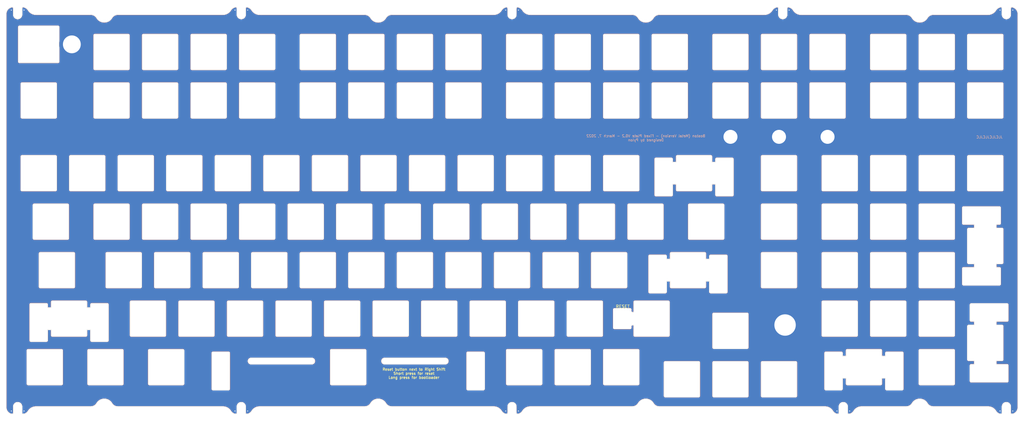
<source format=kicad_pcb>
(kicad_pcb (version 20211014) (generator pcbnew)
  (layers (0 "F.Cu" signal) (31 "B.Cu" signal) (34 "B.Paste" user) (35 "F.Paste" user) (36 "B.SilkS" user "B.Silkscreen") (37 "F.SilkS" user "F.Silkscreen") (38 "B.Mask" user) (39 "F.Mask" user) (44 "Edge.Cuts" user))
  (net 0 "")
  (net 1 "GND")
  (footprint "Boston-plate-custom-footprints:Notch-3.6mm" (layer "F.Cu") (at 79.4875 -33.725)
    (fp_text reference "H102")
    (fp_text value "MountingHole_Pad")
    (pad "1" smd custom (at -2.6 -1.1) (size 1.4 2.2) (layers "B.Cu" "B.Paste" "B.Mask") (net 1 "GND") (options (clearance outline) (anchor rect)) (primitives (gr_arc (start 5.2 1.1) (mid 2.6 3.7) (end 0 1.1) (width 1.4))))
    (pad "1" smd rect (at 2.6 -1.1) (size 1.4 2.2) (layers "B.Cu" "B.Mask") (net 1 "GND"))
  )
  (footprint "Boston-plate-custom-footprints:6x6-Tact-switch-opening" (layer "F.Cu") (at 229 85.725)
    (fp_text reference "H1")
    (fp_text value "MountingHole")
    (fp_line (start 3.5 -3.5) (end 3.5 -3) (layer "Edge.Cuts") (width 0.05))
    (fp_line (start 3.5 3.5) (end 3.5 3) (layer "Edge.Cuts") (width 0.05))
    (fp_line (start 3 -4) (end -3 -4) (layer "Edge.Cuts") (width 0.05))
    (fp_line (start -3.5 -3.5) (end -3.5 3.5) (layer "Edge.Cuts") (width 0.05))
    (fp_line (start 3 4) (end -3 4) (layer "Edge.Cuts") (width 0.05))
    (fp_arc (start -3 4) (mid -3.353553 3.853553) (end -3.5 3.5) (layer "Edge.Cuts") (width 0.05))
    (fp_arc (start 4 -2.5) (mid 3.646447 -2.646447) (end 3.5 -3) (layer "Edge.Cuts") (width 0.05))
    (fp_arc (start 3.5 3.5) (mid 3.353554 3.853552) (end 3.000002 3.999998) (layer "Edge.Cuts") (width 0.05))
    (fp_arc (start -3.5 -3.5) (mid -3.353553 -3.853553) (end -3 -4) (layer "Edge.Cuts") (width 0.05))
    (fp_arc (start 3.5 3) (mid 3.646447 2.646447) (end 4 2.5) (layer "Edge.Cuts") (width 0.05))
    (fp_arc (start 3 -4) (mid 3.353552 -3.853554) (end 3.499998 -3.500002) (layer "Edge.Cuts") (width 0.05))
  )
  (footprint "Boston-plate-custom-footprints:Notch-3.6mm" (layer "F.Cu") (at 291.9875 -33.725)
    (fp_text reference "H104")
    (fp_text value "MountingHole_Pad")
    (pad "1" smd rect (at 2.6 -1.1) (size 1.4 2.2) (layers "B.Cu" "B.Mask") (net 1 "GND"))
    (pad "1" smd custom (at -2.6 -1.1) (size 1.4 2.2) (layers "B.Cu" "B.Paste" "B.Mask") (net 1 "GND") (options (clearance outline) (anchor rect)) (primitives (gr_arc (start 5.2 1.1) (mid 2.6 3.7) (end 0 1.1) (width 1.4))))
  )
  (footprint "MountingHole:MountingHole_8.4mm_M8_Pad" (layer "F.Cu") (at 292.89375 88.22525)
    (fp_text reference "H6")
    (fp_text value "MountingHole_Pad")
    (pad "1" thru_hole circle locked (at 0 0) (size 16.8 16.8) (drill 8.4) (layers *.Cu "B.Mask") (net 1 "GND"))
  )
  (footprint "Boston-plate-custom-footprints:Notch-3.6mm" (layer "F.Cu") (at -8.2625 120.275 180)
    (fp_text reference "H106")
    (fp_text value "MountingHole_Pad")
    (pad "1" smd rect (at 2.6 -1.1 180) (size 1.4 2.2) (layers "B.Cu" "B.Mask") (net 1 "GND"))
    (pad "1" smd custom (at -2.6 -1.1 180) (size 1.4 2.2) (layers "B.Cu" "B.Paste" "B.Mask") (net 1 "GND") (options (clearance outline) (anchor rect)) (primitives (gr_arc (start 5.2 1.1) (mid 2.6 3.7) (end 0 1.1) (width 1.4))))
  )
  (footprint "Boston-plate-custom-footprints:Notch-3.6mm" (layer "F.Cu") (at 379.7375 -33.725)
    (fp_text reference "H105")
    (fp_text value "MountingHole_Pad")
    (pad "1" smd custom (at -2.6 -1.1) (size 1.4 2.2) (layers "B.Cu" "B.Paste" "B.Mask") (net 1 "GND") (options (clearance outline) (anchor rect)) (primitives (gr_arc (start 5.2 1.1) (mid 2.6 3.7) (end 0 1.1) (width 1.4))))
    (pad "1" smd rect (at 2.6 -1.1) (size 1.4 2.2) (layers "B.Cu" "B.Mask") (net 1 "GND"))
  )
  (footprint "MountingHole:MountingHole_5.5mm_Pad" (layer "F.Cu") (at 271.4625 14.2875)
    (fp_text reference "H2")
    (fp_text value "MountingHole_Pad")
    (pad "1" thru_hole circle locked (at 0 0) (size 11 11) (drill 5.5) (layers *.Cu "B.Mask") (net 1 "GND"))
  )
  (footprint "Boston-plate-custom-footprints:Notch-3.6mm" (layer "F.Cu") (at -8.2625 -33.725)
    (fp_text reference "H101")
    (fp_text value "MountingHole_Pad")
    (pad "1" smd rect (at 2.6 -1.1) (size 1.4 2.2) (layers "B.Cu" "B.Mask") (net 1 "GND"))
    (pad "1" smd custom (at -2.6 -1.1) (size 1.4 2.2) (layers "B.Cu" "B.Paste" "B.Mask") (net 1 "GND") (options (clearance outline) (anchor rect)) (primitives (gr_arc (start 5.2 1.1) (mid 2.6 3.7) (end 0 1.1) (width 1.4))))
  )
  (footprint "MountingHole:MountingHole_5.5mm_Pad" (layer "F.Cu") (at 290.5125 14.2875)
    (fp_text reference "H3")
    (fp_text value "MountingHole_Pad")
    (pad "1" thru_hole circle locked (at 0 0) (size 11 11) (drill 5.5) (layers *.Cu "B.Mask") (net 1 "GND"))
  )
  (footprint "Boston-plate-custom-footprints:Notch-3.6mm" (layer "F.Cu") (at 185.7375 -33.725)
    (fp_text reference "H103")
    (fp_text value "MountingHole_Pad")
    (pad "1" smd rect (at 2.6 -1.1) (size 1.4 2.2) (layers "B.Cu" "B.Mask") (net 1 "GND"))
    (pad "1" smd custom (at -2.6 -1.1) (size 1.4 2.2) (layers "B.Cu" "B.Paste" "B.Mask") (net 1 "GND") (options (clearance outline) (anchor rect)) (primitives (gr_arc (start 5.2 1.1) (mid 2.6 3.7) (end 0 1.1) (width 1.4))))
  )
  (footprint "Boston-plate-custom-footprints:Notch-3.6mm" (layer "F.Cu") (at 315.7375 120.275 180)
    (fp_text reference "H109")
    (fp_text value "MountingHole_Pad")
    (pad "1" smd rect (at 2.6 -1.1 180) (size 1.4 2.2) (layers "B.Cu" "B.Mask") (net 1 "GND"))
    (pad "1" smd custom (at -2.6 -1.1 180) (size 1.4 2.2) (layers "B.Cu" "B.Paste" "B.Mask") (net 1 "GND") (options (clearance outline) (anchor rect)) (primitives (gr_arc (start 5.2 1.1) (mid 2.6 3.7) (end 0 1.1) (width 1.4))))
  )
  (footprint "Boston-plate-custom-footprints:Notch-3.6mm" (layer "F.Cu") (at 185.7375 120.275 180)
    (fp_text reference "H108")
    (fp_text value "MountingHole_Pad")
    (pad "1" smd custom (at -2.6 -1.1 180) (size 1.4 2.2) (layers "B.Cu" "B.Paste" "B.Mask") (net 1 "GND") (options (clearance outline) (anchor rect)) (primitives (gr_arc (start 5.2 1.1) (mid 2.6 3.7) (end 0 1.1) (width 1.4))))
    (pad "1" smd rect (at 2.6 -1.1 180) (size 1.4 2.2) (layers "B.Cu" "B.Mask") (net 1 "GND"))
  )
  (footprint "MountingHole:MountingHole_5.5mm_Pad" (layer "F.Cu") (at 309.5625 14.2875)
    (fp_text reference "H4")
    (fp_text value "MountingHole_Pad")
    (pad "1" thru_hole circle locked (at 0 0) (size 11 11) (drill 5.5) (layers *.Cu "B.Mask") (net 1 "GND"))
  )
  (footprint "Boston-plate-custom-footprints:7mm-hole" (layer "F.Cu") (at 13 -22.05)
    (fp_text reference "H5")
    (fp_text value "MountingHole_Pad")
    (pad "1" thru_hole circle (at 0 0) (size 10 10) (drill 7) (layers *.Cu "B.Mask") (net 1 "GND"))
  )
  (footprint "Boston-plate-custom-footprints:Notch-3.6mm" (layer "F.Cu") (at 379.7375 120.275 180)
    (fp_text reference "H110")
    (fp_text value "MountingHole_Pad")
    (pad "1" smd rect (at 2.6 -1.1 180) (size 1.4 2.2) (layers "B.Cu" "B.Mask") (net 1 "GND"))
    (pad "1" smd custom (at -2.6 -1.1 180) (size 1.4 2.2) (layers "B.Cu" "B.Paste" "B.Mask") (net 1 "GND") (options (clearance outline) (anchor rect)) (primitives (gr_arc (start 5.2 1.1) (mid 2.6 3.7) (end 0 1.1) (width 1.4))))
  )
  (footprint "Boston-plate-custom-footprints:Notch-3.6mm" (layer "F.Cu") (at 79.4875 120.275 180)
    (fp_text reference "H107")
    (fp_text value "MountingHole_Pad")
    (pad "1" smd rect (at 2.6 -1.1 180) (size 1.4 2.2) (layers "B.Cu" "B.Mask") (net 1 "GND"))
    (pad "1" smd custom (at -2.6 -1.1 180) (size 1.4 2.2) (layers "B.Cu" "B.Paste" "B.Mask") (net 1 "GND") (options (clearance outline) (anchor rect)) (primitives (gr_arc (start 5.2 1.1) (mid 2.6 3.7) (end 0 1.1) (width 1.4))))
  )
  (gr_arc (start 135.5875 6.5) (mid 135.441053 6.853553) (end 135.0875 7) (layer "Edge.Cuts") (width 0.1))
  (gr_arc (start 173.6875 73.175) (mid 173.541053 73.528553) (end 173.1875 73.675) (layer "Edge.Cuts") (width 0.1))
  (gr_arc (start 258.9125 102.5375) (mid 259.266053 102.683947) (end 259.4125 103.0375) (layer "Edge.Cuts") (width 0.1))
  (gr_line (start 284.0125 -26.05) (end 297.0125 -26.05) (layer "Edge.Cuts") (width 0.1))
  (gr_arc (start 264.4625 103.0375) (mid 264.608947 102.683947) (end 264.9625 102.5375) (layer "Edge.Cuts") (width 0.1))
  (gr_line (start 326.375 -25.55) (end 326.375 -12.55) (layer "Edge.Cuts") (width 0.1))
  (gr_arc (start 241.235288 -32.418548) (mid 242.21982 -33.375806) (end 243.547867 -33.725) (layer "Edge.Cuts") (width 0.1))
  (gr_arc (start 247.59375 70.975) (mid 247.735171 71.033578) (end 247.793749 71.174999) (layer "Edge.Cuts") (width 0.1))
  (gr_arc (start -1.7375 54.625) (mid -2.091053 54.478553) (end -2.2375 54.125) (layer "Edge.Cuts") (width 0.1))
  (gr_line (start -9.9625 -33.725) (end -9.9625 -36.188331) (layer "Edge.Cuts") (width 0.1))
  (gr_arc (start 332.088 109.074999) (mid 332.229421 109.133577) (end 332.287999 109.274998) (layer "Edge.Cuts") (width 0.1))
  (gr_arc (start 245.4125 103.0375) (mid 245.558947 102.683947) (end 245.9125 102.5375) (layer "Edge.Cuts") (width 0.1))
  (gr_arc (start 297.5125 116.0375) (mid 297.366053 116.391053) (end 297.0125 116.5375) (layer "Edge.Cuts") (width 0.1))
  (gr_line (start 284.0125 73.675) (end 297.0125 73.675) (layer "Edge.Cuts") (width 0.1))
  (gr_line (start 321.325 22.075) (end 321.325 35.075) (layer "Edge.Cuts") (width 0.1))
  (gr_line (start 114.94375 111.774999) (end 127.94375 111.774999) (layer "Edge.Cuts") (width 0.1))
  (gr_line (start 68.44375 113.774999) (end 74.44375 113.774999) (layer "Edge.Cuts") (width 0.1))
  (gr_arc (start 122.0875 7) (mid 121.733947 6.853553) (end 121.5875 6.5) (layer "Edge.Cuts") (width 0.1))
  (gr_arc (start 221.3125 92.225) (mid 221.166053 92.578553) (end 220.8125 92.725) (layer "Edge.Cuts") (width 0.1))
  (gr_line (start 261.79375 60.175) (end 261.79375 62.175) (layer "Edge.Cuts") (width 0.1))
  (gr_arc (start 167.94375 99.274999) (mid 168.090197 98.921446) (end 168.44375 98.774999) (layer "Edge.Cuts") (width 0.1))
  (gr_line (start 359.425 98.274999) (end 359.425 111.274999) (layer "Edge.Cuts") (width 0.1))
  (gr_line (start 160.1875 73.675) (end 173.1875 73.675) (layer "Edge.Cuts") (width 0.1))
  (gr_arc (start 158.9 21.575) (mid 159.253553 21.721447) (end 159.4 22.075) (layer "Edge.Cuts") (width 0.1))
  (gr_line (start 247.593746 62.375001) (end 246.55575 62.375) (layer "Edge.Cuts") (width 0.1))
  (gr_line (start 59.387499 60.175) (end 59.387499 73.175) (layer "Edge.Cuts") (width 0.1))
  (gr_line (start 297.5125 -25.55) (end 297.5125 -12.55) (layer "Edge.Cuts") (width 0.1))
  (gr_line (start 202.2625 79.225) (end 202.2625 92.225) (layer "Edge.Cuts") (width 0.1))
  (gr_arc (start 121.5875 -25.55) (mid 121.733947 -25.903553) (end 122.0875 -26.05) (layer "Edge.Cuts") (width 0.1))
  (gr_arc (start 254.937499 41.125) (mid 255.083946 40.771447) (end 255.437499 40.625) (layer "Edge.Cuts") (width 0.1))
  (gr_arc (start 54.9125 79.225) (mid 55.058947 78.871447) (end 55.4125 78.725) (layer "Edge.Cuts") (width 0.1))
  (gr_arc (start 247.793746 62.175001) (mid 247.735168 62.316422) (end 247.593747 62.375) (layer "Edge.Cuts") (width 0.1))
  (gr_line (start 88.25 22.075) (end 88.25 35.075) (layer "Edge.Cuts") (width 0.1))
  (gr_line (start 326.875 73.675) (end 339.875 73.675) (layer "Edge.Cuts") (width 0.1))
  (gr_arc (start 96.9875 59.675) (mid 97.341053 59.821447) (end 97.4875 60.175) (layer "Edge.Cuts") (width 0.1))
  (gr_line (start 297.5125 41.125) (end 297.5125 54.125) (layer "Edge.Cuts") (width 0.1))
  (gr_line (start 222.1 -26.05) (end 235.1 -26.05) (layer "Edge.Cuts") (width 0.1))
  (gr_line (start 375.774999 49.949996) (end 375.775 48.912) (layer "Edge.Cuts") (width 0.1))
  (gr_line (start 184 111.774999) (end 197 111.774999) (layer "Edge.Cuts") (width 0.1))
  (gr_line (start 367.175001 48.912004) (end 367.175 49.95) (layer "Edge.Cuts") (width 0.1))
  (gr_arc (start 345.425 79.225) (mid 345.571447 78.871447) (end 345.925 78.725) (layer "Edge.Cuts") (width 0.1))
  (gr_line (start 74.94375 99.274999) (end 74.94375 113.274999) (layer "Edge.Cuts") (width 0.1))
  (gr_arc (start 235.6 111.274999) (mid 235.453553 111.628552) (end 235.1 111.774999) (layer "Edge.Cuts") (width 0.1))
  (gr_arc (start 345.425 60.175) (mid 345.571447 59.821447) (end 345.925 59.675) (layer "Edge.Cuts") (width 0.1))
  (gr_line (start 283.5125 -25.55) (end 283.5125 -12.55) (layer "Edge.Cuts") (width 0.1))
  (gr_arc (start 155.424999 54.625) (mid 155.071446 54.478553) (end 154.924999 54.125) (layer "Edge.Cuts") (width 0.1))
  (gr_line (start 283.5125 22.075) (end 283.5125 35.075) (layer "Edge.Cuts") (width 0.1))
  (gr_line (start 317.35 97.774999) (end 330.35 97.774999) (layer "Edge.Cuts") (width 0.1))
  (gr_arc (start 307.325 60.175) (mid 307.471447 59.821447) (end 307.825 59.675) (layer "Edge.Cuts") (width 0.1))
  (gr_arc (start 60.175 7) (mid 59.821447 6.853553) (end 59.675 6.5) (layer "Edge.Cuts") (width 0.1))
  (gr_arc (start 81.1875 -33.725) (mid 79.4875 -32.025) (end 77.7875 -33.725) (layer "Edge.Cuts") (width 0.1))
  (gr_line (start 362.475 42.212) (end 362.475 48.212) (layer "Edge.Cuts") (width 0.1))
  (gr_arc (start 6.499999 21.575) (mid 6.853552 21.721447) (end 6.999999 22.075) (layer "Edge.Cuts") (width 0.1))
  (gr_line (start 169.7125 78.725) (end 182.7125 78.725) (layer "Edge.Cuts") (width 0.1))
  (gr_arc (start 177.95 21.575) (mid 178.303553 21.721447) (end 178.45 22.075) (layer "Edge.Cuts") (width 0.1))
  (gr_line (start 207.8125 78.725) (end 220.8125 78.725) (layer "Edge.Cuts") (width 0.1))
  (gr_line (start 135.875 41.125) (end 135.875 54.125) (layer "Edge.Cuts") (width 0.1))
  (gr_arc (start 380.475001 110.187999) (mid 380.328554 110.541552) (end 379.975001 110.687999) (layer "Edge.Cuts") (width 0.1))
  (gr_arc (start 247.50625 92.225) (mid 247.359803 92.578553) (end 247.00625 92.725) (layer "Edge.Cuts") (width 0.1))
  (gr_arc (start 297.5125 35.075) (mid 297.366053 35.428553) (end 297.0125 35.575) (layer "Edge.Cuts") (width 0.1))
  (gr_arc (start 35.575 -12.55) (mid 35.428553 -12.196447) (end 35.075 -12.05) (layer "Edge.Cuts") (width 0.1))
  (gr_arc (start 272.113001 22.574999) (mid 272.466554 22.721446) (end 272.613 23.075) (layer "Edge.Cuts") (width 0.1))
  (gr_arc (start 78.725 -6.5) (mid 78.871447 -6.853553) (end 79.225 -7) (layer "Edge.Cuts") (width 0.1))
  (gr_line (start 5.40625 92.725) (end 18.40625 92.725) (layer "Edge.Cuts") (width 0.1))
  (gr_arc (start 14.143749 73.175) (mid 13.997302 73.528553) (end 13.643749 73.675) (layer "Edge.Cuts") (width 0.1))
  (gr_line (start 59.675 41.125) (end 59.675 54.125) (layer "Edge.Cuts") (width 0.1))
  (gr_line (start 4.90625 79.225) (end 4.90625 81.225) (layer "Edge.Cuts") (width 0.1))
  (gr_line (start 7.5 -14.8) (end -7.5 -14.8) (layer "Edge.Cuts") (width 0.1))
  (gr_line (start 203.049999 -26.05) (end 216.049999 -26.05) (layer "Edge.Cuts") (width 0.1))
  (gr_arc (start 206.525 40.625) (mid 206.878553 40.771447) (end 207.025 41.125) (layer "Edge.Cuts") (width 0.1))
  (gr_line (start 359.425 -25.55) (end 359.425 -12.55) (layer "Edge.Cuts") (width 0.1))
  (gr_line (start 45.8875 59.675) (end 58.887499 59.675) (layer "Edge.Cuts") (width 0.1))
  (gr_arc (start 265.413 32.875) (mid 265.554421 32.933578) (end 265.612999 33.074999) (layer "Edge.Cuts") (width 0.1))
  (gr_line (start 41.125 40.625) (end 54.125 40.625) (layer "Edge.Cuts") (width 0.1))
  (gr_line (start 159.4 22.075) (end 159.4 35.075) (layer "Edge.Cuts") (width 0.1))
  (gr_arc (start 254.65 -12.55) (mid 254.503553 -12.196447) (end 254.15 -12.05) (layer "Edge.Cuts") (width 0.1))
  (gr_arc (start 216.049999 97.774999) (mid 216.403552 97.921446) (end 216.549999 98.274999) (layer "Edge.Cuts") (width 0.1))
  (gr_arc (start 18.40625 78.725) (mid 18.759803 78.871447) (end 18.90625 79.225) (layer "Edge.Cuts") (width 0.1))
  (gr_line (start 248.29375 59.675) (end 261.29375 59.675) (layer "Edge.Cuts") (width 0.1))
  (gr_arc (start 188.026987 -36.681405) (mid 189.057873 -36.260498) (end 189.831237 -35.459375) (layer "Edge.Cuts") (width 0.1))
  (gr_arc (start 126.0625 92.225) (mid 125.916053 92.578553) (end 125.5625 92.725) (layer "Edge.Cuts") (width 0.1))
  (gr_arc (start 340.375 6.5) (mid 340.228553 6.853553) (end 339.875 7) (layer "Edge.Cuts") (width 0.1))
  (gr_line (start 284.0125 102.5375) (end 297.0125 102.5375) (layer "Edge.Cuts") (width 0.1))
  (gr_line (start 345.425 -25.55) (end 345.425 -12.55) (layer "Edge.Cuts") (width 0.1))
  (gr_line (start 377.975 50.15) (end 375.975 50.15) (layer "Edge.Cuts") (width 0.1))
  (gr_arc (start 222.1 111.774999) (mid 221.746447 111.628552) (end 221.6 111.274999) (layer "Edge.Cuts") (width 0.1))
  (gr_line (start 326.875 7) (end 339.875 7) (layer "Edge.Cuts") (width 0.1))
  (gr_arc (start 381.4375 -33.725) (mid 379.7375 -32.025) (end 378.0375 -33.725) (layer "Edge.Cuts") (width 0.1))
  (gr_line (start 340.427133 120.274999) (end 322.965933 120.274999) (layer "Edge.Cuts") (width 0.1))
  (gr_line (start 221.6 22.075) (end 221.6 35.075) (layer "Edge.Cuts") (width 0.1))
  (gr_line (start 184 21.575) (end 197 21.575) (layer "Edge.Cuts") (width 0.1))
  (gr_arc (start 330.850001 111.275) (mid 330.703554 111.628553) (end 330.35 111.774999) (layer "Edge.Cuts") (width 0.1))
  (gr_line (start 68.44375 98.774999) (end 74.44375 98.774999) (layer "Edge.Cuts") (width 0.1))
  (gr_arc (start 197.5 111.274999) (mid 197.353553 111.628552) (end 197 111.774999) (layer "Edge.Cuts") (width 0.1))
  (gr_arc (start 345.925 7) (mid 345.571447 6.853553) (end 345.425 6.5) (layer "Edge.Cuts") (width 0.1))
  (gr_line (start 326.875 78.725) (end 339.875 78.725) (layer "Edge.Cuts") (width 0.1))
  (gr_arc (start 377.975 50.15) (mid 378.328553 50.296447) (end 378.475 50.65) (layer "Edge.Cuts") (width 0.1))
  (gr_arc (start 244.625 40.625) (mid 244.978553 40.771447) (end 245.125 41.125) (layer "Edge.Cuts") (width 0.1))
  (gr_line (start 83.199999 22.075) (end 83.199999 35.075) (layer "Edge.Cuts") (width 0.1))
  (gr_line (start 41.125 -12.05) (end 54.125 -12.05) (layer "Edge.Cuts") (width 0.1))
  (gr_line (start 264.4625 83.9875) (end 264.4625 96.9875) (layer "Edge.Cuts") (width 0.1))
  (gr_line (start 376.975 72.588) (end 375.975 72.588) (layer "Edge.Cuts") (width 0.1))
  (gr_arc (start 59.387499 73.175) (mid 59.241052 73.528553) (end 58.887499 73.675) (layer "Edge.Cuts") (width 0.1))
  (gr_line (start 9.38125 98.274999) (end 9.38125 111.274999) (layer "Edge.Cuts") (width 0.1))
  (gr_arc (start 154.6375 6.5) (mid 154.491053 6.853553) (end 154.1375 7) (layer "Edge.Cuts") (width 0.1))
  (gr_arc (start 192.237499 59.675) (mid 192.591052 59.821447) (end 192.737499 60.175) (layer "Edge.Cuts") (width 0.1))
  (gr_arc (start 377.975 -7) (mid 378.328553 -6.853553) (end 378.475 -6.5) (layer "Edge.Cuts") (width 0.1))
  (gr_arc (start 375.775 48.912) (mid 375.833578 48.770579) (end 375.974999 48.712001) (layer "Edge.Cuts") (width 0.1))
  (gr_arc (start 326.375 79.225) (mid 326.521447 78.871447) (end 326.875 78.725) (layer "Edge.Cuts") (width 0.1))
  (gr_line (start 168.924999 41.125) (end 168.924999 54.125) (layer "Edge.Cuts") (width 0.1))
  (gr_arc (start 98.274999 54.625) (mid 97.921446 54.478553) (end 97.774999 54.125) (layer "Edge.Cuts") (width 0.1))
  (gr_line (start 135.73125 103.584375) (end 159.54375 103.584375) (layer "Edge.Cuts") (width 0.1))
  (gr_arc (start 248.237 22.575) (mid 248.590553 22.721447) (end 248.737 23.075) (layer "Edge.Cuts") (width 0.1))
  (gr_arc (start 97.4875 73.175) (mid 97.341053 73.528553) (end 96.9875 73.675) (layer "Edge.Cuts") (width 0.1))
  (gr_arc (start 221.6 -6.5) (mid 221.746447 -6.853553) (end 222.1 -7) (layer "Edge.Cuts") (width 0.1))
  (gr_line (start 184 97.774999) (end 197 97.774999) (layer "Edge.Cuts") (width 0.1))
  (gr_arc (start 378.475002 101.75) (mid 378.328555 102.103553) (end 377.975001 102.249999) (layer "Edge.Cuts") (width 0.1))
  (gr_arc (start 339.875 40.625) (mid 340.228553 40.771447) (end 340.375 41.125) (layer "Edge.Cuts") (width 0.1))
  (gr_line (start 326.375 60.175) (end 326.375 73.175) (layer "Edge.Cuts") (width 0.1))
  (gr_line (start 270.23175 75.175) (end 270.23175 62.175) (layer "Edge.Cuts") (width 0.1))
  (gr_line (start 19.69375 111.774999) (end 32.69375 111.774999) (layer "Edge.Cuts") (width 0.1))
  (gr_arc (start -1.034066 -33.725) (mid -2.825321 -34.1875) (end -4.168762 -35.459375) (layer "Edge.Cuts") (width 0.1))
  (gr_arc (start 326.375 22.075) (mid 326.521447 21.721447) (end 326.875 21.575) (layer "Edge.Cuts") (width 0.1))
  (gr_line (start 79.225 7) (end 92.225 7) (layer "Edge.Cuts") (width 0.1))
  (gr_arc (start 207.8125 92.725) (mid 207.458947 92.578553) (end 207.3125 92.225) (layer "Edge.Cuts") (width 0.1))
  (gr_arc (start 254.15 -26.05) (mid 254.503553 -25.903553) (end 254.65 -25.55) (layer "Edge.Cuts") (width 0.1))
  (gr_line (start 212.575 54.625) (end 225.575 54.625) (layer "Edge.Cuts") (width 0.1))
  (gr_arc (start 18.906254 90.224999) (mid 18.964832 90.083578) (end 19.106253 90.025) (layer "Edge.Cuts") (width 0.1))
  (gr_arc (start 345.925 73.675) (mid 345.571447 73.528553) (end 345.425 73.175) (layer "Edge.Cuts") (width 0.1))
  (gr_arc (start 183.2125 92.225) (mid 183.066053 92.578553) (end 182.7125 92.725) (layer "Edge.Cuts") (width 0.1))
  (gr_arc (start 54.125 -26.05) (mid 54.478553 -25.903553) (end 54.625 -25.55) (layer "Edge.Cuts") (width 0.1))
  (gr_line (start 254.65 -25.55) (end 254.65 -12.55) (layer "Edge.Cuts") (width 0.1))
  (gr_arc (start 316.849996 100.275) (mid 316.791418 100.416421) (end 316.649997 100.474999) (layer "Edge.Cuts") (width 0.1))
  (gr_line (start 178.509067 120.274999) (end 138.547867 120.274999) (layer "Edge.Cuts") (width 0.1))
  (gr_line (start 345.925 7) (end 358.925 7) (layer "Edge.Cuts") (width 0.1))
  (gr_arc (start 18.906251 92.225001) (mid 18.759804 92.578554) (end 18.40625 92.725) (layer "Edge.Cuts") (width 0.1))
  (gr_line (start 43.50625 97.774999) (end 56.50625 97.774999) (layer "Edge.Cuts") (width 0.1))
  (gr_line (start 179.237499 73.675) (end 192.237499 73.675) (layer "Edge.Cuts") (width 0.1))
  (gr_line (start 234.00625 92.725) (end 247.00625 92.725) (layer "Edge.Cuts") (width 0.1))
  (gr_arc (start 315.412004 109.274998) (mid 315.470582 109.133577) (end 315.612003 109.074999) (layer "Edge.Cuts") (width 0.1))
  (gr_arc (start 20.844249 94.725001) (mid 20.490696 94.578554) (end 20.34425 94.225) (layer "Edge.Cuts") (width 0.1))
  (gr_arc (start 126.85 35.575) (mid 126.496447 35.428553) (end 126.35 35.075) (layer "Edge.Cuts") (width 0.1))
  (gr_line (start 317.4375 120.274999) (end 317.4375 122.739477) (layer "Edge.Cuts") (width 0.1))
  (gr_arc (start 339.875 21.575) (mid 340.228553 21.721447) (end 340.375 22.075) (layer "Edge.Cuts") (width 0.1))
  (gr_arc (start 58.887499 59.675) (mid 59.241052 59.821447) (end 59.387499 60.175) (layer "Edge.Cuts") (width 0.1))
  (gr_line (start 284.0125 21.575) (end 297.0125 21.575) (layer "Edge.Cuts") (width 0.1))
  (gr_arc (start 60.175 54.625) (mid 59.821447 54.478553) (end 59.675 54.125) (layer "Edge.Cuts") (width 0.1))
  (gr_line (start 303.0625 -12.05) (end 316.0625 -12.05) (layer "Edge.Cuts") (width 0.1))
  (gr_line (start 245.9125 116.5375) (end 258.9125 116.5375) (layer "Edge.Cuts") (width 0.1))
  (gr_line (start 308.912 113.774999) (end 314.912 113.774999) (layer "Edge.Cuts") (width 0.1))
  (gr_arc (start 316.0625 -26.05) (mid 316.416053 -25.903553) (end 316.5625 -25.55) (layer "Edge.Cuts") (width 0.1))
  (gr_arc (start -9.962498 122.738331) (mid -10.142666 123.122722) (end -10.553408 123.229996) (layer "Edge.Cuts") (width 0.1))
  (gr_arc (start 339.875 -7) (mid 340.228553 -6.853553) (end 340.375 -6.5) (layer "Edge.Cuts") (width 0.1))
  (gr_arc (start 284.0125 7) (mid 283.658947 6.853553) (end 283.5125 6.5) (layer "Edge.Cuts") (width 0.1))
  (gr_line (start 307.325 41.125) (end 307.325 54.125) (layer "Edge.Cuts") (width 0.1))
  (gr_line (start 217.3375 59.675) (end 230.3375 59.675) (layer "Edge.Cuts") (width 0.1))
  (gr_arc (start 345.425 -25.55) (mid 345.571447 -25.903553) (end 345.925 -26.05) (layer "Edge.Cuts") (width 0.1))
  (gr_line (start 202.549999 22.075) (end 202.549999 35.075) (layer "Edge.Cuts") (width 0.1))
  (gr_line (start 26.8375 59.675) (end 39.8375 59.675) (layer "Edge.Cuts") (width 0.1))
  (gr_line (start 154.6375 -6.5) (end 154.6375 6.5) (layer "Edge.Cuts") (width 0.1))
  (gr_arc (start 315.412001 113.275) (mid 315.265554 113.628553) (end 314.912 113.774999) (layer "Edge.Cuts") (width 0.1))
  (gr_arc (start 317.349999 111.775) (mid 316.996446 111.628553) (end 316.85 111.274999) (layer "Edge.Cuts") (width 0.1))
  (gr_arc (start 26.3375 60.175) (mid 26.483947 59.821447) (end 26.8375 59.675) (layer "Edge.Cuts") (width 0.1))
  (gr_arc (start 74.94375 113.274999) (mid 74.797303 113.628552) (end 74.44375 113.774999) (layer "Edge.Cuts") (width 0.1))
  (gr_arc (start 187.975 54.125) (mid 187.828553 54.478553) (end 187.475 54.625) (layer "Edge.Cuts") (width 0.1))
  (gr_arc (start 297.5125 73.175) (mid 297.366053 73.528553) (end 297.0125 73.675) (layer "Edge.Cuts") (width 0.1))
  (gr_arc (start 202.549999 98.274999) (mid 202.696446 97.921446) (end 203.049999 97.774999) (layer "Edge.Cuts") (width 0.1))
  (gr_line (start 69.199999 22.075) (end 69.199999 35.075) (layer "Edge.Cuts") (width 0.1))
  (gr_arc (start 221.6 98.274999) (mid 221.746447 97.921446) (end 222.1 97.774999) (layer "Edge.Cuts") (width 0.1))
  (gr_arc (start 240.65 -6.5) (mid 240.796447 -6.853553) (end 241.15 -7) (layer "Edge.Cuts") (width 0.1))
  (gr_line (start 316.5625 -25.55) (end 316.5625 -12.55) (layer "Edge.Cuts") (width 0.1))
  (gr_arc (start 270.23175 75.175) (mid 270.085303 75.528553) (end 269.73175 75.675) (layer "Edge.Cuts") (width 0.1))
  (gr_arc (start 225.575 40.625) (mid 225.928553 40.771447) (end 226.075 41.125) (layer "Edge.Cuts") (width 0.1))
  (gr_arc (start 307.825 92.725) (mid 307.471447 92.578553) (end 307.325 92.225) (layer "Edge.Cuts") (width 0.1))
  (gr_line (start 150.1625 79.225) (end 150.1625 92.225) (layer "Edge.Cuts") (width 0.1))
  (gr_line (start 149.875 41.125) (end 149.875 54.125) (layer "Edge.Cuts") (width 0.1))
  (gr_line (start 20.34425 80.225) (end 20.34425 81.225) (layer "Edge.Cuts") (width 0.1))
  (gr_arc (start 116.824999 41.125) (mid 116.971446 40.771447) (end 117.324999 40.625) (layer "Edge.Cuts") (width 0.1))
  (gr_line (start 160.1875 59.675) (end 173.1875 59.675) (layer "Edge.Cuts") (width 0.1))
  (gr_line (start 193.025 41.125) (end 193.025 54.125) (layer "Edge.Cuts") (width 0.1))
  (gr_line (start 50.65 21.575) (end 63.65 21.575) (layer "Edge.Cuts") (width 0.1))
  (gr_arc (start 250.175 22.075) (mid 250.321447 21.721447) (end 250.675 21.575) (layer "Edge.Cuts") (width 0.1))
  (gr_arc (start 321.325 92.225) (mid 321.178553 92.578553) (end 320.825 92.725) (layer "Edge.Cuts") (width 0.1))
  (gr_arc (start 264.4625 -25.55) (mid 264.608947 -25.903553) (end 264.9625 -26.05) (layer "Edge.Cuts") (width 0.1))
  (gr_line (start 345.925 21.575) (end 358.925 21.575) (layer "Edge.Cuts") (width 0.1))
  (gr_arc (start 235.1 -26.05) (mid 235.453553 -25.903553) (end 235.6 -25.55) (layer "Edge.Cuts") (width 0.1))
  (gr_arc (start 174.475 54.625) (mid 174.121447 54.478553) (end 173.975 54.125) (layer "Edge.Cuts") (width 0.1))
  (gr_arc (start -12.762501 -34.025) (mid -12.137847 -35.751794) (end -10.553408 -36.679997) (layer "Edge.Cuts") (width 0.1))
  (gr_line (start 122.0875 -26.05) (end 135.0875 -26.05) (layer "Edge.Cuts") (width 0.1))
  (gr_line (start 326.875 35.575) (end 339.875 35.575) (layer "Edge.Cuts") (width 0.1))
  (gr_arc (start 250.174996 24.075001) (mid 250.116418 24.216422) (end 249.974997 24.275) (layer "Edge.Cuts") (width 0.1))
  (gr_arc (start 188.026987 123.231404) (mid 187.617143 123.123367) (end 187.4375 122.739477) (layer "Edge.Cuts") (width 0.1))
  (gr_arc (start 28.735288 -32.418548) (mid 29.71982 -33.375806) (end 31.047867 -33.725) (layer "Edge.Cuts") (width 0.1))
  (gr_arc (start 202.549999 -25.55) (mid 202.696446 -25.903553) (end 203.049999 -26.05) (layer "Edge.Cuts") (width 0.1))
  (gr_arc (start 49.8625 92.225) (mid 49.716053 92.578553) (end 49.3625 92.725) (layer "Edge.Cuts") (width 0.1))
  (gr_arc (start 173.1875 -7) (mid 173.541053 -6.853553) (end 173.6875 -6.5) (layer "Edge.Cuts") (width 0.1))
  (gr_line (start 74.462499 78.725) (end 87.462499 78.725) (layer "Edge.Cuts") (width 0.1))
  (gr_arc (start 268.4375 40.625) (mid 268.791053 40.771447) (end 268.9375 41.125) (layer "Edge.Cuts") (width 0.1))
  (gr_line (start 116.824999 41.125) (end 116.824999 54.125) (layer "Edge.Cuts") (width 0.1))
  (gr_arc (start 55.4125 92.725) (mid 55.058947 92.578553) (end 54.9125 92.225) (layer "Edge.Cuts") (width 0.1))
  (gr_arc (start 54.125 40.625) (mid 54.478553 40.771447) (end 54.625 41.125) (layer "Edge.Cuts") (width 0.1))
  (gr_arc (start 111.774999 54.125) (mid 111.628552 54.478553) (end 111.274999 54.625) (layer "Edge.Cuts") (width 0.1))
  (gr_arc (start 154.924999 41.125) (mid 155.071446 40.771447) (end 155.424999 40.625) (layer "Edge.Cuts") (width 0.1))
  (gr_arc (start 284.0125 116.5375) (mid 283.658947 116.391053) (end 283.5125 116.0375) (layer "Edge.Cuts") (width 0.1))
  (gr_arc (start 97.774999 41.125) (mid 97.921446 40.771447) (end 98.274999 40.625) (layer "Edge.Cuts") (width 0.1))
  (gr_line (start 22.075 54.625) (end 35.075 54.625) (layer "Edge.Cuts") (width 0.1))
  (gr_line (start 19.19375 98.274999) (end 19.19375 111.274999) (layer "Edge.Cuts") (width 0.1))
  (gr_arc (start 321.325 35.075) (mid 321.178553 35.428553) (end 320.825 35.575) (layer "Edge.Cuts") (width 0.1))
  (gr_line (start 216.549999 98.274999) (end 216.549999 111.274999) (layer "Edge.Cuts") (width 0.1))
  (gr_line (start 345.925 35.575) (end 358.925 35.575) (layer "Edge.Cuts") (width 0.1))
  (gr_arc (start 182.7125 78.725) (mid 183.066053 78.871447) (end 183.2125 79.225) (layer "Edge.Cuts") (width 0.1))
  (gr_arc (start 345.425 22.075) (mid 345.571447 21.721447) (end 345.925 21.575) (layer "Edge.Cuts") (width 0.1))
  (gr_line (start 160.1875 7) (end 173.1875 7) (layer "Edge.Cuts") (width 0.1))
  (gr_arc (start 326.875 7) (mid 326.521447 6.853553) (end 326.375 6.5) (layer "Edge.Cuts") (width 0.1))
  (gr_arc (start 365.975001 86.811999) (mid 365.621448 86.665552) (end 365.475001 86.311999) (layer "Edge.Cuts") (width 0.1))
  (gr_line (start 367.175001 64.350004) (end 367.175 65.388) (layer "Edge.Cuts") (width 0.1))
  (gr_arc (start 73.675 54.125) (mid 73.528553 54.478553) (end 73.175 54.625) (layer "Edge.Cuts") (width 0.1))
  (gr_line (start 19.106254 90.024999) (end 20.14425 90.025) (layer "Edge.Cuts") (width 0.1))
  (gr_arc (start 92.725 6.5) (mid 92.578553 6.853553) (end 92.225 7) (layer "Edge.Cuts") (width 0.1))
  (gr_arc (start 141.1375 -12.05) (mid 140.783947 -12.196447) (end 140.6375 -12.55) (layer "Edge.Cuts") (width 0.1))
  (gr_line (start 241.15 7) (end 254.15 7) (layer "Edge.Cuts") (width 0.1))
  (gr_line (start 103.0375 -7) (end 116.0375 -7) (layer "Edge.Cuts") (width 0.1))
  (gr_arc (start 72.259067 120.274999) (mid 74.050322 120.737499) (end 75.393763 122.009374) (layer "Edge.Cuts") (width 0.1))
  (gr_line (start 315.412 99.274999) (end 315.412 100.274999) (layer "Edge.Cuts") (width 0.1))
  (gr_arc (start 316.5625 6.5) (mid 316.416053 6.853553) (end 316.0625 7) (layer "Edge.Cuts") (width 0.1))
  (gr_line (start 59.675 -25.55) (end 59.675 -12.55) (layer "Edge.Cuts") (width 0.1))
  (gr_arc (start 345.925 35.575) (mid 345.571447 35.428553) (end 345.425 35.075) (layer "Edge.Cuts") (width 0.1))
  (gr_arc (start 75.393763 -35.459375) (mid 76.167127 -36.260498) (end 77.198013 -36.681405) (layer "Edge.Cuts") (width 0.1))
  (gr_line (start 239.85575 60.675) (end 245.85575 60.675) (layer "Edge.Cuts") (width 0.1))
  (gr_line (start 103.0375 73.675) (end 116.0375 73.675) (layer "Edge.Cuts") (width 0.1))
  (gr_arc (start 201.7625 78.725) (mid 202.116053 78.871447) (end 202.2625 79.225) (layer "Edge.Cuts") (width 0.1))
  (gr_arc (start 342.739712 118.968547) (mid 341.75518 119.925805) (end 340.427133 120.274999) (layer "Edge.Cuts") (width 0.1))
  (gr_line (start 116.5375 -25.55) (end 116.5375 -12.55) (layer "Edge.Cuts") (width 0.1))
  (gr_arc (start 202.549999 -6.5) (mid 202.696446 -6.853553) (end 203.049999 -7) (layer "Edge.Cuts") (width 0.1))
  (gr_line (start 264.9625 -12.05) (end 277.9625 -12.05) (layer "Edge.Cuts") (width 0.1))
  (gr_line (start 31.1 22.075) (end 31.1 35.075) (layer "Edge.Cuts") (width 0.1))
  (gr_arc (start 78.4375 73.175) (mid 78.291053 73.528553) (end 77.9375 73.675) (layer "Edge.Cuts") (width 0.1))
  (gr_arc (start 116.5375 -12.55) (mid 116.391053 -12.196447) (end 116.0375 -12.05) (layer "Edge.Cuts") (width 0.1))
  (gr_arc (start -4.11875 111.774999) (mid -4.472303 111.628552) (end -4.61875 111.274999) (layer "Edge.Cuts") (width 0.1))
  (gr_arc (start 164.95 35.575) (mid 164.596447 35.428553) (end 164.45 35.075) (layer "Edge.Cuts") (width 0.1))
  (gr_line (start 359.425 79.225) (end 359.425 92.225) (layer "Edge.Cuts") (width 0.1))
  (gr_arc (start -6.5 35.575) (mid -6.853553 35.428553) (end -7 35.075) (layer "Edge.Cuts") (width 0.1))
  (gr_arc (start 86.715933 -33.725) (mid 84.924678 -34.1875) (end 83.581237 -35.459375) (layer "Edge.Cuts") (width 0.1))
  (gr_line (start 55.4125 92.725) (end 68.4125 92.725) (layer "Edge.Cuts") (width 0.1))
  (gr_line (start 188.7625 78.725) (end 201.7625 78.725) (layer "Edge.Cuts") (width 0.1))
  (gr_line (start 375.975001 88.249999) (end 377.975001 88.249999) (layer "Edge.Cuts") (width 0.1))
  (gr_arc (start 339.875 59.675) (mid 340.228553 59.821447) (end 340.375 60.175) (layer "Edge.Cuts") (width 0.1))
  (gr_arc (start 263.731749 75.675001) (mid 263.378196 75.528554) (end 263.23175 75.175) (layer "Edge.Cuts") (width 0.1))
  (gr_arc (start 184 35.575) (mid 183.646447 35.428553) (end 183.5 35.075) (layer "Edge.Cuts") (width 0.1))
  (gr_line (start 381.4375 120.274999) (end 381.4375 122.73833) (layer "Edge.Cuts") (width 0.1))
  (gr_arc (start 320.825 21.575) (mid 321.178553 21.721447) (end 321.325 22.075) (layer "Edge.Cuts") (width 0.1))
  (gr_arc (start 316.0625 -7) (mid 316.416053 -6.853553) (end 316.5625 -6.5) (layer "Edge.Cuts") (width 0.1))
  (gr_arc (start 107.3 22.075) (mid 107.446447 21.721447) (end 107.8 21.575) (layer "Edge.Cuts") (width 0.1))
  (gr_arc (start 130.239712 118.968547) (mid 129.25518 119.925805) (end 127.927133 120.274999) (layer "Edge.Cuts") (width 0.1))
  (gr_line (start 222.1 111.774999) (end 235.1 111.774999) (layer "Edge.Cuts") (width 0.1))
  (gr_arc (start 39.8375 59.675) (mid 40.191053 59.821447) (end 40.3375 60.175) (layer "Edge.Cuts") (width 0.1))
  (gr_arc (start 266.112999 37.575001) (mid 265.759446 37.428554) (end 265.613 37.075) (layer "Edge.Cuts") (width 0.1))
  (gr_line (start 233 83.225) (end 233.30625 83.225) (layer "Edge.Cuts") (width 0.1))
  (gr_line (start 345.425 41.125) (end 345.425 54.125) (layer "Edge.Cuts") (width 0.1))
  (gr_arc (start 114.44375 98.274999) (mid 114.590197 97.921446) (end 114.94375 97.774999) (layer "Edge.Cuts") (width 0.1))
  (gr_line (start 284.0125 59.675) (end 297.0125 59.675) (layer "Edge.Cuts") (width 0.1))
  (gr_line (start 340.375 60.175) (end 340.375 73.175) (layer "Edge.Cuts") (width 0.1))
  (gr_arc (start 235.6 6.5) (mid 235.453553 6.853553) (end 235.1 7) (layer "Edge.Cuts") (width 0.1))
  (gr_line (start 233.50625 92.225) (end 233.506249 88.424999) (layer "Edge.Cuts") (width 0.1))
  (gr_line (start 265.613 37.075) (end 265.613 33.075) (layer "Edge.Cuts") (width 0.1))
  (gr_line (start 203.049999 -7) (end 216.049999 -7) (layer "Edge.Cuts") (width 0.1))
  (gr_arc (start 73.175 -7) (mid 73.528553 -6.853553) (end 73.675 -6.5) (layer "Edge.Cuts") (width 0.1))
  (gr_line (start 345.925 59.675) (end 358.925 59.675) (layer "Edge.Cuts") (width 0.1))
  (gr_arc (start 297.5125 -12.55) (mid 297.366053 -12.196447) (end 297.0125 -12.05) (layer "Edge.Cuts") (width 0.1))
  (gr_line (start -12.7625 120.575) (end -12.7625 -34.025) (layer "Edge.Cuts") (width 0.1))
  (gr_arc (start 35.8625 79.225) (mid 36.008947 78.871447) (end 36.3625 78.725) (layer "Edge.Cuts") (width 0.1))
  (gr_arc (start 168.924999 54.125) (mid 168.778552 54.478553) (end 168.424999 54.625) (layer "Edge.Cuts") (width 0.1))
  (gr_arc (start 20.34425 80.225) (mid 20.490697 79.871447) (end 20.84425 79.725) (layer "Edge.Cuts") (width 0.1))
  (gr_line (start 250.175 22.075) (end 250.175 24.075) (layer "Edge.Cuts") (width 0.1))
  (gr_line (start 221.6 98.274999) (end 221.6 111.274999) (layer "Edge.Cuts") (width 0.1))
  (gr_arc (start 348.735288 -32.418548) (mid 349.71982 -33.375806) (end 351.047867 -33.725) (layer "Edge.Cuts") (width 0.1))
  (gr_line (start 184 -7) (end 197 -7) (layer "Edge.Cuts") (width 0.1))
  (gr_line (start 64.9375 59.675) (end 77.9375 59.675) (layer "Edge.Cuts") (width 0.1))
  (gr_line (start 140.6375 60.175) (end 140.6375 73.175) (layer "Edge.Cuts") (width 0.1))
  (gr_line (start 22.075 -7) (end 35.075 -7) (layer "Edge.Cuts") (width 0.1))
  (gr_arc (start 44.6 21.575) (mid 44.953553 21.721447) (end 45.1 22.075) (layer "Edge.Cuts") (width 0.1))
  (gr_arc (start 103.0375 -12.05) (mid 102.683947 -12.196447) (end 102.5375 -12.55) (layer "Edge.Cuts") (width 0.1))
  (gr_line (start 130.824999 41.125) (end 130.824999 54.125) (layer "Edge.Cuts") (width 0.1))
  (gr_line (start 20.84425 79.725) (end 26.84425 79.725) (layer "Edge.Cuts") (width 0.1))
  (gr_arc (start 33.19375 111.274999) (mid 33.047303 111.628552) (end 32.69375 111.774999) (layer "Edge.Cuts") (width 0.1))
  (gr_arc (start 59.675 41.125) (mid 59.821447 40.771447) (end 60.175 40.625) (layer "Edge.Cuts") (width 0.1))
  (gr_arc (start 362.475 42.212) (mid 362.621447 41.858447) (end 362.975 41.712) (layer "Edge.Cuts") (width 0.1))
  (gr_line (start 283.5125 -6.5) (end 283.5125 6.5) (layer "Edge.Cuts") (width 0.1))
  (gr_line (start 141.1375 -12.05) (end 154.1375 -12.05) (layer "Edge.Cuts") (width 0.1))
  (gr_line (start 114.44375 98.274999) (end 114.44375 111.274999) (layer "Edge.Cuts") (width 0.1))
  (gr_arc (start 189.831237 122.009374) (mid 189.057873 122.810497) (end 188.026987 123.231404) (layer "Edge.Cuts") (width 0.1))
  (gr_line (start 174.94375 99.274999) (end 174.94375 113.274999) (layer "Edge.Cuts") (width 0.1))
  (gr_arc (start 278.4625 6.5) (mid 278.316053 6.853553) (end 277.9625 7) (layer "Edge.Cuts") (width 0.1))
  (gr_arc (start 0.143749 60.175) (mid 0.290196 59.821447) (end 0.643749 59.675) (layer "Edge.Cuts") (width 0.1))
  (gr_line (start 173.6875 60.175) (end 173.6875 73.175) (layer "Edge.Cuts") (width 0.1))
  (gr_line (start 164.1625 79.225) (end 164.1625 92.225) (layer "Edge.Cuts") (width 0.1))
  (gr_arc (start 140.6375 60.175) (mid 140.783947 59.821447) (end 141.1375 59.675) (layer "Edge.Cuts") (width 0.1))
  (gr_arc (start 203.049999 7) (mid 202.696446 6.853553) (end 202.549999 6.5) (layer "Edge.Cuts") (width 0.1))
  (gr_arc (start 184.0375 120.274999) (mid 185.7375 118.574999) (end 187.4375 120.274999) (layer "Edge.Cuts") (width 0.1))
  (gr_line (start 326.875 -26.05) (end 339.875 -26.05) (layer "Edge.Cuts") (width 0.1))
  (gr_arc (start 187.4375 -36.189478) (mid 187.617144 -36.573368) (end 188.026987 -36.681405) (layer "Edge.Cuts") (width 0.1))
  (gr_line (start 326.875 92.725) (end 339.875 92.725) (layer "Edge.Cuts") (width 0.1))
  (gr_arc (start 359.425 73.175) (mid 359.278553 73.528553) (end 358.925 73.675) (layer "Edge.Cuts") (width 0.1))
  (gr_arc (start 348.735288 -32.418549) (mid 345.7375 -30.725) (end 342.739712 -32.418548) (layer "Edge.Cuts") (width 0.1))
  (gr_arc (start 178.45 35.075) (mid 178.303553 35.428553) (end 177.95 35.575) (layer "Edge.Cuts") (width 0.1))
  (gr_line (start 150.6625 92.725) (end 163.6625 92.725) (layer "Edge.Cuts") (width 0.1))
  (gr_arc (start 222.1 35.575) (mid 221.746447 35.428553) (end 221.6 35.075) (layer "Edge.Cuts") (width 0.1))
  (gr_line (start 378.0375 122.739477) (end 378.0375 120.274999) (layer "Edge.Cuts") (width 0.1))
  (gr_arc (start 248.293749 73.675001) (mid 247.940196 73.528554) (end 247.79375 73.175) (layer "Edge.Cuts") (width 0.1))
  (gr_arc (start 150.1625 79.225) (mid 150.308947 78.871447) (end 150.6625 78.725) (layer "Edge.Cuts") (width 0.1))
  (gr_arc (start 367.175 65.388) (mid 367.116422 65.529421) (end 366.975001 65.587999) (layer "Edge.Cuts") (width 0.1))
  (gr_line (start 20.34425 94.225) (end 20.34425 90.225) (layer "Edge.Cuts") (width 0.1))
  (gr_line (start 248.29375 73.675) (end 261.29375 73.675) (layer "Edge.Cuts") (width 0.1))
  (gr_arc (start 307.325 22.075) (mid 307.471447 21.721447) (end 307.825 21.575) (layer "Edge.Cuts") (width 0.1))
  (gr_arc (start 377.475 72.088) (mid 377.328553 72.441553) (end 376.975 72.588) (layer "Edge.Cuts") (width 0.1))
  (gr_arc (start 173.1875 -26.05) (mid 173.541053 -25.903553) (end 173.6875 -25.55) (layer "Edge.Cuts") (width 0.1))
  (gr_line (start 128.44375 98.274999) (end 128.44375 111.274999) (layer "Edge.Cuts") (width 0.1))
  (gr_arc (start 212.075 41.125) (mid 212.221447 40.771447) (end 212.575 40.625) (layer "Edge.Cuts") (width 0.1))
  (gr_arc (start 241.235288 -32.418549) (mid 238.2375 -30.725) (end 235.239712 -32.418548) (layer "Edge.Cuts") (width 0.1))
  (gr_arc (start 382.028409 123.229996) (mid 381.617699 123.122683) (end 381.4375 122.73833) (layer "Edge.Cuts") (width 0.1))
  (gr_line (start 107.8 21.575) (end 120.799999 21.575) (layer "Edge.Cuts") (width 0.1))
  (gr_arc (start 140.6375 -25.55) (mid 140.783947 -25.903553) (end 141.1375 -26.05) (layer "Edge.Cuts") (width 0.1))
  (gr_arc (start 326.875 54.625) (mid 326.521447 54.478553) (end 326.375 54.125) (layer "Edge.Cuts") (width 0.1))
  (gr_arc (start 82.699999 21.575) (mid 83.053552 21.721447) (end 83.199999 22.075) (layer "Edge.Cuts") (width 0.1))
  (gr_line (start 81.1875 -36.189478) (end 81.1875 -33.725) (layer "Edge.Cuts") (width 0.1))
  (gr_arc (start -7 -6.5) (mid -6.853553 -6.853553) (end -6.5 -7) (layer "Edge.Cuts") (width 0.1))
  (gr_arc (start 56.50625 97.774999) (mid 56.859803 97.921446) (end 57.00625 98.274999) (layer "Edge.Cuts") (width 0.1))
  (gr_line (start 264.375004 32.874999) (end 265.413 32.875) (layer "Edge.Cuts") (width 0.1))
  (gr_arc (start 45.8875 73.675) (mid 45.533947 73.528553) (end 45.3875 73.175) (layer "Edge.Cuts") (width 0.1))
  (gr_arc (start 379.975002 103.687998) (mid 380.328555 103.834445) (end 380.475001 104.187999) (layer "Edge.Cuts") (width 0.1))
  (gr_line (start 263.031746 62.375001) (end 261.99375 62.375) (layer "Edge.Cuts") (width 0.1))
  (gr_line (start 365.975001 110.687999) (end 379.975001 110.687999) (layer "Edge.Cuts") (width 0.1))
  (gr_line (start 188.7625 92.725) (end 201.7625 92.725) (layer "Edge.Cuts") (width 0.1))
  (gr_arc (start 235.6 -12.55) (mid 235.453553 -12.196447) (end 235.1 -12.05) (layer "Edge.Cuts") (width 0.1))
  (gr_line (start 264.175 33.075) (end 264.175 35.075) (layer "Edge.Cuts") (width 0.1))
  (gr_arc (start 68.9125 92.225) (mid 68.766053 92.578553) (end 68.4125 92.725) (layer "Edge.Cuts") (width 0.1))
  (gr_arc (start 216.549999 35.075) (mid 216.403552 35.428553) (end 216.049999 35.575) (layer "Edge.Cuts") (width 0.1))
  (gr_arc (start 183.5 -25.55) (mid 183.646447 -25.903553) (end 184 -26.05) (layer "Edge.Cuts") (width 0.1))
  (gr_line (start 376.975 65.588) (end 375.975 65.588) (layer "Edge.Cuts") (width 0.1))
  (gr_line (start 203.049999 21.575) (end 216.049999 21.575) (layer "Edge.Cuts") (width 0.1))
  (gr_line (start 326.875 -12.05) (end 339.875 -12.05) (layer "Edge.Cuts") (width 0.1))
  (gr_arc (start 136.235288 -32.418548) (mid 137.21982 -33.375806) (end 138.547867 -33.725) (layer "Edge.Cuts") (width 0.1))
  (gr_arc (start 340.375 73.175) (mid 340.228553 73.528553) (end 339.875 73.675) (layer "Edge.Cuts") (width 0.1))
  (gr_arc (start 22.075 54.625) (mid 21.721447 54.478553) (end 21.575 54.125) (layer "Edge.Cuts") (width 0.1))
  (gr_arc (start 313.448013 123.231404) (mid 312.417127 122.810497) (end 311.643763 122.009374) (layer "Edge.Cuts") (width 0.1))
  (gr_line (start 330.85 109.274999) (end 330.85 111.274999) (layer "Edge.Cuts") (width 0.1))
  (gr_arc (start 21.575 -6.5) (mid 21.721447 -6.853553) (end 22.075 -7) (layer "Edge.Cuts") (width 0.1))
  (gr_line (start 235.6 22.075) (end 235.6 35.075) (layer "Edge.Cuts") (width 0.1))
  (gr_line (start 12.549999 35.575) (end 25.55 35.575) (layer "Edge.Cuts") (width 0.1))
  (gr_arc (start 40.625 -6.5) (mid 40.771447 -6.853553) (end 41.125 -7) (layer "Edge.Cuts") (width 0.1))
  (gr_line (start 98.274999 54.625) (end 111.274999 54.625) (layer "Edge.Cuts") (width 0.1))
  (gr_line (start 160.1875 -26.05) (end 173.1875 -26.05) (layer "Edge.Cuts") (width 0.1))
  (gr_arc (start 378.475 6.5) (mid 378.328553 6.853553) (end 377.975 7) (layer "Edge.Cuts") (width 0.1))
  (gr_line (start 202.549999 -25.55) (end 202.549999 -12.55) (layer "Edge.Cuts") (width 0.1))
  (gr_line (start 246.555754 70.974999) (end 247.59375 70.975) (layer "Edge.Cuts") (width 0.1))
  (gr_arc (start 307.825 54.625) (mid 307.471447 54.478553) (end 307.325 54.125) (layer "Edge.Cuts") (width 0.1))
  (gr_line (start 284.0125 40.625) (end 297.0125 40.625) (layer "Edge.Cuts") (width 0.1))
  (gr_arc (start 121.5875 60.175) (mid 121.733947 59.821447) (end 122.0875 59.675) (layer "Edge.Cuts") (width 0.1))
  (gr_line (start -6.5625 120.275) (end -6.5625 122.739477) (layer "Edge.Cuts") (width 0.1))
  (gr_arc (start 359.425 111.274999) (mid 359.278553 111.628552) (end 358.925 111.774999) (layer "Edge.Cuts") (width 0.1))
  (gr_arc (start 340.375 35.075) (mid 340.228553 35.428553) (end 339.875 35.575) (layer "Edge.Cuts") (width 0.1))
  (gr_arc (start 107.012499 92.225) (mid 106.866052 92.578553) (end 106.512499 92.725) (layer "Edge.Cuts") (width 0.1))
  (gr_arc (start 365.475001 104.187999) (mid 365.621448 103.834446) (end 365.975001 103.687999) (layer "Edge.Cuts") (width 0.1))
  (gr_line (start 49.8625 79.225) (end 49.8625 92.225) (layer "Edge.Cuts") (width 0.1))
  (gr_arc (start 332.787999 113.775) (mid 332.434446 113.628553) (end 332.288 113.274999) (layer "Edge.Cuts") (width 0.1))
  (gr_arc (start 4.90625 79.225) (mid 5.052697 78.871447) (end 5.40625 78.725) (layer "Edge.Cuts") (width 0.1))
  (gr_arc (start 77.198013 -36.681405) (mid 77.607857 -36.573368) (end 77.7875 -36.189478) (layer "Edge.Cuts") (width 0.1))
  (gr_arc (start 49.3625 78.725) (mid 49.716053 78.871447) (end 49.8625 79.225) (layer "Edge.Cuts") (width 0.1))
  (gr_line (start 73.675 -6.5) (end 73.675 6.5) (layer "Edge.Cuts") (width 0.1))
  (gr_arc (start 54.625 6.5) (mid 54.478553 6.853553) (end 54.125 7) (layer "Edge.Cuts") (width 0.1))
  (gr_line (start 155.424999 40.625) (end 168.424999 40.625) (layer "Edge.Cuts") (width 0.1))
  (gr_arc (start 345.925 111.774999) (mid 345.571447 111.628552) (end 345.425 111.274999) (layer "Edge.Cuts") (width 0.1))
  (gr_line (start 184 7) (end 197 7) (layer "Edge.Cuts") (width 0.1))
  (gr_arc (start 331.05 100.474999) (mid 330.908579 100.416421) (end 330.850001 100.275) (layer "Edge.Cuts") (width 0.1))
  (gr_arc (start 375.975 103.687995) (mid 375.833579 103.629417) (end 375.775001 103.487996) (layer "Edge.Cuts") (width 0.1))
  (gr_arc (start 145.112499 92.225) (mid 144.966052 92.578553) (end 144.612499 92.725) (layer "Edge.Cuts") (width 0.1))
  (gr_arc (start 21.575 -25.55) (mid 21.721447 -25.903553) (end 22.075 -26.05) (layer "Edge.Cuts") (width 0.1))
  (gr_arc (start 183.448013 123.231404) (mid 182.417127 122.810497) (end 181.643763 122.009374) (layer "Edge.Cuts") (width 0.1))
  (gr_arc (start 358.925 40.625) (mid 359.278553 40.771447) (end 359.425 41.125) (layer "Edge.Cuts") (width 0.1))
  (gr_arc (start 278.4625 116.0375) (mid 278.316053 116.391053) (end 277.9625 116.5375) (layer "Edge.Cuts") (width 0.1))
  (gr_arc (start 307.825 73.675) (mid 307.471447 73.528553) (end 307.325 73.175) (layer "Edge.Cuts") (width 0.1))
  (gr_line (start 243.547867 -33.725) (end 284.759067 -33.725) (layer "Edge.Cuts") (width 0.1))
  (gr_line (start 183.5 -25.55) (end 183.5 -12.55) (layer "Edge.Cuts") (width 0.1))
  (gr_line (start 297.5125 103.0375) (end 297.5125 116.0375) (layer "Edge.Cuts") (width 0.1))
  (gr_line (start 378.475 22.075) (end 378.475 35.075) (layer "Edge.Cuts") (width 0.1))
  (gr_arc (start 338.788 98.774999) (mid 339.141553 98.921446) (end 339.288 99.274999) (layer "Edge.Cuts") (width 0.1))
  (gr_arc (start 265.613 23.075) (mid 265.759447 22.721447) (end 266.113 22.575) (layer "Edge.Cuts") (width 0.1))
  (gr_line (start 83.9875 59.675) (end 96.9875 59.675) (layer "Edge.Cuts") (width 0.1))
  (gr_line (start 364.475001 101.749999) (end 364.475001 88.749999) (layer "Edge.Cuts") (width 0.1))
  (gr_arc (start 0.643749 73.675) (mid 0.290196 73.528553) (end 0.143749 73.175) (layer "Edge.Cuts") (width 0.1))
  (gr_line (start 216.549999 22.075) (end 216.549999 35.075) (layer "Edge.Cuts") (width 0.1))
  (gr_line (start 21.575 -6.5) (end 21.575 6.5) (layer "Edge.Cuts") (width 0.1))
  (gr_arc (start 367.175 49.95) (mid 367.116422 50.091421) (end 366.975001 50.149999) (layer "Edge.Cuts") (width 0.1))
  (gr_arc (start 159.6875 60.175) (mid 159.833947 59.821447) (end 160.1875 59.675) (layer "Edge.Cuts") (width 0.1))
  (gr_line (start 20.427133 120.274999) (end -1.034066 120.274999) (layer "Edge.Cuts") (width 0.1))
  (gr_arc (start 163.6625 78.725) (mid 164.016053 78.871447) (end 164.1625 79.225) (layer "Edge.Cuts") (width 0.1))
  (gr_line (start 365.975001 103.687999) (end 366.975001 103.687999) (layer "Edge.Cuts") (width 0.1))
  (gr_arc (start 207.3125 79.225) (mid 207.458947 78.871447) (end 207.8125 78.725) (layer "Edge.Cuts") (width 0.1))
  (gr_arc (start 375.775 64.35) (mid 375.833578 64.208579) (end 375.974999 64.150001) (layer "Edge.Cuts") (width 0.1))
  (gr_arc (start 141.1375 73.675) (mid 140.783947 73.528553) (end 140.6375 73.175) (layer "Edge.Cuts") (width 0.1))
  (gr_arc (start 184.0375 122.739477) (mid 183.857856 123.123367) (end 183.448013 123.231404) (layer "Edge.Cuts") (width 0.1))
  (gr_arc (start 362.975 72.588) (mid 362.621447 72.441553) (end 362.475 72.088) (layer "Edge.Cuts") (width 0.1))
  (gr_arc (start 264.4625 -6.5) (mid 264.608947 -6.853553) (end 264.9625 -7) (layer "Edge.Cuts") (width 0.1))
  (gr_line (start 378.0375 -33.725) (end 378.0375 -36.189478) (layer "Edge.Cuts") (width 0.1))
  (gr_line (start 19.69375 97.774999) (end 32.69375 97.774999) (layer "Edge.Cuts") (width 0.1))
  (gr_line (start 254.65 -6.5) (end 254.65 6.5) (layer "Edge.Cuts") (width 0.1))
  (gr_arc (start 297.0125 -26.05) (mid 297.366053 -25.903553) (end 297.5125 -25.55) (layer "Edge.Cuts") (width 0.1))
  (gr_arc (start 320.825 40.625) (mid 321.178553 40.771447) (end 321.325 41.125) (layer "Edge.Cuts") (width 0.1))
  (gr_line (start 68.9125 79.225) (end 68.9125 92.225) (layer "Edge.Cuts") (width 0.1))
  (gr_line (start 364.975001 88.249999) (end 366.975001 88.249999) (layer "Edge.Cuts") (width 0.1))
  (gr_arc (start 83.581237 122.009374) (mid 82.807873 122.810497) (end 81.776987 123.231404) (layer "Edge.Cuts") (width 0.1))
  (gr_line (start 315.412 113.274999) (end 315.412 109.274999) (layer "Edge.Cuts") (width 0.1))
  (gr_arc (start 140.35 35.075) (mid 140.203553 35.428553) (end 139.85 35.575) (layer "Edge.Cuts") (width 0.1))
  (gr_line (start 232.927133 120.274999) (end 192.965933 120.274999) (layer "Edge.Cuts") (width 0.1))
  (gr_line (start 379.975001 103.687999) (end 375.975001 103.687999) (layer "Edge.Cuts") (width 0.1))
  (gr_arc (start 154.6375 73.175) (mid 154.491053 73.528553) (end 154.1375 73.675) (layer "Edge.Cuts") (width 0.1))
  (gr_arc (start 192.965933 -33.725) (mid 191.174678 -34.1875) (end 189.831237 -35.459375) (layer "Edge.Cuts") (width 0.1))
  (gr_arc (start 379.975001 79.811999) (mid 380.328554 79.958446) (end 380.475001 80.311999) (layer "Edge.Cuts") (width 0.1))
  (gr_line (start 64.9375 73.675) (end 77.9375 73.675) (layer "Edge.Cuts") (width 0.1))
  (gr_line (start 375.975001 102.249999) (end 377.975001 102.249999) (layer "Edge.Cuts") (width 0.1))
  (gr_line (start 183.2125 79.225) (end 183.2125 92.225) (layer "Edge.Cuts") (width 0.1))
  (gr_line (start 31.6 21.575) (end 44.6 21.575) (layer "Edge.Cuts") (width 0.1))
  (gr_arc (start 241.15 -12.05) (mid 240.796447 -12.196447) (end 240.65 -12.55) (layer "Edge.Cuts") (width 0.1))
  (gr_arc (start 264.9625 116.5375) (mid 264.608947 116.391053) (end 264.4625 116.0375) (layer "Edge.Cuts") (width 0.1))
  (gr_line (start 98.274999 40.625) (end 111.274999 40.625) (layer "Edge.Cuts") (width 0.1))
  (gr_arc (start 114.94375 111.774999) (mid 114.590197 111.628552) (end 114.44375 111.274999) (layer "Edge.Cuts") (width 0.1))
  (gr_arc (start 92.725 -12.55) (mid 92.578553 -12.196447) (end 92.225 -12.05) (layer "Edge.Cuts") (width 0.1))
  (gr_arc (start 135.0875 -26.05) (mid 135.441053 -25.903553) (end 135.5875 -25.55) (layer "Edge.Cuts") (width 0.1))
  (gr_arc (start 8.88125 97.774999) (mid 9.234803 97.921446) (end 9.38125 98.274999) (layer "Edge.Cuts") (width 0.1))
  (gr_arc (start 184 7) (mid 183.646447 6.853553) (end 183.5 6.5) (layer "Edge.Cuts") (width 0.1))
  (gr_line (start 261.993754 70.974999) (end 263.03175 70.975) (layer "Edge.Cuts") (width 0.1))
  (gr_line (start 330.85 98.274999) (end 330.85 100.274999) (layer "Edge.Cuts") (width 0.1))
  (gr_line (start 231.625 54.625) (end 244.625 54.625) (layer "Edge.Cuts") (width 0.1))
  (gr_arc (start 202.549999 22.075) (mid 202.696446 21.721447) (end 203.049999 21.575) (layer "Edge.Cuts") (width 0.1))
  (gr_arc (start 297.0125 21.575) (mid 297.366053 21.721447) (end 297.5125 22.075) (layer "Edge.Cuts") (width 0.1))
  (gr_arc (start 264.9625 97.4875) (mid 264.608947 97.341053) (end 264.4625 96.9875) (layer "Edge.Cuts") (width 0.1))
  (gr_line (start 122.0875 59.675) (end 135.0875 59.675) (layer "Edge.Cuts") (width 0.1))
  (gr_line (start 35.575 41.125) (end 35.575 54.125) (layer "Edge.Cuts") (width 0.1))
  (gr_line (start 378.475 50.65) (end 378.475 63.65) (layer "Edge.Cuts") (width 0.1))
  (gr_arc (start 283.5125 41.125) (mid 283.658947 40.771447) (end 284.0125 40.625) (layer "Edge.Cuts") (width 0.1))
  (gr_line (start 193.525 54.625) (end 206.525 54.625) (layer "Edge.Cuts") (width 0.1))
  (gr_line (start 254.937499 41.125) (end 254.937499 54.125) (layer "Edge.Cuts") (width 0.1))
  (gr_line (start 231.625 40.625) (end 244.625 40.625) (layer "Edge.Cuts") (width 0.1))
  (gr_arc (start 339.875 78.725) (mid 340.228553 78.871447) (end 340.375 79.225) (layer "Edge.Cuts") (width 0.1))
  (gr_line (start 168.44375 113.774999) (end 174.44375 113.774999) (layer "Edge.Cuts") (width 0.1))
  (gr_line (start 375.775 88.049995) (end 375.775001 87.011999) (layer "Edge.Cuts") (width 0.1))
  (gr_arc (start 293.6875 -33.725) (mid 291.9875 -32.025) (end 290.2875 -33.725) (layer "Edge.Cuts") (width 0.1))
  (gr_arc (start 307.825 35.575) (mid 307.471447 35.428553) (end 307.325 35.075) (layer "Edge.Cuts") (width 0.1))
  (gr_line (start 362.975 65.588) (end 366.975 65.588) (layer "Edge.Cuts") (width 0.1))
  (gr_line (start 211.7875 60.175) (end 211.7875 73.175) (layer "Edge.Cuts") (width 0.1))
  (gr_line (start 60.175 40.625) (end 73.175 40.625) (layer "Edge.Cuts") (width 0.1))
  (gr_line (start 326.375 79.225) (end 326.375 92.225) (layer "Edge.Cuts") (width 0.1))
  (gr_arc (start 330.850004 109.274998) (mid 330.908582 109.133577) (end 331.050003 109.074999) (layer "Edge.Cuts") (width 0.1))
  (gr_line (start 247.50625 79.225) (end 247.50625 92.225) (layer "Edge.Cuts") (width 0.1))
  (gr_line (start -6.5 35.575) (end 6.499999 35.575) (layer "Edge.Cuts") (width 0.1))
  (gr_line (start 57.00625 98.274999) (end 57.00625 111.274999) (layer "Edge.Cuts") (width 0.1))
  (gr_line (start 377.975 64.15) (end 375.975 64.15) (layer "Edge.Cuts") (width 0.1))
  (gr_arc (start 197 -26.05) (mid 197.353553 -25.903553) (end 197.5 -25.55) (layer "Edge.Cuts") (width 0.1))
  (gr_line (start 5.40625 78.725) (end 18.40625 78.725) (layer "Edge.Cuts") (width 0.1))
  (gr_arc (start 139.85 21.575) (mid 140.203553 21.721447) (end 140.35 22.075) (layer "Edge.Cuts") (width 0.1))
  (gr_line (start 235.6 -25.55) (end 235.6 -12.55) (layer "Edge.Cuts") (width 0.1))
  (gr_line (start 41.125 7) (end 54.125 7) (layer "Edge.Cuts") (width 0.1))
  (gr_line (start 264.4625 103.0375) (end 264.4625 116.0375) (layer "Edge.Cuts") (width 0.1))
  (gr_line (start 145.9 35.575) (end 158.9 35.575) (layer "Edge.Cuts") (width 0.1))
  (gr_line (start 0.643749 73.675) (end 13.643749 73.675) (layer "Edge.Cuts") (width 0.1))
  (gr_arc (start 375.974999 65.587996) (mid 375.833578 65.529418) (end 375.775 65.387997) (layer "Edge.Cuts") (width 0.1))
  (gr_arc (start 26.05 35.075) (mid 25.903553 35.428553) (end 25.55 35.575) (layer "Edge.Cuts") (width 0.1))
  (gr_line (start 379.975001 79.811999) (end 366.975001 79.811999) (layer "Edge.Cuts") (width 0.1))
  (gr_line (start 207.3125 79.225) (end 207.3125 92.225) (layer "Edge.Cuts") (width 0.1))
  (gr_line (start 167.94375 99.274999) (end 167.94375 113.274999) (layer "Edge.Cuts") (width 0.1))
  (gr_arc (start 197 21.575) (mid 197.353553 21.721447) (end 197.5 22.075) (layer "Edge.Cuts") (width 0.1))
  (gr_arc (start 20.14425 90.025) (mid 20.285671 90.083578) (end 20.344249 90.224999) (layer "Edge.Cuts") (width 0.1))
  (gr_arc (start 297.0125 59.675) (mid 297.366053 59.821447) (end 297.5125 60.175) (layer "Edge.Cuts") (width 0.1))
  (gr_line (start 278.4625 -6.5) (end 278.4625 6.5) (layer "Edge.Cuts") (width 0.1))
  (gr_line (start 233.50625 79.225) (end 233.50625 83.025) (layer "Edge.Cuts") (width 0.1))
  (gr_line (start 45.8875 73.675) (end 58.887499 73.675) (layer "Edge.Cuts") (width 0.1))
  (gr_line (start 297.5125 22.075) (end 297.5125 35.075) (layer "Edge.Cuts") (width 0.1))
  (gr_arc (start 40.625 41.125) (mid 40.771447 40.771447) (end 41.125 40.625) (layer "Edge.Cuts") (width 0.1))
  (gr_line (start 241.15 -7) (end 254.15 -7) (layer "Edge.Cuts") (width 0.1))
  (gr_arc (start 198.2875 73.675) (mid 197.933947 73.528553) (end 197.7875 73.175) (layer "Edge.Cuts") (width 0.1))
  (gr_line (start 88.75 35.575) (end 101.75 35.575) (layer "Edge.Cuts") (width 0.1))
  (gr_line (start 86.715933 -33.725) (end 127.927133 -33.725) (layer "Edge.Cuts") (width 0.1))
  (gr_line (start 359.425 60.175) (end 359.425 73.175) (layer "Edge.Cuts") (width 0.1))
  (gr_arc (start 232.927133 -33.725) (mid 234.25518 -33.375806) (end 235.239712 -32.418548) (layer "Edge.Cuts") (width 0.1))
  (gr_line (start 64.149999 22.075) (end 64.149999 35.075) (layer "Edge.Cuts") (width 0.1))
  (gr_line (start 303.0625 -26.05) (end 316.0625 -26.05) (layer "Edge.Cuts") (width 0.1))
  (gr_line (start 234.00625 78.725) (end 247.00625 78.725) (layer "Edge.Cuts") (width 0.1))
  (gr_line (start 78.725 41.125) (end 78.725 54.125) (layer "Edge.Cuts") (width 0.1))
  (gr_line (start 283.5125 60.175) (end 283.5125 73.175) (layer "Edge.Cuts") (width 0.1))
  (gr_line (start 270.23175 61.175) (end 270.23175 62.175) (layer "Edge.Cuts") (width 0.1))
  (gr_line (start 40.625 41.125) (end 40.625 54.125) (layer "Edge.Cuts") (width 0.1))
  (gr_line (start 284.0125 35.575) (end 297.0125 35.575) (layer "Edge.Cuts") (width 0.1))
  (gr_line (start 93.512499 92.725) (end 106.512499 92.725) (layer "Edge.Cuts") (width 0.1))
  (gr_arc (start 216.549999 111.274999) (mid 216.403552 111.628552) (end 216.049999 111.774999) (layer "Edge.Cuts") (width 0.1))
  (gr_arc (start -9.9625 120.275) (mid -8.2625 118.575) (end -6.5625 120.275) (layer "Edge.Cuts") (width 0.1))
  (gr_arc (start 345.425 98.274999) (mid 345.571447 97.921446) (end 345.925 97.774999) (layer "Edge.Cuts") (width 0.1))
  (gr_line (start 0.643749 59.675) (end 13.643749 59.675) (layer "Edge.Cuts") (width 0.1))
  (gr_arc (start 179.237499 73.675) (mid 178.883946 73.528553) (end 178.737499 73.175) (layer "Edge.Cuts") (width 0.1))
  (gr_line (start 103.0375 7) (end 116.0375 7) (layer "Edge.Cuts") (width 0.1))
  (gr_line (start 307.325 60.175) (end 307.325 73.175) (layer "Edge.Cuts") (width 0.1))
  (gr_line (start 316.649996 100.475) (end 315.612 100.474999) (layer "Edge.Cuts") (width 0.1))
  (gr_arc (start 358.925 59.675) (mid 359.278553 59.821447) (end 359.425 60.175) (layer "Edge.Cuts") (width 0.1))
  (gr_line (start 326.875 -7) (end 339.875 -7) (layer "Edge.Cuts") (width 0.1))
  (gr_arc (start 135.5875 73.175) (mid 135.441053 73.528553) (end 135.0875 73.675) (layer "Edge.Cuts") (width 0.1))
  (gr_line (start 235.6 -6.5) (end 235.6 6.5) (layer "Edge.Cuts") (width 0.1))
  (gr_arc (start 283.5125 -6.5) (mid 283.658947 -6.853553) (end 284.0125 -7) (layer "Edge.Cuts") (width 0.1))
  (gr_line (start 83.4875 60.175) (end 83.4875 73.175) (layer "Edge.Cuts") (width 0.1))
  (gr_line (start 169.2125 79.225) (end 169.2125 92.225) (layer "Edge.Cuts") (width 0.1))
  (gr_arc (start 36.3625 92.725) (mid 36.008947 92.578553) (end 35.8625 92.225) (layer "Edge.Cuts") (width 0.1))
  (gr_line (start 362.475 66.088) (end 362.475 72.088) (layer "Edge.Cuts") (width 0.1))
  (gr_arc (start 178.509067 120.274999) (mid 180.300322 120.737499) (end 181.643763 122.009374) (layer "Edge.Cuts") (width 0.1))
  (gr_line (start 308.912 98.774999) (end 314.912 98.774999) (layer "Edge.Cuts") (width 0.1))
  (gr_line (start 302.5625 -6.5) (end 302.5625 6.5) (layer "Edge.Cuts") (width 0.1))
  (gr_arc (start 7.5 -29.3) (mid 7.853553 -29.153553) (end 8 -28.8) (layer "Edge.Cuts") (width 0.1))
  (gr_line (start 245.4125 103.0375) (end 245.4125 116.0375) (layer "Edge.Cuts") (width 0.1))
  (gr_arc (start 83.581237 122.009374) (mid 84.924678 120.737499) (end 86.715933 120.274999) (layer "Edge.Cuts") (width 0.1))
  (gr_arc (start 73.175 40.625) (mid 73.528553 40.771447) (end 73.675 41.125) (layer "Edge.Cuts") (width 0.1))
  (gr_line (start 154.924999 41.125) (end 154.924999 54.125) (layer "Edge.Cuts") (width 0.1))
  (gr_arc (start 122.0875 73.675) (mid 121.733947 73.528553) (end 121.5875 73.175) (layer "Edge.Cuts") (width 0.1))
  (gr_arc (start 81.1875 -36.189478) (mid 81.367144 -36.573368) (end 81.776987 -36.681405) (layer "Edge.Cuts") (width 0.1))
  (gr_line (start 187.4375 -36.189478) (end 187.4375 -33.725) (layer "Edge.Cuts") (width 0.1))
  (gr_arc (start 20.344246 81.225001) (mid 20.285668 81.366422) (end 20.144247 81.425) (layer "Edge.Cuts") (width 0.1))
  (gr_arc (start 277.9625 83.4875) (mid 278.316053 83.633947) (end 278.4625 83.9875) (layer "Edge.Cuts") (width 0.1))
  (gr_line (start 307.825 40.625) (end 320.825 40.625) (layer "Edge.Cuts") (width 0.1))
  (gr_line (start 112.5625 78.725) (end 125.5625 78.725) (layer "Edge.Cuts") (width 0.1))
  (gr_arc (start 340.375 -12.55) (mid 340.228553 -12.196447) (end 339.875 -12.05) (layer "Edge.Cuts") (width 0.1))
  (gr_line (start 364.475 -25.55) (end 364.475 -12.55) (layer "Edge.Cuts") (width 0.1))
  (gr_arc (start 6.999999 6.5) (mid 6.853552 6.853553) (end 6.499999 7) (layer "Edge.Cuts") (width 0.1))
  (gr_arc (start 11.2625 40.625) (mid 11.616053 40.771447) (end 11.7625 41.125) (layer "Edge.Cuts") (width 0.1))
  (gr_arc (start 263.23175 61.175) (mid 263.378197 60.821447) (end 263.73175 60.675) (layer "Edge.Cuts") (width 0.1))
  (gr_arc (start 160.1875 73.675) (mid 159.833947 73.528553) (end 159.6875 73.175) (layer "Edge.Cuts") (width 0.1))
  (gr_arc (start 43.00625 98.274999) (mid 43.152697 97.921446) (end 43.50625 97.774999) (layer "Edge.Cuts") (width 0.1))
  (gr_arc (start 75.393763 -35.459375) (mid 74.050322 -34.1875) (end 72.259067 -33.725) (layer "Edge.Cuts") (width 0.1))
  (gr_line (start 60.175 -7) (end 73.175 -7) (layer "Edge.Cuts") (width 0.1))
  (gr_arc (start 93.012499 79.225) (mid 93.158946 78.871447) (end 93.512499 78.725) (layer "Edge.Cuts") (width 0.1))
  (gr_arc (start 239.35575 61.175) (mid 239.502197 60.821447) (end 239.85575 60.675) (layer "Edge.Cuts") (width 0.1))
  (gr_line (start 60.175 7) (end 73.175 7) (layer "Edge.Cuts") (width 0.1))
  (gr_line (start 365.975001 86.811999) (end 366.975001 86.811999) (layer "Edge.Cuts") (width 0.1))
  (gr_line (start 241.737 23.075) (end 241.737 37.075) (layer "Edge.Cuts") (width 0.1))
  (gr_arc (start 235.239712 118.968547) (mid 234.25518 119.925805) (end 232.927133 120.274999) (layer "Edge.Cuts") (width 0.1))
  (gr_line (start 221.6 -6.5) (end 221.6 6.5) (layer "Edge.Cuts") (width 0.1))
  (gr_line (start 6.999999 -6.5) (end 6.999999 6.5) (layer "Edge.Cuts") (width 0.1))
  (gr_arc (start 107.8 35.575) (mid 107.446447 35.428553) (end 107.3 35.075) (layer "Edge.Cuts") (width 0.1))
  (gr_arc (start 326.875 73.675) (mid 326.521447 73.528553) (end 326.375 73.175) (layer "Edge.Cuts") (width 0.1))
  (gr_line (start 141.1375 -26.05) (end 154.1375 -26.05) (layer "Edge.Cuts") (width 0.1))
  (gr_arc (start 314.0375 122.739477) (mid 313.857856 123.123367) (end 313.448013 123.231404) (layer "Edge.Cuts") (width 0.1))
  (gr_line (start 246.35575 61.175) (end 246.35575 62.175) (layer "Edge.Cuts") (width 0.1))
  (gr_line (start -1.7375 40.625) (end 11.2625 40.625) (layer "Edge.Cuts") (width 0.1))
  (gr_line (start 54.625 -25.55) (end 54.625 -12.55) (layer "Edge.Cuts") (width 0.1))
  (gr_line (start 264.4625 -25.55) (end 264.4625 -12.55) (layer "Edge.Cuts") (width 0.1))
  (gr_line (start 60.175 -12.05) (end 73.175 -12.05) (layer "Edge.Cuts") (width 0.1))
  (gr_arc (start 384.2375 120.574999) (mid 383.613006 122.301925) (end 382.028409 123.229996) (layer "Edge.Cuts") (width 0.1))
  (gr_line (start 247.79375 71.175) (end 247.79375 73.175) (layer "Edge.Cuts") (width 0.1))
  (gr_line (start 136.375 54.625) (end 149.375 54.625) (layer "Edge.Cuts") (width 0.1))
  (gr_arc (start 362.474999 66.087999) (mid 362.621446 65.734446) (end 362.975 65.588) (layer "Edge.Cuts") (width 0.1))
  (gr_arc (start 377.975 21.575) (mid 378.328553 21.721447) (end 378.475 22.075) (layer "Edge.Cuts") (width 0.1))
  (gr_arc (start 362.974999 48.712001) (mid 362.621446 48.565554) (end 362.475 48.212) (layer "Edge.Cuts") (width 0.1))
  (gr_arc (start 242.237 37.575) (mid 241.883447 37.428553) (end 241.737 37.075) (layer "Edge.Cuts") (width 0.1))
  (gr_line (start 173.6875 -25.55) (end 173.6875 -12.55) (layer "Edge.Cuts") (width 0.1))
  (gr_line (start 203.049999 7) (end 216.049999 7) (layer "Edge.Cuts") (width 0.1))
  (gr_line (start -7.5 -29.3) (end 7.5 -29.3) (layer "Edge.Cuts") (width 0.1))
  (gr_line (start 73.962499 79.225) (end 73.962499 92.225) (layer "Edge.Cuts") (width 0.1))
  (gr_arc (start 83.199999 35.075) (mid 83.053552 35.428553) (end 82.699999 35.575) (layer "Edge.Cuts") (width 0.1))
  (gr_line (start 159.6875 -25.55) (end 159.6875 -12.55) (layer "Edge.Cuts") (width 0.1))
  (gr_arc (start 216.049999 -26.05) (mid 216.403552 -25.903553) (end 216.549999 -25.55) (layer "Edge.Cuts") (width 0.1))
  (gr_line (start 198.2875 73.675) (end 211.2875 73.675) (layer "Edge.Cuts") (width 0.1))
  (gr_line (start 121.299999 22.075) (end 121.299999 35.075) (layer "Edge.Cuts") (width 0.1))
  (gr_arc (start 326.875 92.725) (mid 326.521447 92.578553) (end 326.375 92.225) (layer "Edge.Cuts") (width 0.1))
  (gr_line (start 92.725 41.125) (end 92.725 54.125) (layer "Edge.Cuts") (width 0.1))
  (gr_arc (start 77.7875 122.739477) (mid 77.607856 123.123367) (end 77.198013 123.231404) (layer "Edge.Cuts") (width 0.1))
  (gr_line (start 263.23175 61.175) (end 263.23175 62.175) (layer "Edge.Cuts") (width 0.1))
  (gr_arc (start 187.475 40.625) (mid 187.828553 40.771447) (end 187.975 41.125) (layer "Edge.Cuts") (width 0.1))
  (gr_arc (start 377.975 -26.05) (mid 378.328553 -25.903553) (end 378.475 -25.55) (layer "Edge.Cuts") (width 0.1))
  (gr_line (start 73.675 -25.55) (end 73.675 -12.55) (layer "Edge.Cuts") (width 0.1))
  (gr_line (start 3.46825 80.225) (end 3.46825 81.225) (layer "Edge.Cuts") (width 0.1))
  (gr_arc (start 364.975 -12.05) (mid 364.621447 -12.196447) (end 364.475 -12.55) (layer "Edge.Cuts") (width 0.1))
  (gr_line (start 22.075 40.625) (end 35.075 40.625) (layer "Edge.Cuts") (width 0.1))
  (gr_line (start 122.0875 73.675) (end 135.0875 73.675) (layer "Edge.Cuts") (width 0.1))
  (gr_line (start 307.825 21.575) (end 320.825 21.575) (layer "Edge.Cuts") (width 0.1))
  (gr_arc (start 41.125 -12.05) (mid 40.771447 -12.196447) (end 40.625 -12.55) (layer "Edge.Cuts") (width 0.1))
  (gr_arc (start 4.906246 81.225001) (mid 4.847668 81.366422) (end 4.706247 81.425) (layer "Edge.Cuts") (width 0.1))
  (gr_line (start 345.425 60.175) (end 345.425 73.175) (layer "Edge.Cuts") (width 0.1))
  (gr_arc (start 78.725 41.125) (mid 78.871447 40.771447) (end 79.225 40.625) (layer "Edge.Cuts") (width 0.1))
  (gr_arc (start 243.547868 120.274999) (mid 242.21982 119.925806) (end 241.235288 118.968548) (layer "Edge.Cuts") (width 0.1))
  (gr_arc (start 183.5 22.075) (mid 183.646447 21.721447) (end 184 21.575) (layer "Edge.Cuts") (width 0.1))
  (gr_line (start 8 -28.8) (end 8 -15.3) (layer "Edge.Cuts") (width 0.1))
  (gr_arc (start 248.937 24.275) (mid 248.795579 24.216422) (end 248.737001 24.075001) (layer "Edge.Cuts") (width 0.1))
  (gr_arc (start 247.79375 60.175) (mid 247.940197 59.821447) (end 248.29375 59.675) (layer "Edge.Cuts") (width 0.1))
  (gr_arc (start 222.1 -12.05) (mid 221.746447 -12.196447) (end 221.6 -12.55) (layer "Edge.Cuts") (width 0.1))
  (gr_line (start 303.0625 -7) (end 316.0625 -7) (layer "Edge.Cuts") (width 0.1))
  (gr_arc (start 149.875 54.125) (mid 149.728553 54.478553) (end 149.375 54.625) (layer "Edge.Cuts") (width 0.1))
  (gr_line (start 117.324999 54.625) (end 130.324999 54.625) (layer "Edge.Cuts") (width 0.1))
  (gr_arc (start 59.675 -25.55) (mid 59.821447 -25.903553) (end 60.175 -26.05) (layer "Edge.Cuts") (width 0.1))
  (gr_line (start -3.03175 94.725) (end 2.96825 94.725) (layer "Edge.Cuts") (width 0.1))
  (gr_arc (start 378.475 35.075) (mid 378.328553 35.428553) (end 377.975 35.575) (layer "Edge.Cuts") (width 0.1))
  (gr_arc (start 111.274999 40.625) (mid 111.628552 40.771447) (end 111.774999 41.125) (layer "Edge.Cuts") (width 0.1))
  (gr_line (start 107.15625 101.203125) (end 83.34375 101.203125) (layer "Edge.Cuts") (width 0.1))
  (gr_line (start 302.5625 -25.55) (end 302.5625 -12.55) (layer "Edge.Cuts") (width 0.1))
  (gr_line (start 12.549999 21.575) (end 25.55 21.575) (layer "Edge.Cuts") (width 0.1))
  (gr_arc (start 326.375 41.125) (mid 326.521447 40.771447) (end 326.875 40.625) (layer "Edge.Cuts") (width 0.1))
  (gr_line (start 173.975 41.125) (end 173.975 54.125) (layer "Edge.Cuts") (width 0.1))
  (gr_line (start 248.737 23.075) (end 248.737 24.075) (layer "Edge.Cuts") (width 0.1))
  (gr_arc (start 19.10625 81.425) (mid 18.964829 81.366422) (end 18.906251 81.225001) (layer "Edge.Cuts") (width 0.1))
  (gr_arc (start 92.225 -26.05) (mid 92.578553 -25.903553) (end 92.725 -25.55) (layer "Edge.Cuts") (width 0.1))
  (gr_arc (start 294.276987 -36.681405) (mid 295.307873 -36.260498) (end 296.081237 -35.459375) (layer "Edge.Cuts") (width 0.1))
  (gr_arc (start 263.231746 62.175001) (mid 263.173168 62.316422) (end 263.031747 62.375) (layer "Edge.Cuts") (width 0.1))
  (gr_arc (start 54.625 -12.55) (mid 54.478553 -12.196447) (end 54.125 -12.05) (layer "Edge.Cuts") (width 0.1))
  (gr_line (start 36.3625 78.725) (end 49.3625 78.725) (layer "Edge.Cuts") (width 0.1))
  (gr_line (start 154.6375 60.175) (end 154.6375 73.175) (layer "Edge.Cuts") (width 0.1))
  (gr_arc (start 248.737001 37.075001) (mid 248.590554 37.428554) (end 248.237 37.575) (layer "Edge.Cuts") (width 0.1))
  (gr_line (start 345.925 97.774999) (end 358.925 97.774999) (layer "Edge.Cuts") (width 0.1))
  (gr_arc (start 216.549999 -12.55) (mid 216.403552 -12.196447) (end 216.049999 -12.05) (layer "Edge.Cuts") (width 0.1))
  (gr_line (start 103.0375 -26.05) (end 116.0375 -26.05) (layer "Edge.Cuts") (width 0.1))
  (gr_arc (start 57.00625 111.274999) (mid 56.859803 111.628552) (end 56.50625 111.774999) (layer "Edge.Cuts") (width 0.1))
  (gr_line (start 241.15 -12.05) (end 254.15 -12.05) (layer "Edge.Cuts") (width 0.1))
  (gr_arc (start 183.448013 -36.681405) (mid 183.857857 -36.573368) (end 184.0375 -36.189478) (layer "Edge.Cuts") (width 0.1))
  (gr_arc (start 297.5125 54.125) (mid 297.366053 54.478553) (end 297.0125 54.625) (layer "Edge.Cuts") (width 0.1))
  (gr_arc (start 230.3375 59.675) (mid 230.691053 59.821447) (end 230.8375 60.175) (layer "Edge.Cuts") (width 0.1))
  (gr_arc (start 64.15 35.075) (mid 64.003553 35.428553) (end 63.65 35.575) (layer "Edge.Cuts") (width 0.1))
  (gr_arc (start 20.427133 -33.725) (mid 21.75518 -33.375806) (end 22.739712 -32.418548) (layer "Edge.Cuts") (width 0.1))
  (gr_line (start 261.79375 71.175) (end 261.79375 73.175) (layer "Edge.Cuts") (width 0.1))
  (gr_line (start 263.73175 75.675) (end 269.73175 75.675) (layer "Edge.Cuts") (width 0.1))
  (gr_arc (start 297.0125 102.5375) (mid 297.366053 102.683947) (end 297.5125 103.0375) (layer "Edge.Cuts") (width 0.1))
  (gr_arc (start -10.55341 123.229998) (mid -12.137848 122.301794) (end -12.7625 120.575) (layer "Edge.Cuts") (width 0.1))
  (gr_arc (start 197.7875 60.175) (mid 197.933947 59.821447) (end 198.2875 59.675) (layer "Edge.Cuts") (width 0.1))
  (gr_line (start -1.034066 -33.725) (end 20.427133 -33.725) (layer "Edge.Cuts") (width 0.1))
  (gr_arc (start 277.9625 -7) (mid 278.316053 -6.853553) (end 278.4625 -6.5) (layer "Edge.Cuts") (width 0.1))
  (gr_line (start 159.6875 -6.5) (end 159.6875 6.5) (layer "Edge.Cuts") (width 0.1))
  (gr_line (start 31.6 35.575) (end 44.6 35.575) (layer "Edge.Cuts") (width 0.1))
  (gr_line (start 345.425 -6.5) (end 345.425 6.5) (layer "Edge.Cuts") (width 0.1))
  (gr_line (start 264.9625 -26.05) (end 277.9625 -26.05) (layer "Edge.Cuts") (width 0.1))
  (gr_arc (start 168.44375 113.774999) (mid 168.090197 113.628552) (end 167.94375 113.274999) (layer "Edge.Cuts") (width 0.1))
  (gr_arc (start 130.239713 118.968547) (mid 133.237501 117.275) (end 136.235288 118.968548) (layer "Edge.Cuts") (width 0.1))
  (gr_line (start 359.425 22.075) (end 359.425 35.075) (layer "Edge.Cuts") (width 0.1))
  (gr_line (start 26.05 22.075) (end 26.05 35.075) (layer "Edge.Cuts") (width 0.1))
  (gr_line (start 278.4625 -25.55) (end 278.4625 -12.55) (layer "Edge.Cuts") (width 0.1))
  (gr_line (start 18.90625 79.225) (end 18.90625 81.225) (layer "Edge.Cuts") (width 0.1))
  (gr_arc (start 35.075 -26.05) (mid 35.428553 -25.903553) (end 35.575 -25.55) (layer "Edge.Cuts") (width 0.1))
  (gr_line (start 359.425 41.125) (end 359.425 54.125) (layer "Edge.Cuts") (width 0.1))
  (gr_line (start 121.5875 -6.5) (end 121.5875 6.5) (layer "Edge.Cuts") (width 0.1))
  (gr_arc (start 12.549999 35.575) (mid 12.196446 35.428553) (end 12.049999 35.075) (layer "Edge.Cuts") (width 0.1))
  (gr_line (start 79.225 -7) (end 92.225 -7) (layer "Edge.Cuts") (width 0.1))
  (gr_arc (start 289.698013 -36.681405) (mid 290.107857 -36.573368) (end 290.2875 -36.189478) (layer "Edge.Cuts") (width 0.1))
  (gr_line (start 140.35 22.075) (end 140.35 35.075) (layer "Edge.Cuts") (width 0.1))
  (gr_arc (start 77.7875 120.274999) (mid 79.4875 118.574999) (end 81.1875 120.274999) (layer "Edge.Cuts") (width 0.1))
  (gr_arc (start 116.5375 73.175) (mid 116.391053 73.528553) (end 116.0375 73.675) (layer "Edge.Cuts") (width 0.1))
  (gr_arc (start 74.44375 98.774999) (mid 74.797303 98.921446) (end 74.94375 99.274999) (layer "Edge.Cuts") (width 0.1))
  (gr_arc (start 247.00625 78.725) (mid 247.359803 78.871447) (end 247.50625 79.225) (layer "Edge.Cuts") (width 0.1))
  (gr_line (start 247.79375 60.175) (end 247.79375 62.175) (layer "Edge.Cuts") (width 0.1))
  (gr_arc (start 50.65 35.575) (mid 50.296447 35.428553) (end 50.15 35.075) (layer "Edge.Cuts") (width 0.1))
  (gr_arc (start 315.612 100.474999) (mid 315.470579 100.416421) (end 315.412001 100.275) (layer "Edge.Cuts") (width 0.1))
  (gr_line (start 140.6375 -25.55) (end 140.6375 -12.55) (layer "Edge.Cuts") (width 0.1))
  (gr_line (start 235.6 98.274999) (end 235.6 111.274999) (layer "Edge.Cuts") (width 0.1))
  (gr_line (start 73.675 41.125) (end 73.675 54.125) (layer "Edge.Cuts") (width 0.1))
  (gr_line (start 126.35 22.075) (end 126.35 35.075) (layer "Edge.Cuts") (width 0.1))
  (gr_arc (start 378.0375 120.274999) (mid 379.7375 118.574999) (end 381.4375 120.274999) (layer "Edge.Cuts") (width 0.1))
  (gr_line (start 173.6875 -6.5) (end 173.6875 6.5) (layer "Edge.Cuts") (width 0.1))
  (gr_arc (start 382.028409 -36.679997) (mid 383.613007 -35.751926) (end 384.2375 -34.025) (layer "Edge.Cuts") (width 0.1))
  (gr_arc (start 316.5625 -12.55) (mid 316.416053 -12.196447) (end 316.0625 -12.05) (layer "Edge.Cuts") (width 0.1))
  (gr_line (start 35.575 -25.55) (end 35.575 -12.55) (layer "Edge.Cuts") (width 0.1))
  (gr_line (start 221.6 -25.55) (end 221.6 -12.55) (layer "Edge.Cuts") (width 0.1))
  (gr_line (start 4.706246 81.425001) (end 3.66825 81.425) (layer "Edge.Cuts") (width 0.1))
  (gr_line (start 233 88.225) (end 233.30625 88.225) (layer "Edge.Cuts") (width 0.1))
  (gr_arc (start 216.049999 21.575) (mid 216.403552 21.721447) (end 216.549999 22.075) (layer "Edge.Cuts") (width 0.1))
  (gr_line (start 278.4625 83.9875) (end 278.4625 96.9875) (layer "Edge.Cuts") (width 0.1))
  (gr_line (start 64.4375 60.175) (end 64.4375 73.175) (layer "Edge.Cuts") (width 0.1))
  (gr_line (start 78.4375 60.175) (end 78.4375 73.175) (layer "Edge.Cuts") (width 0.1))
  (gr_arc (start 135.875 41.125) (mid 136.021447 40.771447) (end 136.375 40.625) (layer "Edge.Cuts") (width 0.1))
  (gr_arc (start 43.50625 111.774999) (mid 43.152697 111.628552) (end 43.00625 111.274999) (layer "Edge.Cuts") (width 0.1))
  (gr_line (start 345.425 22.075) (end 345.425 35.075) (layer "Edge.Cuts") (width 0.1))
  (gr_arc (start 254.15 -7) (mid 254.503553 -6.853553) (end 254.65 -6.5) (layer "Edge.Cuts") (width 0.1))
  (gr_line (start 246.35575 75.175) (end 246.35575 71.175) (layer "Edge.Cuts") (width 0.1))
  (gr_arc (start 73.675 6.5) (mid 73.528553 6.853553) (end 73.175 7) (layer "Edge.Cuts") (width 0.1))
  (gr_arc (start 364.975001 102.249999) (mid 364.621448 102.103552) (end 364.475001 101.749999) (layer "Edge.Cuts") (width 0.1))
  (gr_arc (start 303.0625 -12.05) (mid 302.708947 -12.196447) (end 302.5625 -12.55) (layer "Edge.Cuts") (width 0.1))
  (gr_line (start 183.5 -6.5) (end 183.5 6.5) (layer "Edge.Cuts") (width 0.1))
  (gr_arc (start 366.975001 48.712004) (mid 367.116422 48.770582) (end 367.175 48.912003) (layer "Edge.Cuts") (width 0.1))
  (gr_line (start 321.325 60.175) (end 321.325 73.175) (layer "Edge.Cuts") (width 0.1))
  (gr_arc (start 6.999999 35.075) (mid 6.853552 35.428553) (end 6.499999 35.575) (layer "Edge.Cuts") (width 0.1))
  (gr_line (start 168.44375 98.774999) (end 174.44375 98.774999) (layer "Edge.Cuts") (width 0.1))
  (gr_arc (start -4.168762 122.009374) (mid -4.942126 122.810497) (end -5.973012 123.231404) (layer "Edge.Cuts") (width 0.1))
  (gr_arc (start 183.5 -6.5) (mid 183.646447 -6.853553) (end 184 -7) (layer "Edge.Cuts") (width 0.1))
  (gr_line (start 184 -26.05) (end 197 -26.05) (layer "Edge.Cuts") (width 0.1))
  (gr_arc (start 366.975001 64.150004) (mid 367.116422 64.208582) (end 367.175 64.350003) (layer "Edge.Cuts") (width 0.1))
  (gr_arc (start -8.000001 -28.800001) (mid -7.853554 -29.153554) (end -7.5 -29.3) (layer "Edge.Cuts") (width 0.1))
  (gr_arc (start 103.0375 73.675) (mid 102.683947 73.528553) (end 102.5375 73.175) (layer "Edge.Cuts") (width 0.1))
  (gr_arc (start 381.4375 -36.188331) (mid 381.617699 -36.572684) (end 382.028409 -36.679997) (layer "Edge.Cuts") (width 0.1))
  (gr_line (start 293.6875 -36.189478) (end 293.6875 -33.725) (layer "Edge.Cuts") (width 0.1))
  (gr_arc (start 314.912 98.774999) (mid 315.265553 98.921446) (end 315.412 99.274999) (layer "Edge.Cuts") (width 0.1))
  (gr_arc (start 136.235288 -32.418549) (mid 133.2375 -30.725) (end 130.239712 -32.418548) (layer "Edge.Cuts") (width 0.1))
  (gr_line (start 283.5125 103.0375) (end 283.5125 116.0375) (layer "Edge.Cuts") (width 0.1))
  (gr_line (start 316.5625 -6.5) (end 316.5625 6.5) (layer "Edge.Cuts") (width 0.1))
  (gr_arc (start 3.66825 81.425) (mid 3.526829 81.366422) (end 3.468251 81.225001) (layer "Edge.Cuts") (width 0.1))
  (gr_arc (start 245.85575 60.675) (mid 246.209303 60.821447) (end 246.35575 61.175) (layer "Edge.Cuts") (width 0.1))
  (gr_arc (start 263.03175 70.975) (mid 263.173171 71.033578) (end 263.231749 71.174999) (layer "Edge.Cuts") (width 0.1))
  (gr_arc (start 319.831237 122.009374) (mid 319.057873 122.810497) (end 318.026987 123.231404) (layer "Edge.Cuts") (width 0.1))
  (gr_line (start 376.975 41.712) (end 362.975 41.712) (layer "Edge.Cuts") (width 0.1))
  (gr_arc (start 203.049999 35.575) (mid 202.696446 35.428553) (end 202.549999 35.075) (layer "Edge.Cuts") (width 0.1))
  (gr_arc (start 135.0875 -7) (mid 135.441053 -6.853553) (end 135.5875 -6.5) (layer "Edge.Cuts") (width 0.1))
  (gr_arc (start 68.44375 113.774999) (mid 68.090197 113.628552) (end 67.94375 113.274999) (layer "Edge.Cuts") (width 0.1))
  (gr_line (start 192.965933 -33.725) (end 232.927133 -33.725) (layer "Edge.Cuts") (width 0.1))
  (gr_arc (start 375.775001 87.011999) (mid 375.833579 86.870578) (end 375.975 86.812) (layer "Edge.Cuts") (width 0.1))
  (gr_arc (start 277.9625 -26.05) (mid 278.316053 -25.903553) (end 278.4625 -25.55) (layer "Edge.Cuts") (width 0.1))
  (gr_arc (start 261.99375 62.375) (mid 261.852329 62.316422) (end 261.793751 62.175001) (layer "Edge.Cuts") (width 0.1))
  (gr_arc (start 112.5625 92.725) (mid 112.208947 92.578553) (end 112.0625 92.225) (layer "Edge.Cuts") (width 0.1))
  (gr_arc (start 264.175004 33.074999) (mid 264.233582 32.933578) (end 264.375003 32.875) (layer "Edge.Cuts") (width 0.1))
  (gr_arc (start 116.0375 59.675) (mid 116.391053 59.821447) (end 116.5375 60.175) (layer "Edge.Cuts") (width 0.1))
  (gr_line (start 187.4375 120.274999) (end 187.4375 122.739477) (layer "Edge.Cuts") (width 0.1))
  (gr_arc (start 358.925 -26.05) (mid 359.278553 -25.903553) (end 359.425 -25.55) (layer "Edge.Cuts") (width 0.1))
  (gr_line (start 88.75 21.575) (end 101.75 21.575) (layer "Edge.Cuts") (width 0.1))
  (gr_line (start 11.7625 41.125) (end 11.7625 54.125) (layer "Edge.Cuts") (width 0.1))
  (gr_arc (start 367.175001 88.049999) (mid 367.116423 88.19142) (end 366.975002 88.249998) (layer "Edge.Cuts") (width 0.1))
  (gr_line (start 245.9125 102.5375) (end 258.9125 102.5375) (layer "Edge.Cuts") (width 0.1))
  (gr_arc (start 375.775001 102.449999) (mid 375.833579 102.308578) (end 375.975 102.25) (layer "Edge.Cuts") (width 0.1))
  (gr_line (start 284.0125 116.5375) (end 297.0125 116.5375) (layer "Edge.Cuts") (width 0.1))
  (gr_line (start 364.475 -6.5) (end 364.475 6.5) (layer "Edge.Cuts") (width 0.1))
  (gr_arc (start 13.643749 59.675) (mid 13.997302 59.821447) (end 14.143749 60.175) (layer "Edge.Cuts") (width 0.1))
  (gr_line (start 303.0625 7) (end 316.0625 7) (layer "Edge.Cuts") (width 0.1))
  (gr_line (start 332.288 99.274999) (end 332.288 100.274999) (layer "Edge.Cuts") (width 0.1))
  (gr_arc (start 250.674999 35.575001) (mid 250.321446 35.428554) (end 250.175 35.075) (layer "Edge.Cuts") (width 0.1))
  (gr_line (start 249.974996 24.275001) (end 248.937 24.275) (layer "Edge.Cuts") (width 0.1))
  (gr_line (start 159.6875 60.175) (end 159.6875 73.175) (layer "Edge.Cuts") (width 0.1))
  (gr_arc (start 203.049999 -12.05) (mid 202.696446 -12.196447) (end 202.549999 -12.55) (layer "Edge.Cuts") (width 0.1))
  (gr_arc (start 102.5375 -25.55) (mid 102.683947 -25.903553) (end 103.0375 -26.05) (layer "Edge.Cuts") (width 0.1))
  (gr_arc (start 135.73125 103.584375) (mid 134.540625 102.39375) (end 135.73125 101.203125) (layer "Edge.Cuts") (width 0.1))
  (gr_arc (start 2.96825 79.725) (mid 3.321803 79.871447) (end 3.46825 80.225) (layer "Edge.Cuts") (width 0.1))
  (gr_arc (start 35.075 40.625) (mid 35.428553 40.771447) (end 35.575 41.125) (layer "Edge.Cuts") (width 0.1))
  (gr_line (start 307.825 92.725) (end 320.825 92.725) (layer "Edge.Cuts") (width 0.1))
  (gr_line (start 380.475001 86.311999) (end 380.475001 80.311999) (layer "Edge.Cuts") (width 0.1))
  (gr_line (start 216.549999 -25.55) (end 216.549999 -12.55) (layer "Edge.Cuts") (width 0.1))
  (gr_line (start 239.85575 75.675) (end 245.85575 75.675) (layer "Edge.Cuts") (width 0.1))
  (gr_line (start 326.875 21.575) (end 339.875 21.575) (layer "Edge.Cuts") (width 0.1))
  (gr_arc (start 359.425 54.125) (mid 359.278553 54.478553) (end 358.925 54.625) (layer "Edge.Cuts") (width 0.1))
  (gr_line (start -3.53175 80.225) (end -3.53175 94.225) (layer "Edge.Cuts") (width 0.1))
  (gr_line (start 367.175002 102.450003) (end 367.175001 103.487999) (layer "Edge.Cuts") (width 0.1))
  (gr_line (start 97.774999 41.125) (end 97.774999 54.125) (layer "Edge.Cuts") (width 0.1))
  (gr_line (start 83.9875 73.675) (end 96.9875 73.675) (layer "Edge.Cuts") (width 0.1))
  (gr_arc (start -6.5 7) (mid -6.853553 6.853553) (end -7 6.5) (layer "Edge.Cuts") (width 0.1))
  (gr_arc (start 169.7125 92.725) (mid 169.358947 92.578553) (end 169.2125 92.225) (layer "Edge.Cuts") (width 0.1))
  (gr_arc (start 364.475001 88.749999) (mid 364.621448 88.396446) (end 364.975001 88.249999) (layer "Edge.Cuts") (width 0.1))
  (gr_arc (start 364.475 -6.5) (mid 364.621447 -6.853553) (end 364.975 -7) (layer "Edge.Cuts") (width 0.1))
  (gr_line (start 50.65 35.575) (end 63.65 35.575) (layer "Edge.Cuts") (width 0.1))
  (gr_arc (start 216.049999 -7) (mid 216.403552 -6.853553) (end 216.549999 -6.5) (layer "Edge.Cuts") (width 0.1))
  (gr_arc (start 50.15 22.075) (mid 50.296447 21.721447) (end 50.65 21.575) (layer "Edge.Cuts") (width 0.1))
  (gr_arc (start 12.049999 22.075) (mid 12.196446 21.721447) (end 12.549999 21.575) (layer "Edge.Cuts") (width 0.1))
  (gr_arc (start 120.799999 21.575) (mid 121.153552 21.721447) (end 121.299999 22.075) (layer "Edge.Cuts") (width 0.1))
  (gr_line (start 217.3375 73.675) (end 230.3375 73.675) (layer "Edge.Cuts") (width 0.1))
  (gr_line (start 33.19375 98.274999) (end 33.19375 111.274999) (layer "Edge.Cuts") (width 0.1))
  (gr_arc (start 81.776987 -36.681405) (mid 82.807873 -36.260498) (end 83.581237 -35.459375) (layer "Edge.Cuts") (width 0.1))
  (gr_line (start 264.175 22.075) (end 264.175 24.075) (layer "Edge.Cuts") (width 0.1))
  (gr_arc (start 60.175 -12.05) (mid 59.821447 -12.196447) (end 59.675 -12.55) (layer "Edge.Cuts") (width 0.1))
  (gr_line (start 366.975 64.15) (end 364.975 64.15) (layer "Edge.Cuts") (width 0.1))
  (gr_line (start 345.425 98.274999) (end 345.425 111.274999) (layer "Edge.Cuts") (width 0.1))
  (gr_line (start 164.45 22.075) (end 164.45 35.075) (layer "Edge.Cuts") (width 0.1))
  (gr_line (start 221.3125 79.225) (end 221.3125 92.225) (layer "Edge.Cuts") (width 0.1))
  (gr_arc (start 54.625 54.125) (mid 54.478553 54.478553) (end 54.125 54.625) (layer "Edge.Cuts") (width 0.1))
  (gr_line (start -7 22.075) (end -7 35.075) (layer "Edge.Cuts") (width 0.1))
  (gr_arc (start 284.0125 35.575) (mid 283.658947 35.428553) (end 283.5125 35.075) (layer "Edge.Cuts") (width 0.1))
  (gr_arc (start 150.6625 92.725) (mid 150.308947 92.578553) (end 150.1625 92.225) (layer "Edge.Cuts") (width 0.1))
  (gr_line (start 69.699999 35.575) (end 82.699999 35.575) (layer "Edge.Cuts") (width 0.1))
  (gr_arc (start 220.8125 78.725) (mid 221.166053 78.871447) (end 221.3125 79.225) (layer "Edge.Cuts") (width 0.1))
  (gr_line (start 45.1 22.075) (end 45.1 35.075) (layer "Edge.Cuts") (width 0.1))
  (gr_line (start 131.612499 92.725) (end 144.612499 92.725) (layer "Edge.Cuts") (width 0.1))
  (gr_arc (start 77.198013 123.231404) (mid 76.167127 122.810497) (end 75.393763 122.009374) (layer "Edge.Cuts") (width 0.1))
  (gr_arc (start 376.975 65.588) (mid 377.328553 65.734447) (end 377.475 66.088) (layer "Edge.Cuts") (width 0.1))
  (gr_line (start 345.925 111.774999) (end 358.925 111.774999) (layer "Edge.Cuts") (width 0.1))
  (gr_arc (start 107.15625 101.203125) (mid 108.346875 102.39375) (end 107.15625 103.584375) (layer "Edge.Cuts") (width 0.1))
  (gr_line (start 193.525 40.625) (end 206.525 40.625) (layer "Edge.Cuts") (width 0.1))
  (gr_line (start 345.925 54.625) (end 358.925 54.625) (layer "Edge.Cuts") (width 0.1))
  (gr_arc (start 358.925 97.774999) (mid 359.278553 97.921446) (end 359.425 98.274999) (layer "Edge.Cuts") (width 0.1))
  (gr_arc (start 268.9375 54.125) (mid 268.791053 54.478553) (end 268.4375 54.625) (layer "Edge.Cuts") (width 0.1))
  (gr_arc (start 246.55575 62.375) (mid 246.414329 62.316422) (end 246.355751 62.175001) (layer "Edge.Cuts") (width 0.1))
  (gr_arc (start 106.512499 78.725) (mid 106.866052 78.871447) (end 107.012499 79.225) (layer "Edge.Cuts") (width 0.1))
  (gr_line (start 384.2375 -34.025) (end 384.2375 120.574999) (layer "Edge.Cuts") (width 0.1))
  (gr_line (start 111.774999 41.125) (end 111.774999 54.125) (layer "Edge.Cuts") (width 0.1))
  (gr_arc (start 128.44375 111.274999) (mid 128.297303 111.628552) (end 127.94375 111.774999) (layer "Edge.Cuts") (width 0.1))
  (gr_arc (start 184 -12.05) (mid 183.646447 -12.196447) (end 183.5 -12.55) (layer "Edge.Cuts") (width 0.1))
  (gr_arc (start 316.65 109.074999) (mid 316.791421 109.133577) (end 316.849999 109.274998) (layer "Edge.Cuts") (width 0.1))
  (gr_arc (start 221.6 22.075) (mid 221.746447 21.721447) (end 222.1 21.575) (layer "Edge.Cuts") (width 0.1))
  (gr_line (start 321.325 79.225) (end 321.325 92.225) (layer "Edge.Cuts") (width 0.1))
  (gr_arc (start 4.70625 90.025) (mid 4.847671 90.083578) (end 4.906249 90.224999) (layer "Edge.Cuts") (width 0.1))
  (gr_arc (start 181.643763 -35.459375) (mid 182.417127 -36.260498) (end 183.448013 -36.681405) (layer "Edge.Cuts") (width 0.1))
  (gr_arc (start 59.675 -6.5) (mid 59.821447 -6.853553) (end 60.175 -7) (layer "Edge.Cuts") (width 0.1))
  (gr_line (start 79.225 40.625) (end 92.225 40.625) (layer "Edge.Cuts") (width 0.1))
  (gr_arc (start 314.0375 120.274999) (mid 315.7375 118.574999) (end 317.4375 120.274999) (layer "Edge.Cuts") (width 0.1))
  (gr_line (start 364.975 -12.05) (end 377.975 -12.05) (layer "Edge.Cuts") (width 0.1))
  (gr_arc (start 264.4625 83.9875) (mid 264.608947 83.633947) (end 264.9625 83.4875) (layer "Edge.Cuts") (width 0.1))
  (gr_arc (start 3.468254 90.224999) (mid 3.526832 90.083578) (end 3.668253 90.025) (layer "Edge.Cuts") (width 0.1))
  (gr_arc (start 221.6 -25.55) (mid 221.746447 -25.903553) (end 222.1 -26.05) (layer "Edge.Cuts") (width 0.1))
  (gr_arc (start -4.61875 98.274999) (mid -4.472303 97.921446) (end -4.11875 97.774999) (layer "Edge.Cuts") (width 0.1))
  (gr_arc (start 366.975002 86.812003) (mid 367.116423 86.870581) (end 367.175001 87.012002) (layer "Edge.Cuts") (width 0.1))
  (gr_line (start 192.737499 60.175) (end 192.737499 73.175) (layer "Edge.Cuts") (width 0.1))
  (gr_arc (start 101.75 21.575) (mid 102.103553 21.721447) (end 102.25 22.075) (layer "Edge.Cuts") (width 0.1))
  (gr_line (start 126.85 21.575) (end 139.85 21.575) (layer "Edge.Cuts") (width 0.1))
  (gr_arc (start 264.9625 7) (mid 264.608947 6.853553) (end 264.4625 6.5) (layer "Edge.Cuts") (width 0.1))
  (gr_arc (start 283.5125 103.0375) (mid 283.658947 102.683947) (end 284.0125 102.5375) (layer "Edge.Cuts") (width 0.1))
  (gr_arc (start 79.225 54.625) (mid 78.871447 54.478553) (end 78.725 54.125) (layer "Edge.Cuts") (width 0.1))
  (gr_line (start 184.0375 -33.725) (end 184.0375 -36.189478) (layer "Edge.Cuts") (width 0.1))
  (gr_arc (start 231.625 54.625) (mid 231.271447 54.478553) (end 231.125 54.125) (layer "Edge.Cuts") (width 0.1))
  (gr_arc (start 239.85575 75.675) (mid 239.502197 75.528553) (end 239.35575 75.175) (layer "Edge.Cuts") (width 0.1))
  (gr_line (start 174.475 54.625) (end 187.475 54.625) (layer "Edge.Cuts") (width 0.1))
  (gr_line (start 222.1 -12.05) (end 235.1 -12.05) (layer "Edge.Cuts") (width 0.1))
  (gr_arc (start 40.625 -25.55) (mid 40.771447 -25.903553) (end 41.125 -26.05) (layer "Edge.Cuts") (width 0.1))
  (gr_arc (start 283.5125 22.075) (mid 283.658947 21.721447) (end 284.0125 21.575) (layer "Edge.Cuts") (width 0.1))
  (gr_arc (start 159.54375 101.203125) (mid 160.734375 102.39375) (end 159.54375 103.584375) (layer "Edge.Cuts") (width 0.1))
  (gr_arc (start 364.975 7) (mid 364.621447 6.853553) (end 364.475 6.5) (layer "Edge.Cuts") (width 0.1))
  (gr_arc (start 88.75 35.575) (mid 88.396447 35.428553) (end 88.25 35.075) (layer "Edge.Cuts") (width 0.1))
  (gr_line (start 284.0125 54.625) (end 297.0125 54.625) (layer "Edge.Cuts") (width 0.1))
  (gr_arc (start 178.737499 60.175) (mid 178.883946 59.821447) (end 179.237499 59.675) (layer "Edge.Cuts") (width 0.1))
  (gr_line (start 141.1375 59.675) (end 154.1375 59.675) (layer "Edge.Cuts") (width 0.1))
  (gr_arc (start 297.0125 40.625) (mid 297.366053 40.771447) (end 297.5125 41.125) (layer "Edge.Cuts") (width 0.1))
  (gr_line (start 54.625 -6.5) (end 54.625 6.5) (layer "Edge.Cuts") (width 0.1))
  (gr_arc (start 159.4 35.075) (mid 159.253553 35.428553) (end 158.9 35.575) (layer "Edge.Cuts") (width 0.1))
  (gr_line (start 222.1 35.575) (end 235.1 35.575) (layer "Edge.Cuts") (width 0.1))
  (gr_arc (start 261.29375 59.675) (mid 261.647303 59.821447) (end 261.79375 60.175) (layer "Edge.Cuts") (width 0.1))
  (gr_arc (start 159.6875 -25.55) (mid 159.833947 -25.903553) (end 160.1875 -26.05) (layer "Edge.Cuts") (width 0.1))
  (gr_arc (start 377.448013 -36.681405) (mid 377.857857 -36.573368) (end 378.0375 -36.189478) (layer "Edge.Cuts") (width 0.1))
  (gr_line (start 345.925 73.675) (end 358.925 73.675) (layer "Edge.Cuts") (width 0.1))
  (gr_line (start 77.7875 122.739477) (end 77.7875 120.274999) (layer "Edge.Cuts") (width 0.1))
  (gr_arc (start 22.075 -12.05) (mid 21.721447 -12.196447) (end 21.575 -12.55) (layer "Edge.Cuts") (width 0.1))
  (gr_line (start 307.325 22.075) (end 307.325 35.075) (layer "Edge.Cuts") (width 0.1))
  (gr_line (start 364.475 22.075) (end 364.475 35.075) (layer "Edge.Cuts") (width 0.1))
  (gr_arc (start 235.239713 118.968547) (mid 238.237501 117.275) (end 241.235288 118.968548) (layer "Edge.Cuts") (width 0.1))
  (gr_arc (start 283.5125 60.175) (mid 283.658947 59.821447) (end 284.0125 59.675) (layer "Edge.Cuts") (width 0.1))
  (gr_line (start 121.5875 60.175) (end 121.5875 73.175) (layer "Edge.Cuts") (width 0.1))
  (gr_arc (start 31.047868 120.274999) (mid 29.71982 119.925806) (end 28.735288 118.968548) (layer "Edge.Cuts") (width 0.1))
  (gr_arc (start 68.4125 78.725) (mid 68.766053 78.871447) (end 68.9125 79.225) (layer "Edge.Cuts") (width 0.1))
  (gr_line (start 103.0375 -12.05) (end 116.0375 -12.05) (layer "Edge.Cuts") (width 0.1))
  (gr_arc (start 375.643763 -35.459375) (mid 376.417127 -36.260498) (end 377.448013 -36.681405) (layer "Edge.Cuts") (width 0.1))
  (gr_arc (start 264.175001 35.075001) (mid 264.028554 35.428554) (end 263.675 35.575) (layer "Edge.Cuts") (width 0.1))
  (gr_arc (start 168.424999 40.625) (mid 168.778552 40.771447) (end 168.924999 41.125) (layer "Edge.Cuts") (width 0.1))
  (gr_arc (start 184 111.774999) (mid 183.646447 111.628552) (end 183.5 111.274999) (layer "Edge.Cuts") (width 0.1))
  (gr_arc (start 93.512499 92.725) (mid 93.158946 92.578553) (end 93.012499 92.225) (layer "Edge.Cuts") (width 0.1))
  (gr_arc (start 188.2625 79.225) (mid 188.408947 78.871447) (end 188.7625 78.725) (layer "Edge.Cuts") (width 0.1))
  (gr_arc (start 22.075 7) (mid 21.721447 6.853553) (end 21.575 6.5) (layer "Edge.Cuts") (width 0.1))
  (gr_arc (start 154.1375 -7) (mid 154.491053 -6.853553) (end 154.6375 -6.5) (layer "Edge.Cuts") (width 0.1))
  (gr_line (start 314.0375 122.739477) (end 314.0375 120.274999) (layer "Edge.Cuts") (width 0.1))
  (gr_arc (start 254.65 6.5) (mid 254.503553 6.853553) (end 254.15 7) (layer "Edge.Cuts") (width 0.1))
  (gr_line (start 317.35 111.774999) (end 330.35 111.774999) (layer "Edge.Cuts") (width 0.1))
  (gr_line (start 222.1 97.774999) (end 235.1 97.774999) (layer "Edge.Cuts") (width 0.1))
  (gr_arc (start 340.375 92.225) (mid 340.228553 92.578553) (end 339.875 92.725) (layer "Edge.Cuts") (width 0.1))
  (gr_line (start 307.825 78.725) (end 320.825 78.725) (layer "Edge.Cuts") (width 0.1))
  (gr_arc (start 173.6875 6.5) (mid 173.541053 6.853553) (end 173.1875 7) (layer "Edge.Cuts") (width 0.1))
  (gr_arc (start 308.912 113.774999) (mid 308.558447 113.628552) (end 308.412 113.274999) (layer "Edge.Cuts") (width 0.1))
  (gr_line (start 136.375 40.625) (end 149.375 40.625) (layer "Edge.Cuts") (width 0.1))
  (gr_line (start 78.725 -25.55) (end 78.725 -12.55) (layer "Edge.Cuts") (width 0.1))
  (gr_line (start 331.050004 109.074998) (end 332.088 109.074999) (layer "Edge.Cuts") (width 0.1))
  (gr_line (start 126.0625 79.225) (end 126.0625 92.225) (layer "Edge.Cuts") (width 0.1))
  (gr_arc (start 342.739713 118.968547) (mid 345.737501 117.275) (end 348.735288 118.968548) (layer "Edge.Cuts") (width 0.1))
  (gr_arc (start 197.5 -12.55) (mid 197.353553 -12.196447) (end 197 -12.05) (layer "Edge.Cuts") (width 0.1))
  (gr_arc (start 326.375 -25.55) (mid 326.521447 -25.903553) (end 326.875 -26.05) (layer "Edge.Cuts") (width 0.1))
  (gr_arc (start 6.499999 -7) (mid 6.853552 -6.853553) (end 6.999999 -6.5) (layer "Edge.Cuts") (width 0.1))
  (gr_arc (start 339.875 -26.05) (mid 340.228553 -25.903553) (end 340.375 -25.55) (layer "Edge.Cuts") (width 0.1))
  (gr_line (start 266.113 22.575) (end 272.113 22.575) (layer "Edge.Cuts") (width 0.1))
  (gr_line (start 365.475001 110.187999) (end 365.475001 104.187999) (layer "Edge.Cuts") (width 0.1))
  (gr_arc (start 378.475 63.65) (mid 378.328553 64.003553) (end 377.975 64.15) (layer "Edge.Cuts") (width 0.1))
  (gr_arc (start 41.125 54.625) (mid 40.771447 54.478553) (end 40.625 54.125) (layer "Edge.Cuts") (width 0.1))
  (gr_line (start 160.1875 -7) (end 173.1875 -7) (layer "Edge.Cuts") (width 0.1))
  (gr_arc (start 144.612499 78.725) (mid 144.966052 78.871447) (end 145.112499 79.225) (layer "Edge.Cuts") (width 0.1))
  (gr_line (start 117.324999 40.625) (end 130.324999 40.625) (layer "Edge.Cuts") (width 0.1))
  (gr_arc (start 67.94375 99.274999) (mid 68.090197 98.921446) (end 68.44375 98.774999) (layer "Edge.Cuts") (width 0.1))
  (gr_line (start 107.8 35.575) (end 120.799999 35.575) (layer "Edge.Cuts") (width 0.1))
  (gr_line (start 326.375 -6.5) (end 326.375 6.5) (layer "Edge.Cuts") (width 0.1))
  (gr_line (start 362.975 48.712) (end 366.975 48.712) (layer "Edge.Cuts") (width 0.1))
  (gr_arc (start 380.475002 86.312) (mid 380.328555 86.665553) (end 379.975001 86.811999) (layer "Edge.Cuts") (width 0.1))
  (gr_line (start 18.90625 90.225) (end 18.90625 92.225) (layer "Edge.Cuts") (width 0.1))
  (gr_arc (start 154.6375 -12.55) (mid 154.491053 -12.196447) (end 154.1375 -12.05) (layer "Edge.Cuts") (width 0.1))
  (gr_line (start 259.4125 103.0375) (end 259.4125 116.0375) (layer "Edge.Cuts") (width 0.1))
  (gr_line (start 178.737499 60.175) (end 178.737499 73.175) (layer "Edge.Cuts") (width 0.1))
  (gr_arc (start 216.549999 6.5) (mid 216.403552 6.853553) (end 216.049999 7) (layer "Edge.Cuts") (width 0.1))
  (gr_arc (start 112.0625 79.225) (mid 112.208947 78.871447) (end 112.5625 78.725) (layer "Edge.Cuts") (width 0.1))
  (gr_line (start 364.975 7) (end 377.975 7) (layer "Edge.Cuts") (width 0.1))
  (gr_arc (start 259.4125 116.0375) (mid 259.266053 116.391053) (end 258.9125 116.5375) (layer "Edge.Cuts") (width 0.1))
  (gr_arc (start 365.975001 110.687999) (mid 365.621448 110.541552) (end 365.475001 110.187999) (layer "Edge.Cuts") (width 0.1))
  (gr_arc (start 5.406249 92.725001) (mid 5.052696 92.578554) (end 4.90625 92.225) (layer "Edge.Cuts") (width 0.1))
  (gr_arc (start 330.35 97.774999) (mid 330.703553 97.921446) (end 330.85 98.274999) (layer "Edge.Cuts") (width 0.1))
  (gr_line (start 183.5 22.075) (end 183.5 35.075) (layer "Edge.Cuts") (width 0.1))
  (gr_line (start 332.288 113.274999) (end 332.288 109.274999) (layer "Edge.Cuts") (width 0.1))
  (gr_line (start 339.288 99.274999) (end 339.288 100.274999) (layer "Edge.Cuts") (width 0.1))
  (gr_arc (start 351.047868 120.274999) (mid 349.71982 119.925806) (end 348.735288 118.968548) (layer "Edge.Cuts") (width 0.1))
  (gr_arc (start 364.975 35.575) (mid 364.621447 35.428553) (end 364.475 35.075) (layer "Edge.Cuts") (width 0.1))
  (gr_line (start 332.087996 100.475) (end 331.05 100.474999) (layer "Edge.Cuts") (width 0.1))
  (gr_line (start 265.613 23.075) (end 265.613 24.075) (layer "Edge.Cuts") (width 0.1))
  (gr_line (start 365.975001 79.811999) (end 366.975001 79.811999) (layer "Edge.Cuts") (width 0.1))
  (gr_line (start 203.049999 111.774999) (end 216.049999 111.774999) (layer "Edge.Cuts") (width 0.1))
  (gr_arc (start 375.974999 50.149996) (mid 375.833578 50.091418) (end 375.775 49.949997) (layer "Edge.Cuts") (width 0.1))
  (gr_line (start 92.725 -6.5) (end 92.725 6.5) (layer "Edge.Cuts") (width 0.1))
  (gr_arc (start 138.547868 120.274999) (mid 137.21982 119.925806) (end 136.235288 118.968548) (layer "Edge.Cuts") (width 0.1))
  (gr_arc (start 189.831237 122.009374) (mid 191.174678 120.737499) (end 192.965933 120.274999) (layer "Edge.Cuts") (width 0.1))
  (gr_arc (start 160.1875 -12.05) (mid 159.833947 -12.196447) (end 159.6875 -12.55) (layer "Edge.Cuts") (width 0.1))
  (gr_arc (start 193.525 54.625) (mid 193.171447 54.478553) (end 193.025 54.125) (layer "Edge.Cuts") (width 0.1))
  (gr_line (start 122.0875 -7) (end 135.0875 -7) (layer "Edge.Cuts") (width 0.1))
  (gr_line (start 31.047867 -33.725) (end 72.259067 -33.725) (layer "Edge.Cuts") (width 0.1))
  (gr_line (start 308.509067 120.274999) (end 243.547867 120.274999) (layer "Edge.Cuts") (width 0.1))
  (gr_line (start 299.215933 -33.725) (end 340.427133 -33.725) (layer "Edge.Cuts") (width 0.1))
  (gr_line (start 121.5875 -25.55) (end 121.5875 -12.55) (layer "Edge.Cuts") (width 0.1))
  (gr_line (start 241.15 -26.05) (end 254.15 -26.05) (layer "Edge.Cuts") (width 0.1))
  (gr_arc (start 32.69375 97.774999) (mid 33.047303 97.921446) (end 33.19375 98.274999) (layer "Edge.Cuts") (width 0.1))
  (gr_arc (start 378.0375 122.739477) (mid 377.857856 123.123367) (end 377.448013 123.231404) (layer "Edge.Cuts") (width 0.1))
  (gr_arc (start 318.026987 123.231404) (mid 317.617143 123.123367) (end 317.4375 122.739477) (layer "Edge.Cuts") (width 0.1))
  (gr_line (start 321.325 41.125) (end 321.325 54.125) (layer "Edge.Cuts") (width 0.1))
  (gr_arc (start 92.225 -7) (mid 92.578553 -6.853553) (end 92.725 -6.5) (layer "Edge.Cuts") (width 0.1))
  (gr_arc (start 246.355751 75.175001) (mid 246.209304 75.528554) (end 245.85575 75.675) (layer "Edge.Cuts") (width 0.1))
  (gr_line (start -4.11875 97.774999) (end 8.88125 97.774999) (layer "Edge.Cuts") (width 0.1))
  (gr_line (start 79.225 -12.05) (end 92.225 -12.05) (layer "Edge.Cuts") (width 0.1))
  (gr_line (start 231.125 41.125) (end 231.125 54.125) (layer "Edge.Cuts") (width 0.1))
  (gr_arc (start 245.125 54.125) (mid 244.978553 54.478553) (end 244.625 54.625) (layer "Edge.Cuts") (width 0.1))
  (gr_line (start 264.9625 -7) (end 277.9625 -7) (layer "Edge.Cuts") (width 0.1))
  (gr_line (start 35.575 -6.5) (end 35.575 6.5) (layer "Edge.Cuts") (width 0.1))
  (gr_line (start 316.85 109.274999) (end 316.85 111.274999) (layer "Edge.Cuts") (width 0.1))
  (gr_arc (start 241.737 23.075) (mid 241.883447 22.721447) (end 242.237 22.575) (layer "Edge.Cuts") (width 0.1))
  (gr_line (start 41.125 -26.05) (end 54.125 -26.05) (layer "Edge.Cuts") (width 0.1))
  (gr_arc (start 345.925 -12.05) (mid 345.571447 -12.196447) (end 345.425 -12.55) (layer "Edge.Cuts") (width 0.1))
  (gr_line (start 35.8625 79.225) (end 35.8625 92.225) (layer "Edge.Cuts") (width 0.1))
  (gr_line (start 116.5375 -6.5) (end 116.5375 6.5) (layer "Edge.Cuts") (width 0.1))
  (gr_line (start 297.5125 -6.5) (end 297.5125 6.5) (layer "Edge.Cuts") (width 0.1))
  (gr_line (start 179.237499 59.675) (end 192.237499 59.675) (layer "Edge.Cuts") (width 0.1))
  (gr_arc (start 35.075 -7) (mid 35.428553 -6.853553) (end 35.575 -6.5) (layer "Edge.Cuts") (width 0.1))
  (gr_line (start 54.9125 79.225) (end 54.9125 92.225) (layer "Edge.Cuts") (width 0.1))
  (gr_arc (start 245.9125 116.5375) (mid 245.558947 116.391053) (end 245.4125 116.0375) (layer "Edge.Cuts") (width 0.1))
  (gr_line (start 377.475 42.212) (end 377.475 48.212) (layer "Edge.Cuts") (width 0.1))
  (gr_arc (start 375.643763 -35.459375) (mid 374.300322 -34.1875) (end 372.509067 -33.725) (layer "Edge.Cuts") (width 0.1))
  (gr_line (start 240.65 -6.5) (end 240.65 6.5) (layer "Edge.Cuts") (width 0.1))
  (gr_line (start 81.1875 120.274999) (end 81.1875 122.739477) (layer "Edge.Cuts") (width 0.1))
  (gr_arc (start 339.288 113.274999) (mid 339.141553 113.628552) (end 338.788 113.774999) (layer "Edge.Cuts") (width 0.1))
  (gr_arc (start 102.5375 60.175) (mid 102.683947 59.821447) (end 103.0375 59.675) (layer "Edge.Cuts") (width 0.1))
  (gr_line (start 263.73175 60.675) (end 269.73175 60.675) (layer "Edge.Cuts") (width 0.1))
  (gr_line (start 359.425 -6.5) (end 359.425 6.5) (layer "Edge.Cuts") (width 0.1))
  (gr_line (start 197.5 98.274999) (end 197.5 111.274999) (layer "Edge.Cuts") (width 0.1))
  (gr_line (start 93.512499 78.725) (end 106.512499 78.725) (layer "Edge.Cuts") (width 0.1))
  (gr_arc (start 121.5875 -6.5) (mid 121.733947 -6.853553) (end 122.0875 -7) (layer "Edge.Cuts") (width 0.1))
  (gr_line (start 116.5375 60.175) (end 116.5375 73.175) (layer "Edge.Cuts") (width 0.1))
  (gr_arc (start 278.4625 -12.55) (mid 278.316053 -12.196447) (end 277.9625 -12.05) (layer "Edge.Cuts") (width 0.1))
  (gr_arc (start 212.575 54.625) (mid 212.221447 54.478553) (end 212.075 54.125) (layer "Edge.Cuts") (width 0.1))
  (gr_arc (start 261.793754 71.174999) (mid 261.852332 71.033578) (end 261.993753 70.975) (layer "Edge.Cuts") (width 0.1))
  (gr_arc (start 359.425 6.5) (mid 359.278553 6.853553) (end 358.925 7) (layer "Edge.Cuts") (width 0.1))
  (gr_line (start 135.5875 60.175) (end 135.5875 73.175) (layer "Edge.Cuts") (width 0.1))
  (gr_line (start 140.6375 -6.5) (end 140.6375 6.5) (layer "Edge.Cuts") (width 0.1))
  (gr_arc (start 321.325 54.125) (mid 321.178553 54.478553) (end 320.825 54.625) (layer "Edge.Cuts") (width 0.1))
  (gr_arc (start 54.125 -7) (mid 54.478553 -6.853553) (end 54.625 -6.5) (layer "Edge.Cuts") (width 0.1))
  (gr_arc (start 22.739712 118.968547) (mid 21.75518 119.925805) (end 20.427133 120.274999) (layer "Edge.Cuts") (width 0.1))
  (gr_line (start 284.0125 7) (end 297.0125 7) (layer "Edge.Cuts") (width 0.1))
  (gr_arc (start 283.5125 -25.55) (mid 283.658947 -25.903553) (end 284.0125 -26.05) (layer "Edge.Cuts") (width 0.1))
  (gr_arc (start 316.85 98.274999) (mid 316.996447 97.921446) (end 317.35 97.774999) (layer "Edge.Cuts") (width 0.1))
  (gr_line (start 326.375 22.075) (end 326.375 35.075) (layer "Edge.Cuts") (width 0.1))
  (gr_arc (start -5.97301 -36.681405) (mid -4.942125 -36.260497) (end -4.168762 -35.459375) (layer "Edge.Cuts") (width 0.1))
  (gr_arc (start 264.9625 -12.05) (mid 264.608947 -12.196447) (end 264.4625 -12.55) (layer "Edge.Cuts") (width 0.1))
  (gr_arc (start 297.5125 6.5) (mid 297.366053 6.853553) (end 297.0125 7) (layer "Edge.Cuts") (width 0.1))
  (gr_line (start 375.775 103.487995) (end 375.775001 102.449999) (layer "Edge.Cuts") (width 0.1))
  (gr_line (start 41.125 54.625) (end 54.125 54.625) (layer "Edge.Cuts") (width 0.1))
  (gr_line (start 78.725 -6.5) (end 78.725 6.5) (layer "Edge.Cuts") (width 0.1))
  (gr_arc (start -3.53175 80.225) (mid -3.385303 79.871447) (end -3.03175 79.725) (layer "Edge.Cuts") (width 0.1))
  (gr_arc (start 78.725 -25.55) (mid 78.871447 -25.903553) (end 79.225 -26.05) (layer "Edge.Cuts") (width 0.1))
  (gr_arc (start 263.675 21.575) (mid 264.028553 21.721447) (end 264.175 22.075) (layer "Edge.Cuts") (width 0.1))
  (gr_arc (start 272.613 37.075) (mid 272.466553 37.428553) (end 272.113 37.575) (layer "Edge.Cuts") (width 0.1))
  (gr_line (start 155.424999 54.625) (end 168.424999 54.625) (layer "Edge.Cuts") (width 0.1))
  (gr_line (start 6.999999 22.075) (end 6.999999 35.075) (layer "Edge.Cuts") (width 0.1))
  (gr_line (start 3.46825 94.225) (end 3.46825 90.225) (layer "Edge.Cuts") (width 0.1))
  (gr_arc (start 136.375 54.625) (mid 136.021447 54.478553) (end 135.875 54.125) (layer "Edge.Cuts") (width 0.1))
  (gr_arc (start 141.1375 7) (mid 140.783947 6.853553) (end 140.6375 6.5) (layer "Edge.Cuts") (width 0.1))
  (gr_line (start 242.237 22.575) (end 248.237 22.575) (layer "Edge.Cuts") (width 0.1))
  (gr_arc (start 73.675 -12.55) (mid 73.528553 -12.196447) (end 73.175 -12.05) (layer "Edge.Cuts") (width 0.1))
  (gr_line (start 307.825 59.675) (end 320.825 59.675) (layer "Edge.Cuts") (width 0.1))
  (gr_arc (start 277.9625 102.5375) (mid 278.316053 102.683947) (end 278.4625 103.0375) (layer "Edge.Cuts") (width 0.1))
  (gr_line (start 268.9375 41.125) (end 268.9375 54.125) (layer "Edge.Cuts") (width 0.1))
  (gr_arc (start 8 -15.3) (mid 7.853553 -14.946447) (end 7.5 -14.8) (layer "Edge.Cuts") (width 0.1))
  (gr_arc (start 366.975002 102.250003) (mid 367.116423 102.308581) (end 367.175001 102.450002) (layer "Edge.Cuts") (width 0.1))
  (gr_arc (start 3.468251 94.225001) (mid 3.321804 94.578554) (end 2.96825 94.725) (layer "Edge.Cuts") (width 0.1))
  (gr_line (start 145.112499 79.225) (end 145.112499 92.225) (layer "Edge.Cuts") (width 0.1))
  (gr_line (start 264.9625 116.5375) (end 277.9625 116.5375) (layer "Edge.Cuts") (width 0.1))
  (gr_line (start 326.375 41.125) (end 326.375 54.125) (layer "Edge.Cuts") (width 0.1))
  (gr_line (start 250.175 33.075) (end 250.175 35.075) (layer "Edge.Cuts") (width 0.1))
  (gr_arc (start 308.412 99.274999) (mid 308.558447 98.921446) (end 308.912 98.774999) (layer "Edge.Cuts") (width 0.1))
  (gr_line (start 54.625 41.125) (end 54.625 54.125) (layer "Edge.Cuts") (width 0.1))
  (gr_line (start 122.0875 -12.05) (end 135.0875 -12.05) (layer "Edge.Cuts") (width 0.1))
  (gr_line (start 112.0625 79.225) (end 112.0625 92.225) (layer "Edge.Cuts") (width 0.1))
  (gr_arc (start -6.5625 -33.725) (mid -8.2625 -32.025) (end -9.9625 -33.725) (layer "Edge.Cuts") (width 0.1))
  (gr_arc (start 11.7625 54.125) (mid 11.616053 54.478553) (end 11.2625 54.625) (layer "Edge.Cuts") (width 0.1))
  (gr_arc (start 235.1 -7) (mid 235.453553 -6.853553) (end 235.6 -6.5) (layer "Edge.Cuts") (width 0.1))
  (gr_arc (start 332.288 99.274999) (mid 332.434447 98.921446) (end 332.788 98.774999) (layer "Edge.Cuts") (width 0.1))
  (gr_line (start 138.547867 -33.725) (end 178.509067 -33.725) (layer "Edge.Cuts") (width 0.1))
  (gr_line (start 21.575 -25.55) (end 21.575 -12.55) (layer "Edge.Cuts") (width 0.1))
  (gr_arc (start -6.562501 -36.189479) (mid -6.382843 -36.573354) (end -5.973012 -36.681405) (layer "Edge.Cuts") (width 0.1))
  (gr_line (start 250.675 21.575) (end 263.675 21.575) (layer "Edge.Cuts") (width 0.1))
  (gr_arc (start 365.475001 80.311999) (mid 365.621448 79.958446) (end 365.975001 79.811999) (layer "Edge.Cuts") (width 0.1))
  (gr_arc (start 235.1 97.774999) (mid 235.453553 97.921446) (end 235.6 98.274999) (layer "Edge.Cuts") (width 0.1))
  (gr_arc (start 255.437499 54.625) (mid 255.083946 54.478553) (end 254.937499 54.125) (layer "Edge.Cuts") (width 0.1))
  (gr_arc (start -2.2375 41.125) (mid -2.091053 40.771447) (end -1.7375 40.625) (layer "Edge.Cuts") (width 0.1))
  (gr_line (start 264.9625 97.4875) (end 277.9625 97.4875) (layer "Edge.Cuts") (width 0.1))
  (gr_arc (start 31.6 35.575) (mid 31.246447 35.428553) (end 31.1 35.075) (layer "Edge.Cuts") (width 0.1))
  (gr_line (start 242.237 37.575) (end 248.237 37.575) (layer "Edge.Cuts") (width 0.1))
  (gr_line (start 103.0375 59.675) (end 116.0375 59.675) (layer "Edge.Cuts") (width 0.1))
  (gr_arc (start 302.5625 -25.55) (mid 302.708947 -25.903553) (end 303.0625 -26.05) (layer "Edge.Cuts") (width 0.1))
  (gr_arc (start 364.475 22.075) (mid 364.621447 21.721447) (end 364.975 21.575) (layer "Edge.Cuts") (width 0.1))
  (gr_line (start 60.175 -26.05) (end 73.175 -26.05) (layer "Edge.Cuts") (width 0.1))
  (gr_arc (start 173.1875 59.675) (mid 173.541053 59.821447) (end 173.6875 60.175) (layer "Edge.Cuts") (width 0.1))
  (gr_arc (start 278.4625 96.9875) (mid 278.316053 97.341053) (end 277.9625 97.4875) (layer "Edge.Cuts") (width 0.1))
  (gr_arc (start 303.0625 7) (mid 302.708947 6.853553) (end 302.5625 6.5) (layer "Edge.Cuts") (width 0.1))
  (gr_arc (start 216.8375 60.175) (mid 216.983947 59.821447) (end 217.3375 59.675) (layer "Edge.Cuts") (width 0.1))
  (gr_arc (start 364.974999 64.150001) (mid 364.621446 64.003554) (end 364.475 63.65) (layer "Edge.Cuts") (width 0.1))
  (gr_line (start 150.6625 78.725) (end 163.6625 78.725) (layer "Edge.Cuts") (width 0.1))
  (gr_arc (start 73.175 -26.05) (mid 73.528553 -25.903553) (end 73.675 -25.55) (layer "Edge.Cuts") (width 0.1))
  (gr_line (start 340.375 79.225) (end 340.375 92.225) (layer "Edge.Cuts") (width 0.1))
  (gr_arc (start 203.049999 111.774999) (mid 202.696446 111.628552) (end 202.549999 111.274999) (layer "Edge.Cuts") (width 0.1))
  (gr_line (start 22.075 -26.05) (end 35.075 -26.05) (layer "Edge.Cuts") (width 0.1))
  (gr_line (start 248.737 37.075) (end 248.737 33.075) (layer "Edge.Cuts") (width 0.1))
  (gr_arc (start 145.9 35.575) (mid 145.546447 35.428553) (end 145.4 35.075) (layer "Edge.Cuts") (width 0.1))
  (gr_arc (start 121.299999 35.075) (mid 121.153552 35.428553) (end 120.799999 35.575) (layer "Edge.Cuts") (width 0.1))
  (gr_arc (start 69.199999 22.075) (mid 69.346446 21.721447) (end 69.699999 21.575) (layer "Edge.Cuts") (width 0.1))
  (gr_line (start 188.2625 79.225) (end 188.2625 92.225) (layer "Edge.Cuts") (width 0.1))
  (gr_arc (start 122.0875 -12.05) (mid 121.733947 -12.196447) (end 121.5875 -12.55) (layer "Edge.Cuts") (width 0.1))
  (gr_arc (start 319.831237 122.009374) (mid 321.174678 120.737499) (end 322.965933 120.274999) (layer "Edge.Cuts") (width 0.1))
  (gr_arc (start 92.225 40.625) (mid 92.578553 40.771447) (end 92.725 41.125) (layer "Edge.Cuts") (width 0.1))
  (gr_arc (start 211.2875 59.675) (mid 211.641053 59.821447) (end 211.7875 60.175) (layer "Edge.Cuts") (width 0.1))
  (gr_arc (start 159.6875 -6.5) (mid 159.833947 -6.853553) (end 160.1875 -7) (layer "Edge.Cuts") (width 0.1))
  (gr_line (start 345.925 92.725) (end 358.925 92.725) (layer "Edge.Cuts") (width 0.1))
  (gr_arc (start 31.1 22.075) (mid 31.246447 21.721447) (end 31.6 21.575) (layer "Edge.Cuts") (width 0.1))
  (gr_arc (start -3.03175 94.725) (mid -3.385303 94.578553) (end -3.53175 94.225) (layer "Edge.Cuts") (width 0.1))
  (gr_arc (start 234.00625 92.725) (mid 233.652697 92.578553) (end 233.50625 92.225) (layer "Edge.Cuts") (width 0.1))
  (gr_arc (start 207.025 54.125) (mid 206.878553 54.478553) (end 206.525 54.625) (layer "Edge.Cuts") (width 0.1))
  (gr_arc (start 41.125 7) (mid 40.771447 6.853553) (end 40.625 6.5) (layer "Edge.Cuts") (width 0.1))
  (gr_arc (start 372.509067 120.274999) (mid 374.300322 120.737499) (end 375.643763 122.009374) (layer "Edge.Cuts") (width 0.1))
  (gr_line (start 379.975001 86.811999) (end 375.975001 86.811999) (layer "Edge.Cuts") (width 0.1))
  (gr_arc (start 9.38125 111.274999) (mid 9.234803 111.628552) (end 8.88125 111.774999) (layer "Edge.Cuts") (width 0.1))
  (gr_arc (start 117.324999 54.625) (mid 116.971446 54.478553) (end 116.824999 54.125) (layer "Edge.Cuts") (width 0.1))
  (gr_arc (start 149.375 40.625) (mid 149.728553 40.771447) (end 149.875 41.125) (layer "Edge.Cuts") (width 0.1))
  (gr_line (start 43.50625 111.774999) (end 56.50625 111.774999) (layer "Edge.Cuts") (width 0.1))
  (gr_line (start 26.8375 73.675) (end 39.8375 73.675) (layer "Edge.Cuts") (width 0.1))
  (gr_line (start 131.612499 78.725) (end 144.612499 78.725) (layer "Edge.Cuts") (width 0.1))
  (gr_arc (start 116.0375 -26.05) (mid 116.391053 -25.903553) (end 116.5375 -25.55) (layer "Edge.Cuts") (width 0.1))
  (gr_arc (start 269.73175 60.675) (mid 270.085303 60.821447) (end 270.23175 61.175) (layer "Edge.Cuts") (width 0.1))
  (gr_arc (start 83.9875 73.675) (mid 83.633947 73.528553) (end 83.4875 73.175) (layer "Edge.Cuts") (width 0.1))
  (gr_line (start -6.5 -7) (end 6.499999 -7) (layer "Edge.Cuts") (width 0.1))
  (gr_line (start 364.975 -7) (end 377.975 -7) (layer "Edge.Cuts") (width 0.1))
  (gr_line (start 77.7875 -33.725) (end 77.7875 -36.189478) (layer "Edge.Cuts") (width 0.1))
  (gr_line (start 145.9 21.575) (end 158.9 21.575) (layer "Edge.Cuts") (width 0.1))
  (gr_arc (start 164.45 22.075) (mid 164.596447 21.721447) (end 164.95 21.575) (layer "Edge.Cuts") (width 0.1))
  (gr_line (start 60.175 54.625) (end 73.175 54.625) (layer "Edge.Cuts") (width 0.1))
  (gr_arc (start 92.725 54.125) (mid 92.578553 54.478553) (end 92.225 54.625) (layer "Edge.Cuts") (width 0.1))
  (gr_line (start 365.475001 86.311999) (end 365.475001 80.311999) (layer "Edge.Cuts") (width 0.1))
  (gr_arc (start 284.0125 54.625) (mid 283.658947 54.478553) (end 283.5125 54.125) (layer "Edge.Cuts") (width 0.1))
  (gr_line (start 212.575 40.625) (end 225.575 40.625) (layer "Edge.Cuts") (width 0.1))
  (gr_arc (start 21.575 41.125) (mid 21.721447 40.771447) (end 22.075 40.625) (layer "Edge.Cuts") (width 0.1))
  (gr_line (start 345.925 -12.05) (end 358.925 -12.05) (layer "Edge.Cuts") (width 0.1))
  (gr_line (start 114.94375 97.774999) (end 127.94375 97.774999) (layer "Edge.Cuts") (width 0.1))
  (gr_line (start 203.049999 97.774999) (end 216.049999 97.774999) (layer "Edge.Cuts") (width 0.1))
  (gr_line (start 326.875 54.625) (end 339.875 54.625) (layer "Edge.Cuts") (width 0.1))
  (gr_line (start 164.95 35.575) (end 177.95 35.575) (layer "Edge.Cuts") (width 0.1))
  (gr_arc (start 19.19375 98.274999) (mid 19.340197 97.921446) (end 19.69375 97.774999) (layer "Edge.Cuts") (width 0.1))
  (gr_arc (start 377.475 48.212) (mid 377.328553 48.565553) (end 376.975 48.712) (layer "Edge.Cuts") (width 0.1))
  (gr_line (start 69.699999 21.575) (end 82.699999 21.575) (layer "Edge.Cuts") (width 0.1))
  (gr_arc (start 64.4375 60.175) (mid 64.583947 59.821447) (end 64.9375 59.675) (layer "Edge.Cuts") (width 0.1))
  (gr_arc (start 183.5 98.274999) (mid 183.646447 97.921446) (end 184 97.774999) (layer "Edge.Cuts") (width 0.1))
  (gr_line (start 184 -12.05) (end 197 -12.05) (layer "Edge.Cuts") (width 0.1))
  (gr_arc (start 211.7875 73.175) (mid 211.641053 73.528553) (end 211.2875 73.675) (layer "Edge.Cuts") (width 0.1))
  (gr_line (start 178.45 22.075) (end 178.45 35.075) (layer "Edge.Cuts") (width 0.1))
  (gr_arc (start 233.30625 88.225) (mid 233.447671 88.283578) (end 233.506249 88.424999) (layer "Edge.Cuts") (width 0.1))
  (gr_arc (start 202.2625 92.225) (mid 202.116053 92.578553) (end 201.7625 92.725) (layer "Edge.Cuts") (width 0.1))
  (gr_arc (start 135.0875 59.675) (mid 135.441053 59.821447) (end 135.5875 60.175) (layer "Edge.Cuts") (width 0.1))
  (gr_line (start 308.412 99.274999) (end 308.412 113.274999) (layer "Edge.Cuts") (width 0.1))
  (gr_arc (start 45.3875 60.175) (mid 45.533947 59.821447) (end 45.8875 59.675) (layer "Edge.Cuts") (width 0.1))
  (gr_arc (start 69.699999 35.575) (mid 69.346446 35.428553) (end 69.199999 35.075) (layer "Edge.Cuts") (width 0.1))
  (gr_line (start 222.1 7) (end 235.1 7) (layer "Edge.Cuts") (width 0.1))
  (gr_line (start 345.925 40.625) (end 358.925 40.625) (layer "Edge.Cuts") (width 0.1))
  (gr_line (start 240.65 -25.55) (end 240.65 -12.55) (layer "Edge.Cuts") (width 0.1))
  (gr_arc (start 235.1 21.575) (mid 235.453553 21.721447) (end 235.6 22.075) (layer "Edge.Cuts") (width 0.1))
  (gr_arc (start 248.737004 33.074999) (mid 248.795582 32.933578) (end 248.937003 32.875) (layer "Edge.Cuts") (width 0.1))
  (gr_line (start 107.3 22.075) (end 107.3 35.075) (layer "Edge.Cuts") (width 0.1))
  (gr_arc (start 377.448013 123.231404) (mid 376.417127 122.810497) (end 375.643763 122.009374) (layer "Edge.Cuts") (width 0.1))
  (gr_arc (start 320.825 78.725) (mid 321.178553 78.871447) (end 321.325 79.225) (layer "Edge.Cuts") (width 0.1))
  (gr_arc (start 127.94375 97.774999) (mid 128.297303 97.921446) (end 128.44375 98.274999) (layer "Edge.Cuts") (width 0.1))
  (gr_line (start 283.5125 41.125) (end 283.5125 54.125) (layer "Edge.Cuts") (width 0.1))
  (gr_line (start 4.90625 90.225) (end 4.90625 92.225) (layer "Edge.Cuts") (width 0.1))
  (gr_line (start 122.0875 7) (end 135.0875 7) (layer "Edge.Cuts") (width 0.1))
  (gr_line (start -9.9625 122.73833) (end -9.9625 120.275) (layer "Edge.Cuts") (width 0.1))
  (gr_line (start 127.927133 120.274999) (end 86.715933 120.274999) (layer "Edge.Cuts") (width 0.1))
  (gr_arc (start 375.975 88.249995) (mid 375.833579 88.191417) (end 375.775001 88.049996) (layer "Edge.Cuts") (width 0.1))
  (gr_arc (start 359.425 -12.55) (mid 359.278553 -12.196447) (end 358.925 -12.05) (layer "Edge.Cuts") (width 0.1))
  (gr_arc (start 364.475 -25.55) (mid 364.621447 -25.903553) (end 364.975 -26.05) (layer "Edge.Cuts") (width 0.1))
  (gr_line (start 345.425 79.225) (end 345.425 92.225) (layer "Edge.Cuts") (width 0.1))
  (gr_line (start 272.613 23.075) (end 272.613 37.075) (layer "Edge.Cuts") (width 0.1))
  (gr_line (start 40.625 -25.55) (end 40.625 -12.55) (layer "Edge.Cuts") (width 0.1))
  (gr_line (start 102.25 22.075) (end 102.25 35.075) (layer "Edge.Cuts") (width 0.1))
  (gr_arc (start 345.925 92.725) (mid 345.571447 92.578553) (end 345.425 92.225) (layer "Edge.Cuts") (width 0.1))
  (gr_line (start 316.85 98.274999) (end 316.85 100.274999) (layer "Edge.Cuts") (width 0.1))
  (gr_arc (start 116.0375 -7) (mid 116.391053 -6.853553) (end 116.5375 -6.5) (layer "Edge.Cuts") (width 0.1))
  (gr_arc (start 154.1375 -26.05) (mid 154.491053 -25.903553) (end 154.6375 -25.55) (layer "Edge.Cuts") (width 0.1))
  (gr_line (start 216.549999 -6.5) (end 216.549999 6.5) (layer "Edge.Cuts") (width 0.1))
  (gr_line (start 367.175002 87.012003) (end 367.175001 88.049999) (layer "Edge.Cuts") (width 0.1))
  (gr_line (start 378.475001 101.749999) (end 378.475001 88.749999) (layer "Edge.Cuts") (width 0.1))
  (gr_line (start 380.475001 110.187999) (end 380.475001 104.187999) (layer "Edge.Cuts") (width 0.1))
  (gr_arc (start 233.50625 79.225) (mid 233.652697 78.871447) (end 234.00625 78.725) (layer "Edge.Cuts") (width 0.1))
  (gr_arc (start 367.175001 103.487999) (mid 367.116423 103.62942) (end 366.975002 103.687998) (layer "Edge.Cuts") (width 0.1))
  (gr_arc (start 378.475 -12.55) (mid 378.328553 -12.196447) (end 377.975 -12.05) (layer "Edge.Cuts") (width 0.1))
  (gr_arc (start 340.427133 -33.725) (mid 341.75518 -33.375806) (end 342.739712 -32.418548) (layer "Edge.Cuts") (width 0.1))
  (gr_line (start 107.012499 79.225) (end 107.012499 92.225) (layer "Edge.Cuts") (width 0.1))
  (gr_line (start 226.075 41.125) (end 226.075 54.125) (layer "Edge.Cuts") (width 0.1))
  (gr_arc (start 340.375 54.125) (mid 340.228553 54.478553) (end 339.875 54.625) (layer "Edge.Cuts") (width 0.1))
  (gr_arc (start 302.5625 -6.5) (mid 302.708947 -6.853553) (end 303.0625 -7) (layer "Edge.Cuts") (width 0.1))
  (gr_arc (start 345.425 41.125) (mid 345.571447 40.771447) (end 345.925 40.625) (layer "Edge.Cuts") (width 0.1))
  (gr_line (start 378.475 -25.55) (end 378.475 -12.55) (layer "Edge.Cuts") (width 0.1))
  (gr_line (start 197.5 -25.55) (end 197.5 -12.55) (layer "Edge.Cuts") (width 0.1))
  (gr_line (start 55.4125 78.725) (end 68.4125 78.725) (layer "Edge.Cuts") (width 0.1))
  (gr_line (start 40.3375 60.175) (end 40.3375 73.175) (layer "Edge.Cuts") (width 0.1))
  (gr_line (start 43.00625 98.274999) (end 43.00625 111.274999) (layer "Edge.Cuts") (width 0.1))
  (gr_line (start 264.9625 7) (end 277.9625 7) (layer "Edge.Cuts") (width 0.1))
  (gr_arc (start 233.50625 83.025) (mid 233.447672 83.166421) (end 233.306251 83.224999) (layer "Edge.Cuts") (width 0.1))
  (gr_arc (start 359.425 35.075) (mid 359.278553 35.428553) (end 358.925 35.575) (layer "Edge.Cuts") (width 0.1))
  (gr_line (start 255.437499 54.625) (end 268.4375 54.625) (layer "Edge.Cuts") (width 0.1))
  (gr_line (start 339.288 113.274999) (end 339.288 100.274999) (layer "Edge.Cuts") (width 0.1))
  (gr_arc (start 63.65 21.575001) (mid 64.003553 21.721447) (end 64.149999 22.075) (layer "Edge.Cuts") (width 0.1))
  (gr_arc (start 226.075 54.125) (mid 225.928553 54.478553) (end 225.575 54.625) (layer "Edge.Cuts") (width 0.1))
  (gr_line (start 74.462499 92.725) (end 87.462499 92.725) (layer "Edge.Cuts") (width 0.1))
  (gr_arc (start 74.462499 92.725) (mid 74.108946 92.578553) (end 73.962499 92.225) (layer "Edge.Cuts") (width 0.1))
  (gr_line (start 93.012499 79.225) (end 93.012499 92.225) (layer "Edge.Cuts") (width 0.1))
  (gr_line (start 126.85 35.575) (end 139.85 35.575) (layer "Edge.Cuts") (width 0.1))
  (gr_arc (start 181.643763 -35.459375) (mid 180.300322 -34.1875) (end 178.509067 -33.725) (layer "Edge.Cuts") (width 0.1))
  (gr_line (start 345.925 -7) (end 358.925 -7) (layer "Edge.Cuts") (width 0.1))
  (gr_arc (start 35.575 6.5) (mid 35.428553 6.853553) (end 35.075 7) (layer "Edge.Cuts") (width 0.1))
  (gr_line (start 27.34425 80.225) (end 27.34425 81.225) (layer "Edge.Cuts") (width 0.1))
  (gr_arc (start -4.168762 122.009374) (mid -2.825321 120.737499) (end -1.034066 120.274999) (layer "Edge.Cuts") (width 0.1))
  (gr_line (start 141.1375 -7) (end 154.1375 -7) (layer "Edge.Cuts") (width 0.1))
  (gr_line (start 40.625 -6.5) (end 40.625 6.5) (layer "Edge.Cuts") (width 0.1))
  (gr_line (start 97.4875 60.175) (end 97.4875 73.175) (layer "Edge.Cuts") (width 0.1))
  (gr_arc (start 326.875 35.575) (mid 326.521447 35.428553) (end 326.375 35.075) (layer "Edge.Cuts") (width 0.1))
  (gr_arc (start 40.3375 73.175) (mid 40.191053 73.528553) (end 39.8375 73.675) (layer "Edge.Cuts") (width 0.1))
  (gr_arc (start 359.425 92.225) (mid 359.278553 92.578553) (end 358.925 92.725) (layer "Edge.Cuts") (width 0.1))
  (gr_line (start 102.5375 -6.5) (end 102.5375 6.5) (layer "Edge.Cuts") (width 0.1))
  (gr_arc (start 265.612996 24.075001) (mid 265.554418 24.216422) (end 265.412997 24.275) (layer "Edge.Cuts") (width 0.1))
  (gr_arc (start 308.509067 120.274999) (mid 310.300322 120.737499) (end 311.643763 122.009374) (layer "Edge.Cuts") (width 0.1))
  (gr_line (start 264.9625 102.5375) (end 277.9625 102.5375) (layer "Edge.Cuts") (width 0.1))
  (gr_line (start 87.962499 79.225) (end 87.962499 92.225) (layer "Edge.Cuts") (width 0.1))
  (gr_line (start -2.2375 41.125) (end -2.2375 54.125) (layer "Edge.Cuts") (width 0.1))
  (gr_arc (start 131.112499 79.225) (mid 131.258946 78.871447) (end 131.612499 78.725) (layer "Edge.Cuts") (width 0.1))
  (gr_arc (start 376.975 41.712) (mid 377.328553 41.858447) (end 377.475 42.212) (layer "Edge.Cuts") (width 0.1))
  (gr_line (start 141.1375 7) (end 154.1375 7) (layer "Edge.Cuts") (width 0.1))
  (gr_arc (start 27.34425 94.225) (mid 27.197803 94.578553) (end 26.84425 94.725) (layer "Edge.Cuts") (width 0.1))
  (gr_line (start 198.2875 59.675) (end 211.2875 59.675) (layer "Edge.Cuts") (width 0.1))
  (gr_line (start 375.774999 65.387996) (end 375.775 64.35) (layer "Edge.Cuts") (width 0.1))
  (gr_arc (start 284.0125 73.675) (mid 283.658947 73.528553) (end 283.5125 73.175) (layer "Edge.Cuts") (width 0.1))
  (gr_arc (start -10.553407 -36.679997) (mid -10.142666 -36.572722) (end -9.9625 -36.188331) (layer "Edge.Cuts") (width 0.1))
  (gr_arc (start 173.975 41.125) (mid 174.121447 40.771447) (end 174.475 40.625) (layer "Edge.Cuts") (width 0.1))
  (gr_line (start 36.3625 92.725) (end 49.3625 92.725) (layer "Edge.Cuts") (width 0.1))
  (gr_line (start 222.1 21.575) (end 235.1 21.575) (layer "Edge.Cuts") (width 0.1))
  (gr_line (start 351.047867 -33.725) (end 372.509067 -33.725) (layer "Edge.Cuts") (width 0.1))
  (gr_line (start 184 35.575) (end 197 35.575) (layer "Edge.Cuts") (width 0.1))
  (gr_arc (start 377.975002 88.249998) (mid 378.328555 88.396445) (end 378.475001 88.749999) (layer "Edge.Cuts") (width 0.1))
  (gr_arc (start 131.612499 92.725) (mid 131.258946 92.578553) (end 131.112499 92.225) (layer "Edge.Cuts") (width 0.1))
  (gr_arc (start 130.324999 40.625) (mid 130.678552 40.771447) (end 130.824999 41.125) (layer "Edge.Cuts") (width 0.1))
  (gr_arc (start 287.893763 -35.459375) (mid 286.550322 -34.1875) (end 284.759067 -33.725) (layer "Edge.Cuts") (width 0.1))
  (gr_line (start 27.34425 94.225) (end 27.34425 81.225) (layer "Edge.Cuts") (width 0.1))
  (gr_line (start 197.7875 60.175) (end 197.7875 73.175) (layer "Edge.Cuts") (width 0.1))
  (gr_arc (start 326.875 -12.05) (mid 326.521447 -12.196447) (end 326.375 -12.55) (layer "Edge.Cuts") (width 0.1))
  (gr_line (start 364.975001 102.249999) (end 366.975001 102.249999) (layer "Edge.Cuts") (width 0.1))
  (gr_line (start 326.875 40.625) (end 339.875 40.625) (layer "Edge.Cuts") (width 0.1))
  (gr_line (start 159.54375 101.203125) (end 135.73125 101.203125) (layer "Edge.Cuts") (width 0.1))
  (gr_arc (start 125.5625 78.725) (mid 125.916053 78.871447) (end 126.0625 79.225) (layer "Edge.Cuts") (width 0.1))
  (gr_arc (start 188.7625 92.725) (mid 188.408947 92.578553) (end 188.2625 92.225) (layer "Edge.Cuts") (width 0.1))
  (gr_line (start 340.375 -6.5) (end 340.375 6.5) (layer "Edge.Cuts") (width 0.1))
  (gr_line (start 197.5 22.075) (end 197.5 35.075) (layer "Edge.Cuts") (width 0.1))
  (gr_arc (start 197 97.774999) (mid 197.353553 97.921446) (end 197.5 98.274999) (layer "Edge.Cuts") (width 0.1))
  (gr_line (start 372.509067 120.274999) (end 351.047867 120.274999) (layer "Edge.Cuts") (width 0.1))
  (gr_line (start 3.668254 90.024999) (end 4.70625 90.025) (layer "Edge.Cuts") (width 0.1))
  (gr_arc (start 297.0125 -7) (mid 297.366053 -6.853553) (end 297.5125 -6.5) (layer "Edge.Cuts") (width 0.1))
  (gr_line (start 154.6375 -25.55) (end 154.6375 -12.55) (layer "Edge.Cuts") (width 0.1))
  (gr_line (start 284.0125 -12.05) (end 297.0125 -12.05) (layer "Edge.Cuts") (width 0.1))
  (gr_arc (start 126.35 22.075) (mid 126.496447 21.721447) (end 126.85 21.575) (layer "Edge.Cuts") (width 0.1))
  (gr_arc (start 222.1 7) (mid 221.746447 6.853553) (end 221.6 6.5) (layer "Edge.Cuts") (width 0.1))
  (gr_line (start 12.049999 22.075) (end 12.049999 35.075) (layer "Edge.Cuts") (width 0.1))
  (gr_line (start 202.549999 -6.5) (end 202.549999 6.5) (layer "Edge.Cuts") (width 0.1))
  (gr_line (start 212.075 41.125) (end 212.075 54.125) (layer "Edge.Cuts") (width 0.1))
  (gr_arc (start 160.1875 7) (mid 159.833947 6.853553) (end 159.6875 6.5) (layer "Edge.Cuts") (width 0.1))
  (gr_arc (start 284.0125 -12.05) (mid 283.658947 -12.196447) (end 283.5125 -12.55) (layer "Edge.Cuts") (width 0.1))
  (gr_line (start 278.4625 103.0375) (end 278.4625 116.0375) (layer "Edge.Cuts") (width 0.1))
  (gr_arc (start 287.893763 -35.459375) (mid 288.667127 -36.260498) (end 289.698013 -36.681405) (layer "Edge.Cuts") (width 0.1))
  (gr_arc (start 217.3375 73.675) (mid 216.983947 73.528553) (end 216.8375 73.175) (layer "Edge.Cuts") (width 0.1))
  (gr_arc (start 241.15 7) (mid 240.796447 6.853553) (end 240.65 6.5) (layer "Edge.Cuts") (width 0.1))
  (gr_line (start 376.975 48.712) (end 375.975 48.712) (layer "Edge.Cuts") (width 0.1))
  (gr_line (start 22.075 -12.05) (end 35.075 -12.05) (layer "Edge.Cuts") (width 0.1))
  (gr_arc (start 321.325 73.175) (mid 321.178553 73.528553) (end 320.825 73.675) (layer "Edge.Cuts") (width 0.1))
  (gr_arc (start 264.375 24.275) (mid 264.233579 24.216422) (end 264.175001 24.075001) (layer "Edge.Cuts") (width 0.1))
  (gr_arc (start 26.8375 73.675) (mid 26.483947 73.528553) (end 26.3375 73.175) (layer "Edge.Cuts") (width 0.1))
  (gr_arc (start 174.94375 113.274999) (mid 174.797303 113.628552) (end 174.44375 113.774999) (layer "Edge.Cuts") (width 0.1))
  (gr_line (start 50.15 22.075) (end 50.15 35.075) (layer "Edge.Cuts") (width 0.1))
  (gr_line (start 20.144246 81.425001) (end 19.10625 81.425) (layer "Edge.Cuts") (width 0.1))
  (gr_arc (start -5.973013 123.231405) (mid -6.382843 123.123352) (end -6.5625 122.739477) (layer "Edge.Cuts") (width 0.1))
  (gr_arc (start 345.925 54.625) (mid 345.571447 54.478553) (end 345.425 54.125) (layer "Edge.Cuts") (width 0.1))
  (gr_line (start 255.437499 40.625) (end 268.4375 40.625) (layer "Edge.Cuts") (width 0.1))
  (gr_line (start 307.825 35.575) (end 320.825 35.575) (layer "Edge.Cuts") (width 0.1))
  (gr_line (start 364.975 35.575) (end 377.975 35.575) (layer "Edge.Cuts") (width 0.1))
  (gr_arc (start 102.25 35.075) (mid 102.103553 35.428553) (end 101.75 35.575) (layer "Edge.Cuts") (width 0.1))
  (gr_line (start 290.2875 -33.725) (end 290.2875 -36.189478) (layer "Edge.Cuts") (width 0.1))
  (gr_line (start 187.975 41.125) (end 187.975 54.125) (layer "Edge.Cuts") (width 0.1))
  (gr_line (start 250.675 35.575) (end 263.675 35.575) (layer "Edge.Cuts") (width 0.1))
  (gr_arc (start 35.575 54.125) (mid 35.428553 54.478553) (end 35.075 54.625) (layer "Edge.Cuts") (width 0.1))
  (gr_line (start 230.8375 60.175) (end 230.8375 73.175) (layer "Edge.Cuts") (width 0.1))
  (gr_arc (start 320.825 59.675) (mid 321.178553 59.821447) (end 321.325 60.175) (layer "Edge.Cuts") (width 0.1))
  (gr_line (start 340.375 22.075) (end 340.375 35.075) (layer "Edge.Cuts") (width 0.1))
  (gr_arc (start 140.6375 -6.5) (mid 140.783947 -6.853553) (end 141.1375 -7) (layer "Edge.Cuts") (width 0.1))
  (gr_line (start 21.575 41.125) (end 21.575 54.125) (layer "Edge.Cuts") (width 0.1))
  (gr_line (start 297.5125 60.175) (end 297.5125 73.175) (layer "Edge.Cuts") (width 0.1))
  (gr_arc (start 332.287996 100.275) (mid 332.229418 100.416421) (end 332.087997 100.474999) (layer "Edge.Cuts") (width 0.1))
  (gr_arc (start 345.425 -6.5) (mid 345.571447 -6.853553) (end 345.925 -7) (layer "Edge.Cuts") (width 0.1))
  (gr_line (start 79.225 54.625) (end 92.225 54.625) (layer "Edge.Cuts") (width 0.1))
  (gr_arc (start 307.325 41.125) (mid 307.471447 40.771447) (end 307.825 40.625) (layer "Edge.Cuts") (width 0.1))
  (gr_line (start 264.9625 83.4875) (end 277.9625 83.4875) (layer "Edge.Cuts") (width 0.1))
  (gr_line (start 364.975 21.575) (end 377.975 21.575) (layer "Edge.Cuts") (width 0.1))
  (gr_line (start 216.8375 60.175) (end 216.8375 73.175) (layer "Edge.Cuts") (width 0.1))
  (gr_arc (start 192.737499 73.175) (mid 192.591052 73.528553) (end 192.237499 73.675) (layer "Edge.Cuts") (width 0.1))
  (gr_line (start 131.112499 79.225) (end 131.112499 92.225) (layer "Edge.Cuts") (width 0.1))
  (gr_line (start 67.94375 99.274999) (end 67.94375 113.274999) (layer "Edge.Cuts") (width 0.1))
  (gr_arc (start 174.44375 98.774999) (mid 174.797303 98.921446) (end 174.94375 99.274999) (layer "Edge.Cuts") (width 0.1))
  (gr_arc (start 88.25 22.075) (mid 88.396447 21.721447) (end 88.75 21.575) (layer "Edge.Cuts") (width 0.1))
  (gr_line (start -6.5625 -36.189478) (end -6.5625 -33.725) (layer "Edge.Cuts") (width 0.1))
  (gr_line (start 248.937004 32.874999) (end 249.975 32.875) (layer "Edge.Cuts") (width 0.1))
  (gr_line (start 22.075 7) (end 35.075 7) (layer "Edge.Cuts") (width 0.1))
  (gr_arc (start 358.925 21.575) (mid 359.278553 21.721447) (end 359.425 22.075) (layer "Edge.Cuts") (width 0.1))
  (gr_line (start -8 -15.3) (end -8 -28.8) (layer "Edge.Cuts") (width 0.1))
  (gr_line (start 26.3375 60.175) (end 26.3375 73.175) (layer "Edge.Cuts") (width 0.1))
  (gr_arc (start 230.8375 73.175) (mid 230.691053 73.528553) (end 230.3375 73.675) (layer "Edge.Cuts") (width 0.1))
  (gr_line (start 135.5875 -25.55) (end 135.5875 -12.55) (layer "Edge.Cuts") (width 0.1))
  (gr_arc (start 130.824999 54.125) (mid 130.678552 54.478553) (end 130.324999 54.625) (layer "Edge.Cuts") (width 0.1))
  (gr_line (start 92.725 -25.55) (end 92.725 -12.55) (layer "Edge.Cuts") (width 0.1))
  (gr_arc (start 169.2125 79.225) (mid 169.358947 78.871447) (end 169.7125 78.725) (layer "Edge.Cuts") (width 0.1))
  (gr_line (start 239.35575 61.175) (end 239.35575 75.175) (layer "Edge.Cuts") (width 0.1))
  (gr_line (start 307.325 79.225) (end 307.325 92.225) (layer "Edge.Cuts") (width 0.1))
  (gr_line (start 79.225 -26.05) (end 92.225 -26.05) (layer "Edge.Cuts") (width 0.1))
  (gr_line (start 174.475 40.625) (end 187.475 40.625) (layer "Edge.Cuts") (width 0.1))
  (gr_line (start 284.0125 -7) (end 297.0125 -7) (layer "Edge.Cuts") (width 0.1))
  (gr_arc (start 326.375 60.175) (mid 326.521447 59.821447) (end 326.875 59.675) (layer "Edge.Cuts") (width 0.1))
  (gr_line (start 364.475 50.65) (end 364.475 63.65) (layer "Edge.Cuts") (width 0.1))
  (gr_arc (start -7 22.075) (mid -6.853553 21.721447) (end -6.5 21.575) (layer "Edge.Cuts") (width 0.1))
  (gr_line (start 112.5625 92.725) (end 125.5625 92.725) (layer "Edge.Cuts") (width 0.1))
  (gr_arc (start 127.927133 -33.725) (mid 129.25518 -33.375806) (end 130.239712 -32.418548) (layer "Edge.Cuts") (width 0.1))
  (gr_arc (start 231.125 41.125) (mid 231.271447 40.771447) (end 231.625 40.625) (layer "Edge.Cuts") (width 0.1))
  (gr_arc (start 116.5375 6.5) (mid 116.391053 6.853553) (end 116.0375 7) (layer "Edge.Cuts") (width 0.1))
  (gr_line (start 307.825 73.675) (end 320.825 73.675) (layer "Edge.Cuts") (width 0.1))
  (gr_arc (start 73.962499 79.225) (mid 74.108946 78.871447) (end 74.462499 78.725) (layer "Edge.Cuts") (width 0.1))
  (gr_arc (start 249.975 32.875) (mid 250.116421 32.933578) (end 250.174999 33.074999) (layer "Edge.Cuts") (width 0.1))
  (gr_line (start 340.375 41.125) (end 340.375 54.125) (layer "Edge.Cuts") (width 0.1))
  (gr_arc (start 81.776987 123.231404) (mid 81.367143 123.123367) (end 81.1875 122.739477) (layer "Edge.Cuts") (width 0.1))
  (gr_line (start 378.475 -6.5) (end 378.475 6.5) (layer "Edge.Cuts") (width 0.1))
  (gr_line (start 20.84425 94.725) (end 26.84425 94.725) (layer "Edge.Cuts") (width 0.1))
  (gr_arc (start 358.925 -7) (mid 359.278553 -6.853553) (end 359.425 -6.5) (layer "Edge.Cuts") (width 0.1))
  (gr_arc (start 102.5375 -6.5) (mid 102.683947 -6.853553) (end 103.0375 -7) (layer "Edge.Cuts") (width 0.1))
  (gr_arc (start 25.55 21.575) (mid 25.903553 21.721447) (end 26.05 22.075) (layer "Edge.Cuts") (width 0.1))
  (gr_arc (start 299.215933 -33.725) (mid 297.424678 -34.1875) (end 296.081237 -35.459375) (layer "Edge.Cuts") (width 0.1))
  (gr_arc (start 261.793751 73.175001) (mid 261.647304 73.528554) (end 261.29375 73.675) (layer "Edge.Cuts") (width 0.1))
  (gr_arc (start 246.355754 71.174999) (mid 246.414332 71.033578) (end 246.555753 70.975) (layer "Edge.Cuts") (width 0.1))
  (gr_line (start -4.11875 111.774999) (end 8.88125 111.774999) (layer "Edge.Cuts") (width 0.1))
  (gr_line (start 102.5375 -25.55) (end 102.5375 -12.55) (layer "Edge.Cuts") (width 0.1))
  (gr_arc (start 87.462499 78.725) (mid 87.816052 78.871447) (end 87.962499 79.225) (layer "Edge.Cuts") (width 0.1))
  (gr_line (start 135.5875 -6.5) (end 135.5875 6.5) (layer "Edge.Cuts") (width 0.1))
  (gr_arc (start 164.1625 92.225) (mid 164.016053 92.578553) (end 163.6625 92.725) (layer "Edge.Cuts") (width 0.1))
  (gr_arc (start 19.69375 111.774999) (mid 19.340197 111.628552) (end 19.19375 111.274999) (layer "Edge.Cuts") (width 0.1))
  (gr_arc (start 103.0375 7) (mid 102.683947 6.853553) (end 102.5375 6.5) (layer "Edge.Cuts") (width 0.1))
  (gr_line (start 332.788 113.774999) (end 338.788 113.774999) (layer "Edge.Cuts") (width 0.1))
  (gr_arc (start 307.325 79.225) (mid 307.471447 78.871447) (end 307.825 78.725) (layer "Edge.Cuts") (width 0.1))
  (gr_line (start 41.125 -7) (end 54.125 -7) (layer "Edge.Cuts") (width 0.1))
  (gr_line (start -1.7375 54.625) (end 11.2625 54.625) (layer "Edge.Cuts") (width 0.1))
  (gr_line (start 266.113 37.575) (end 272.113 37.575) (layer "Edge.Cuts") (width 0.1))
  (gr_arc (start 77.9375 59.675) (mid 78.291053 59.821447) (end 78.4375 60.175) (layer "Edge.Cuts") (width 0.1))
  (gr_line (start 307.825 54.625) (end 320.825 54.625) (layer "Edge.Cuts") (width 0.1))
  (gr_line (start 197.5 -6.5) (end 197.5 6.5) (layer "Edge.Cuts") (width 0.1))
  (gr_arc (start 79.225 -12.05) (mid 78.871447 -12.196447) (end 78.725 -12.55) (layer "Edge.Cuts") (width 0.1))
  (gr_arc (start 64.9375 73.675) (mid 64.583947 73.528553) (end 64.4375 73.175) (layer "Edge.Cuts") (width 0.1))
  (gr_line (start 207.025 41.125) (end 207.025 54.125) (layer "Edge.Cuts") (width 0.1))
  (gr_arc (start 197 -7) (mid 197.353553 -6.853553) (end 197.5 -6.5) (layer "Edge.Cuts") (width 0.1))
  (gr_arc (start 293.6875 -36.189478) (mid 293.867144 -36.573368) (end 294.276987 -36.681405) (layer "Edge.Cuts") (width 0.1))
  (gr_arc (start 187.4375 -33.725) (mid 185.7375 -32.025) (end 184.0375 -33.725) (layer "Edge.Cuts") (width 0.1))
  (gr_line (start 0.143749 60.175) (end 0.143749 73.175) (layer "Edge.Cuts") (width 0.1))
  (gr_line (start -3.03175 79.725) (end 2.96825 79.725) (layer "Edge.Cuts") (width 0.1))
  (gr_arc (start 358.925 78.725) (mid 359.278553 78.871447) (end 359.425 79.225) (layer "Edge.Cuts") (width 0.1))
  (gr_arc (start 145.4 22.075) (mid 145.546447 21.721447) (end 145.9 21.575) (layer "Edge.Cuts") (width 0.1))
  (gr_arc (start 197.5 35.075) (mid 197.353553 35.428553) (end 197 35.575) (layer "Edge.Cuts") (width 0.1))
  (gr_line (start 345.925 -26.05) (end 358.925 -26.05) (layer "Edge.Cuts") (width 0.1))
  (gr_line (start 222.1 -7) (end 235.1 -7) (layer "Edge.Cuts") (width 0.1))
  (gr_arc (start 364.474999 50.649999) (mid 364.621446 50.296446) (end 364.975 50.15) (layer "Edge.Cuts") (width 0.1))
  (gr_arc (start 22.739713 118.968547) (mid 25.737501 117.275) (end 28.735288 118.968548) (layer "Edge.Cuts") (width 0.1))
  (gr_line (start -6.5 7) (end 6.499999 7) (layer "Edge.Cuts") (width 0.1))
  (gr_line (start 59.675 -6.5) (end 59.675 6.5) (layer "Edge.Cuts") (width 0.1))
  (gr_line (start 381.4375 -36.188331) (end 381.4375 -33.725) (layer "Edge.Cuts") (width 0.1))
  (gr_line (start 102.5375 60.175) (end 102.5375 73.175) (layer "Edge.Cuts") (width 0.1))
  (gr_line (start 184.0375 122.739477) (end 184.0375 120.274999) (layer "Edge.Cuts") (width 0.1))
  (gr_arc (start 240.65 -25.55) (mid 240.796447 -25.903553) (end 241.15 -26.05) (layer "Edge.Cuts") (width 0.1))
  (gr_arc (start -7.500001 -14.799999) (mid -7.853554 -14.946446) (end -8 -15.3) (layer "Edge.Cuts") (width 0.1))
  (gr_line (start 141.1375 73.675) (end 154.1375 73.675) (layer "Edge.Cuts") (width 0.1))
  (gr_arc (start 26.84425 79.725) (mid 27.197803 79.871447) (end 27.34425 80.225) (layer "Edge.Cuts") (width 0.1))
  (gr_arc (start 135.5875 -12.55) (mid 135.441053 -12.196447) (end 135.0875 -12.05) (layer "Edge.Cuts") (width 0.1))
  (gr_line (start 207.8125 92.725) (end 220.8125 92.725) (layer "Edge.Cuts") (width 0.1))
  (gr_line (start 164.95 21.575) (end 177.95 21.575) (layer "Edge.Cuts") (width 0.1))
  (gr_line (start 245.125 41.125) (end 245.125 54.125) (layer "Edge.Cuts") (width 0.1))
  (gr_line (start 145.4 22.075) (end 145.4 35.075) (layer "Edge.Cuts") (width 0.1))
  (gr_line (start 377.475 66.088) (end 377.475 72.088) (layer "Edge.Cuts") (width 0.1))
  (gr_line (start 203.049999 -12.05) (end 216.049999 -12.05) (layer "Edge.Cuts") (width 0.1))
  (gr_line (start -4.61875 98.274999) (end -4.61875 111.274999) (layer "Edge.Cuts") (width 0.1))
  (gr_arc (start 79.225 7) (mid 78.871447 6.853553) (end 78.725 6.5) (layer "Edge.Cuts") (width 0.1))
  (gr_line (start 340.375 -25.55) (end 340.375 -12.55) (layer "Edge.Cuts") (width 0.1))
  (gr_line (start -7 -6.5) (end -7 6.5) (layer "Edge.Cuts") (width 0.1))
  (gr_arc (start 173.6875 -12.55) (mid 173.541053 -12.196447) (end 173.1875 -12.05) (layer "Edge.Cuts") (width 0.1))
  (gr_line (start 45.3875 60.175) (end 45.3875 73.175) (layer "Edge.Cuts") (width 0.1))
  (gr_line (start -6.5 21.575) (end 6.499999 21.575) (layer "Edge.Cuts") (width 0.1))
  (gr_arc (start 87.962499 92.225) (mid 87.816052 92.578553) (end 87.462499 92.725) (layer "Edge.Cuts") (width 0.1))
  (gr_arc (start 83.34375 103.584375) (mid 82.153125 102.39375) (end 83.34375 101.203125) (layer "Edge.Cuts") (width 0.1))
  (gr_line (start 332.788 98.774999) (end 338.788 98.774999) (layer "Edge.Cuts") (width 0.1))
  (gr_line (start 203.049999 35.575) (end 216.049999 35.575) (layer "Edge.Cuts") (width 0.1))
  (gr_line (start 362.975 72.588) (end 375.975 72.588) (layer "Edge.Cuts") (width 0.1))
  (gr_arc (start 83.4875 60.175) (mid 83.633947 59.821447) (end 83.9875 59.675) (layer "Edge.Cuts") (width 0.1))
  (gr_arc (start 154.1375 59.675) (mid 154.491053 59.821447) (end 154.6375 60.175) (layer "Edge.Cuts") (width 0.1))
  (gr_line (start 169.7125 92.725) (end 182.7125 92.725) (layer "Edge.Cuts") (width 0.1))
  (gr_arc (start 326.375 -6.5) (mid 326.521447 -6.853553) (end 326.875 -7) (layer "Edge.Cuts") (width 0.1))
  (gr_arc (start 193.025 41.125) (mid 193.171447 40.771447) (end 193.525 40.625) (layer "Edge.Cuts") (width 0.1))
  (gr_line (start 83.34375 103.584375) (end 107.15625 103.584375) (layer "Edge.Cuts") (width 0.1))
  (gr_line (start 364.975 -26.05) (end 377.975 -26.05) (layer "Edge.Cuts") (width 0.1))
  (gr_line (start 265.412996 24.275001) (end 264.375 24.275) (layer "Edge.Cuts") (width 0.1))
  (gr_line (start 160.1875 -12.05) (end 173.1875 -12.05) (layer "Edge.Cuts") (width 0.1))
  (gr_line (start 366.975 50.15) (end 364.975 50.15) (layer "Edge.Cuts") (width 0.1))
  (gr_arc (start 235.6 35.075) (mid 235.453553 35.428553) (end 235.1 35.575) (layer "Edge.Cuts") (width 0.1))
  (gr_line (start 202.549999 98.274999) (end 202.549999 111.274999) (layer "Edge.Cuts") (width 0.1))
  (gr_line (start 72.259067 120.274999) (end 31.047867 120.274999) (layer "Edge.Cuts") (width 0.1))
  (gr_line (start 264.4625 -6.5) (end 264.4625 6.5) (layer "Edge.Cuts") (width 0.1))
  (gr_arc (start 197.5 6.5) (mid 197.353553 6.853553) (end 197 7) (layer "Edge.Cuts") (width 0.1))
  (gr_line (start 263.23175 75.175) (end 263.23175 71.175) (layer "Edge.Cuts") (width 0.1))
  (gr_line (start 345.925 78.725) (end 358.925 78.725) (layer "Edge.Cuts") (width 0.1))
  (gr_arc (start 45.1 35.075) (mid 44.953553 35.428553) (end 44.6 35.575) (layer "Edge.Cuts") (width 0.1))
  (gr_line (start 183.5 98.274999) (end 183.5 111.274999) (layer "Edge.Cuts") (width 0.1))
  (gr_line (start 14.143749 60.175) (end 14.143749 73.175) (layer "Edge.Cuts") (width 0.1))
  (gr_line (start 315.612004 109.074998) (end 316.65 109.074999) (layer "Edge.Cuts") (width 0.1))
  (gr_line (start 326.875 59.675) (end 339.875 59.675) (layer "Edge.Cuts") (width 0.1))
  (gr_arc (start 28.735288 -32.418549) (mid 25.7375 -30.725) (end 22.739712 -32.418548) (layer "Edge.Cuts") (width 0.1))
  (gr_text "JLCJLCJLCJLC" (at 373.1 14.4) (layer "B.SilkS") (effects (font (size 1 1)) (justify mirror)))
  (gr_text "Boston (Metal Version) - Fixed Plate V0.2 - March 7, 2022\nDesigned by Pylon" (at 238.25 14.75) (layer "B.SilkS") (effects (font (size 1 1)) (justify mirror)))
  (gr_text "Reset button next to Right Shift\nShort press for reset\nLong press for bootloader" (at 147.25 107.25) (layer "F.SilkS") (effects (font (size 1 1) (thickness 0.2))))
  (gr_text "RESET" (at 229.195505 80.962568) (layer "F.SilkS") (effects (font (size 1.2 1.2) (thickness 0.2))))
  (via (at 188.25 -35.5) (size 0.8) (drill 0.4) (layers "F.Cu" "B.Cu") (net 1))
  (via (at 77 122) (size 0.8) (drill 0.4) (layers "F.Cu" "B.Cu") (net 1))
  (via (at 82 -35.5) (size 0.8) (drill 0.4) (layers "F.Cu" "B.Cu") (net 1))
  (via (at 77 -35.5) (size 0.8) (drill 0.4) (layers "F.Cu" "B.Cu") (net 1))
  (via (at 82 122) (size 0.8) (drill 0.4) (layers "F.Cu" "B.Cu") (net 1))
  (via (at 313.25 122) (size 0.8) (drill 0.4) (layers "F.Cu" "B.Cu") (net 1))
  (via (at 382.25 122) (size 0.8) (drill 0.4) (layers "F.Cu" "B.Cu") (net 1))
  (via (at -10.75 122) (size 0.8) (drill 0.4) (layers "F.Cu" "B.Cu") (net 1))
  (via (at 382.25 -35.5) (size 0.8) (drill 0.4) (layers "F.Cu" "B.Cu") (net 1))
  (via (at 183.25 122) (size 0.8) (drill 0.4) (layers "F.Cu" "B.Cu") (net 1))
  (via (at 377.25 -35.5) (size 0.8) (drill 0.4) (layers "F.Cu" "B.Cu") (net 1))
  (via (at 294.5 -35.5) (size 0.8) (drill 0.4) (layers "F.Cu" "B.Cu") (net 1))
  (via (at 183.25 -35.5) (size 0.8) (drill 0.4) (layers "F.Cu" "B.Cu") (net 1))
  (via (at 377.25 122) (size 0.8) (drill 0.4) (layers "F.Cu" "B.Cu") (net 1))
  (via (at 289.5 -35.5) (size 0.8) (drill 0.4) (layers "F.Cu" "B.Cu") (net 1))
  (via (at -5.75 122) (size 0.8) (drill 0.4) (layers "F.Cu" "B.Cu") (net 1))
  (via (at 318.25 122) (size 0.8) (drill 0.4) (layers "F.Cu" "B.Cu") (net 1))
  (via (at -5.75 -35.5) (size 0.8) (drill 0.4) (layers "F.Cu" "B.Cu") (net 1))
  (via (at -10.75 -35.5) (size 0.8) (drill 0.4) (layers "F.Cu" "B.Cu") (net 1))
  (via (at 188.25 122) (size 0.8) (drill 0.4) (layers "F.Cu" "B.Cu") (net 1))
  (zone (net 1) (net_name "GND") (layers F&B.Cu) (name "Main-fill") (priority 1) (connect_pads yes (clearance 0.2)) (min_thickness 0.2) (fill yes (thermal_gap 0.508) (thermal_bridge_width 0.508))
    (polygon (pts (xy 385 123) (xy -13 123) (xy -13 -37) (xy 385 -37)))
  )
)
</source>
